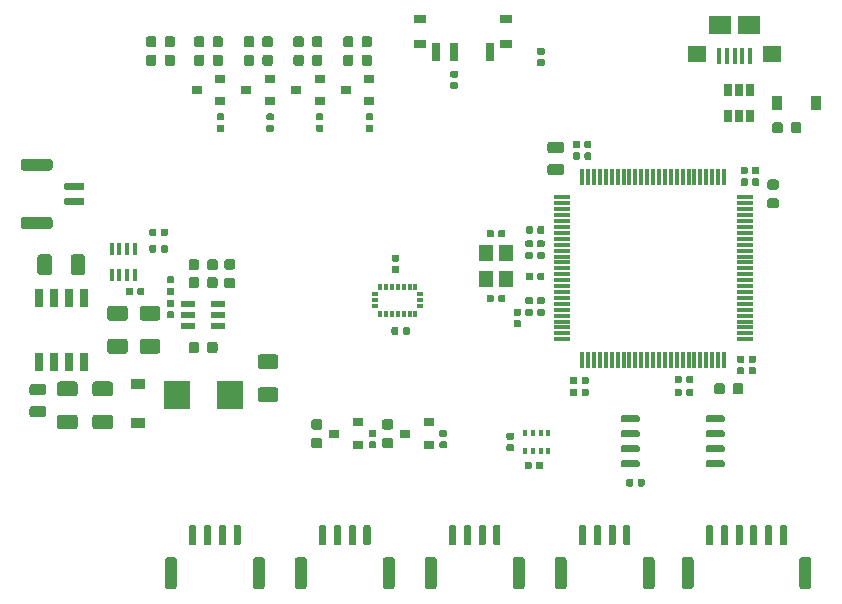
<source format=gbr>
G04 #@! TF.GenerationSoftware,KiCad,Pcbnew,(5.1.5)-3*
G04 #@! TF.CreationDate,2020-06-26T03:51:20+02:00*
G04 #@! TF.ProjectId,HadesNT,48616465-734e-4542-9e6b-696361645f70,rev?*
G04 #@! TF.SameCoordinates,Original*
G04 #@! TF.FileFunction,Paste,Top*
G04 #@! TF.FilePolarity,Positive*
%FSLAX46Y46*%
G04 Gerber Fmt 4.6, Leading zero omitted, Abs format (unit mm)*
G04 Created by KiCad (PCBNEW (5.1.5)-3) date 2020-06-26 03:51:20*
%MOMM*%
%LPD*%
G04 APERTURE LIST*
%ADD10R,1.475000X0.300000*%
%ADD11R,0.300000X1.475000*%
%ADD12R,0.400000X1.350000*%
%ADD13R,1.600000X1.400000*%
%ADD14R,1.900000X1.600000*%
%ADD15R,0.300000X0.600000*%
%ADD16R,0.600000X0.300000*%
%ADD17C,0.100000*%
%ADD18R,1.200000X0.900000*%
%ADD19R,0.900000X1.200000*%
%ADD20R,2.200000X2.400000*%
%ADD21R,0.650000X1.525000*%
%ADD22R,0.900000X0.800000*%
%ADD23R,0.700000X1.500000*%
%ADD24R,1.000000X0.800000*%
%ADD25R,0.400000X1.060000*%
%ADD26R,1.200000X0.600000*%
%ADD27R,0.650000X1.060000*%
%ADD28R,0.350000X0.500000*%
%ADD29R,1.200000X1.400000*%
G04 APERTURE END LIST*
D10*
X66362000Y-36300000D03*
X66362000Y-36800000D03*
X66362000Y-37300000D03*
X66362000Y-37800000D03*
X66362000Y-38300000D03*
X66362000Y-38800000D03*
X66362000Y-39300000D03*
X66362000Y-39800000D03*
X66362000Y-40300000D03*
X66362000Y-40800000D03*
X66362000Y-41300000D03*
X66362000Y-41800000D03*
X66362000Y-42300000D03*
X66362000Y-42800000D03*
X66362000Y-43300000D03*
X66362000Y-43800000D03*
X66362000Y-44300000D03*
X66362000Y-44800000D03*
X66362000Y-45300000D03*
X66362000Y-45800000D03*
X66362000Y-46300000D03*
X66362000Y-46800000D03*
X66362000Y-47300000D03*
X66362000Y-47800000D03*
X66362000Y-48300000D03*
D11*
X68100000Y-50038000D03*
X68600000Y-50038000D03*
X69100000Y-50038000D03*
X69600000Y-50038000D03*
X70100000Y-50038000D03*
X70600000Y-50038000D03*
X71100000Y-50038000D03*
X71600000Y-50038000D03*
X72100000Y-50038000D03*
X72600000Y-50038000D03*
X73100000Y-50038000D03*
X73600000Y-50038000D03*
X74100000Y-50038000D03*
X74600000Y-50038000D03*
X75100000Y-50038000D03*
X75600000Y-50038000D03*
X76100000Y-50038000D03*
X76600000Y-50038000D03*
X77100000Y-50038000D03*
X77600000Y-50038000D03*
X78100000Y-50038000D03*
X78600000Y-50038000D03*
X79100000Y-50038000D03*
X79600000Y-50038000D03*
X80100000Y-50038000D03*
D10*
X81838000Y-48300000D03*
X81838000Y-47800000D03*
X81838000Y-47300000D03*
X81838000Y-46800000D03*
X81838000Y-46300000D03*
X81838000Y-45800000D03*
X81838000Y-45300000D03*
X81838000Y-44800000D03*
X81838000Y-44300000D03*
X81838000Y-43800000D03*
X81838000Y-43300000D03*
X81838000Y-42800000D03*
X81838000Y-42300000D03*
X81838000Y-41800000D03*
X81838000Y-41300000D03*
X81838000Y-40800000D03*
X81838000Y-40300000D03*
X81838000Y-39800000D03*
X81838000Y-39300000D03*
X81838000Y-38800000D03*
X81838000Y-38300000D03*
X81838000Y-37800000D03*
X81838000Y-37300000D03*
X81838000Y-36800000D03*
X81838000Y-36300000D03*
D11*
X80100000Y-34562000D03*
X79600000Y-34562000D03*
X79100000Y-34562000D03*
X78600000Y-34562000D03*
X78100000Y-34562000D03*
X77600000Y-34562000D03*
X77100000Y-34562000D03*
X76600000Y-34562000D03*
X76100000Y-34562000D03*
X75600000Y-34562000D03*
X75100000Y-34562000D03*
X74600000Y-34562000D03*
X74100000Y-34562000D03*
X73600000Y-34562000D03*
X73100000Y-34562000D03*
X72600000Y-34562000D03*
X72100000Y-34562000D03*
X71600000Y-34562000D03*
X71100000Y-34562000D03*
X70600000Y-34562000D03*
X70100000Y-34562000D03*
X69600000Y-34562000D03*
X69100000Y-34562000D03*
X68600000Y-34562000D03*
X68100000Y-34562000D03*
D12*
X82300000Y-24350000D03*
X81650000Y-24350000D03*
X81000000Y-24350000D03*
X80350000Y-24350000D03*
X79700000Y-24350000D03*
D13*
X84200000Y-24125000D03*
D14*
X82200000Y-21675000D03*
X79800000Y-21675000D03*
D13*
X77800000Y-24125000D03*
D15*
X53975000Y-46150000D03*
X53475000Y-46150000D03*
X52975000Y-46150000D03*
X52475000Y-46150000D03*
X51975000Y-46150000D03*
X51475000Y-46150000D03*
X50975000Y-46150000D03*
D16*
X50575000Y-45500000D03*
X50575000Y-45000000D03*
X50575000Y-44500000D03*
D15*
X50975000Y-43850000D03*
X51475000Y-43850000D03*
X51975000Y-43850000D03*
X52475000Y-43850000D03*
X52975000Y-43850000D03*
X53475000Y-43850000D03*
X53975000Y-43850000D03*
D16*
X54375000Y-44500000D03*
X54375000Y-45000000D03*
X54375000Y-45500000D03*
D17*
G36*
X25149504Y-51876204D02*
G01*
X25173773Y-51879804D01*
X25197571Y-51885765D01*
X25220671Y-51894030D01*
X25242849Y-51904520D01*
X25263893Y-51917133D01*
X25283598Y-51931747D01*
X25301777Y-51948223D01*
X25318253Y-51966402D01*
X25332867Y-51986107D01*
X25345480Y-52007151D01*
X25355970Y-52029329D01*
X25364235Y-52052429D01*
X25370196Y-52076227D01*
X25373796Y-52100496D01*
X25375000Y-52125000D01*
X25375000Y-52875000D01*
X25373796Y-52899504D01*
X25370196Y-52923773D01*
X25364235Y-52947571D01*
X25355970Y-52970671D01*
X25345480Y-52992849D01*
X25332867Y-53013893D01*
X25318253Y-53033598D01*
X25301777Y-53051777D01*
X25283598Y-53068253D01*
X25263893Y-53082867D01*
X25242849Y-53095480D01*
X25220671Y-53105970D01*
X25197571Y-53114235D01*
X25173773Y-53120196D01*
X25149504Y-53123796D01*
X25125000Y-53125000D01*
X23875000Y-53125000D01*
X23850496Y-53123796D01*
X23826227Y-53120196D01*
X23802429Y-53114235D01*
X23779329Y-53105970D01*
X23757151Y-53095480D01*
X23736107Y-53082867D01*
X23716402Y-53068253D01*
X23698223Y-53051777D01*
X23681747Y-53033598D01*
X23667133Y-53013893D01*
X23654520Y-52992849D01*
X23644030Y-52970671D01*
X23635765Y-52947571D01*
X23629804Y-52923773D01*
X23626204Y-52899504D01*
X23625000Y-52875000D01*
X23625000Y-52125000D01*
X23626204Y-52100496D01*
X23629804Y-52076227D01*
X23635765Y-52052429D01*
X23644030Y-52029329D01*
X23654520Y-52007151D01*
X23667133Y-51986107D01*
X23681747Y-51966402D01*
X23698223Y-51948223D01*
X23716402Y-51931747D01*
X23736107Y-51917133D01*
X23757151Y-51904520D01*
X23779329Y-51894030D01*
X23802429Y-51885765D01*
X23826227Y-51879804D01*
X23850496Y-51876204D01*
X23875000Y-51875000D01*
X25125000Y-51875000D01*
X25149504Y-51876204D01*
G37*
G36*
X25149504Y-54676204D02*
G01*
X25173773Y-54679804D01*
X25197571Y-54685765D01*
X25220671Y-54694030D01*
X25242849Y-54704520D01*
X25263893Y-54717133D01*
X25283598Y-54731747D01*
X25301777Y-54748223D01*
X25318253Y-54766402D01*
X25332867Y-54786107D01*
X25345480Y-54807151D01*
X25355970Y-54829329D01*
X25364235Y-54852429D01*
X25370196Y-54876227D01*
X25373796Y-54900496D01*
X25375000Y-54925000D01*
X25375000Y-55675000D01*
X25373796Y-55699504D01*
X25370196Y-55723773D01*
X25364235Y-55747571D01*
X25355970Y-55770671D01*
X25345480Y-55792849D01*
X25332867Y-55813893D01*
X25318253Y-55833598D01*
X25301777Y-55851777D01*
X25283598Y-55868253D01*
X25263893Y-55882867D01*
X25242849Y-55895480D01*
X25220671Y-55905970D01*
X25197571Y-55914235D01*
X25173773Y-55920196D01*
X25149504Y-55923796D01*
X25125000Y-55925000D01*
X23875000Y-55925000D01*
X23850496Y-55923796D01*
X23826227Y-55920196D01*
X23802429Y-55914235D01*
X23779329Y-55905970D01*
X23757151Y-55895480D01*
X23736107Y-55882867D01*
X23716402Y-55868253D01*
X23698223Y-55851777D01*
X23681747Y-55833598D01*
X23667133Y-55813893D01*
X23654520Y-55792849D01*
X23644030Y-55770671D01*
X23635765Y-55747571D01*
X23629804Y-55723773D01*
X23626204Y-55699504D01*
X23625000Y-55675000D01*
X23625000Y-54925000D01*
X23626204Y-54900496D01*
X23629804Y-54876227D01*
X23635765Y-54852429D01*
X23644030Y-54829329D01*
X23654520Y-54807151D01*
X23667133Y-54786107D01*
X23681747Y-54766402D01*
X23698223Y-54748223D01*
X23716402Y-54731747D01*
X23736107Y-54717133D01*
X23757151Y-54704520D01*
X23779329Y-54694030D01*
X23802429Y-54685765D01*
X23826227Y-54679804D01*
X23850496Y-54676204D01*
X23875000Y-54675000D01*
X25125000Y-54675000D01*
X25149504Y-54676204D01*
G37*
G36*
X28149504Y-54676204D02*
G01*
X28173773Y-54679804D01*
X28197571Y-54685765D01*
X28220671Y-54694030D01*
X28242849Y-54704520D01*
X28263893Y-54717133D01*
X28283598Y-54731747D01*
X28301777Y-54748223D01*
X28318253Y-54766402D01*
X28332867Y-54786107D01*
X28345480Y-54807151D01*
X28355970Y-54829329D01*
X28364235Y-54852429D01*
X28370196Y-54876227D01*
X28373796Y-54900496D01*
X28375000Y-54925000D01*
X28375000Y-55675000D01*
X28373796Y-55699504D01*
X28370196Y-55723773D01*
X28364235Y-55747571D01*
X28355970Y-55770671D01*
X28345480Y-55792849D01*
X28332867Y-55813893D01*
X28318253Y-55833598D01*
X28301777Y-55851777D01*
X28283598Y-55868253D01*
X28263893Y-55882867D01*
X28242849Y-55895480D01*
X28220671Y-55905970D01*
X28197571Y-55914235D01*
X28173773Y-55920196D01*
X28149504Y-55923796D01*
X28125000Y-55925000D01*
X26875000Y-55925000D01*
X26850496Y-55923796D01*
X26826227Y-55920196D01*
X26802429Y-55914235D01*
X26779329Y-55905970D01*
X26757151Y-55895480D01*
X26736107Y-55882867D01*
X26716402Y-55868253D01*
X26698223Y-55851777D01*
X26681747Y-55833598D01*
X26667133Y-55813893D01*
X26654520Y-55792849D01*
X26644030Y-55770671D01*
X26635765Y-55747571D01*
X26629804Y-55723773D01*
X26626204Y-55699504D01*
X26625000Y-55675000D01*
X26625000Y-54925000D01*
X26626204Y-54900496D01*
X26629804Y-54876227D01*
X26635765Y-54852429D01*
X26644030Y-54829329D01*
X26654520Y-54807151D01*
X26667133Y-54786107D01*
X26681747Y-54766402D01*
X26698223Y-54748223D01*
X26716402Y-54731747D01*
X26736107Y-54717133D01*
X26757151Y-54704520D01*
X26779329Y-54694030D01*
X26802429Y-54685765D01*
X26826227Y-54679804D01*
X26850496Y-54676204D01*
X26875000Y-54675000D01*
X28125000Y-54675000D01*
X28149504Y-54676204D01*
G37*
G36*
X28149504Y-51876204D02*
G01*
X28173773Y-51879804D01*
X28197571Y-51885765D01*
X28220671Y-51894030D01*
X28242849Y-51904520D01*
X28263893Y-51917133D01*
X28283598Y-51931747D01*
X28301777Y-51948223D01*
X28318253Y-51966402D01*
X28332867Y-51986107D01*
X28345480Y-52007151D01*
X28355970Y-52029329D01*
X28364235Y-52052429D01*
X28370196Y-52076227D01*
X28373796Y-52100496D01*
X28375000Y-52125000D01*
X28375000Y-52875000D01*
X28373796Y-52899504D01*
X28370196Y-52923773D01*
X28364235Y-52947571D01*
X28355970Y-52970671D01*
X28345480Y-52992849D01*
X28332867Y-53013893D01*
X28318253Y-53033598D01*
X28301777Y-53051777D01*
X28283598Y-53068253D01*
X28263893Y-53082867D01*
X28242849Y-53095480D01*
X28220671Y-53105970D01*
X28197571Y-53114235D01*
X28173773Y-53120196D01*
X28149504Y-53123796D01*
X28125000Y-53125000D01*
X26875000Y-53125000D01*
X26850496Y-53123796D01*
X26826227Y-53120196D01*
X26802429Y-53114235D01*
X26779329Y-53105970D01*
X26757151Y-53095480D01*
X26736107Y-53082867D01*
X26716402Y-53068253D01*
X26698223Y-53051777D01*
X26681747Y-53033598D01*
X26667133Y-53013893D01*
X26654520Y-52992849D01*
X26644030Y-52970671D01*
X26635765Y-52947571D01*
X26629804Y-52923773D01*
X26626204Y-52899504D01*
X26625000Y-52875000D01*
X26625000Y-52125000D01*
X26626204Y-52100496D01*
X26629804Y-52076227D01*
X26635765Y-52052429D01*
X26644030Y-52029329D01*
X26654520Y-52007151D01*
X26667133Y-51986107D01*
X26681747Y-51966402D01*
X26698223Y-51948223D01*
X26716402Y-51931747D01*
X26736107Y-51917133D01*
X26757151Y-51904520D01*
X26779329Y-51894030D01*
X26802429Y-51885765D01*
X26826227Y-51879804D01*
X26850496Y-51876204D01*
X26875000Y-51875000D01*
X28125000Y-51875000D01*
X28149504Y-51876204D01*
G37*
G36*
X30896958Y-43930710D02*
G01*
X30911276Y-43932834D01*
X30925317Y-43936351D01*
X30938946Y-43941228D01*
X30952031Y-43947417D01*
X30964447Y-43954858D01*
X30976073Y-43963481D01*
X30986798Y-43973202D01*
X30996519Y-43983927D01*
X31005142Y-43995553D01*
X31012583Y-44007969D01*
X31018772Y-44021054D01*
X31023649Y-44034683D01*
X31027166Y-44048724D01*
X31029290Y-44063042D01*
X31030000Y-44077500D01*
X31030000Y-44422500D01*
X31029290Y-44436958D01*
X31027166Y-44451276D01*
X31023649Y-44465317D01*
X31018772Y-44478946D01*
X31012583Y-44492031D01*
X31005142Y-44504447D01*
X30996519Y-44516073D01*
X30986798Y-44526798D01*
X30976073Y-44536519D01*
X30964447Y-44545142D01*
X30952031Y-44552583D01*
X30938946Y-44558772D01*
X30925317Y-44563649D01*
X30911276Y-44567166D01*
X30896958Y-44569290D01*
X30882500Y-44570000D01*
X30587500Y-44570000D01*
X30573042Y-44569290D01*
X30558724Y-44567166D01*
X30544683Y-44563649D01*
X30531054Y-44558772D01*
X30517969Y-44552583D01*
X30505553Y-44545142D01*
X30493927Y-44536519D01*
X30483202Y-44526798D01*
X30473481Y-44516073D01*
X30464858Y-44504447D01*
X30457417Y-44492031D01*
X30451228Y-44478946D01*
X30446351Y-44465317D01*
X30442834Y-44451276D01*
X30440710Y-44436958D01*
X30440000Y-44422500D01*
X30440000Y-44077500D01*
X30440710Y-44063042D01*
X30442834Y-44048724D01*
X30446351Y-44034683D01*
X30451228Y-44021054D01*
X30457417Y-44007969D01*
X30464858Y-43995553D01*
X30473481Y-43983927D01*
X30483202Y-43973202D01*
X30493927Y-43963481D01*
X30505553Y-43954858D01*
X30517969Y-43947417D01*
X30531054Y-43941228D01*
X30544683Y-43936351D01*
X30558724Y-43932834D01*
X30573042Y-43930710D01*
X30587500Y-43930000D01*
X30882500Y-43930000D01*
X30896958Y-43930710D01*
G37*
G36*
X29926958Y-43930710D02*
G01*
X29941276Y-43932834D01*
X29955317Y-43936351D01*
X29968946Y-43941228D01*
X29982031Y-43947417D01*
X29994447Y-43954858D01*
X30006073Y-43963481D01*
X30016798Y-43973202D01*
X30026519Y-43983927D01*
X30035142Y-43995553D01*
X30042583Y-44007969D01*
X30048772Y-44021054D01*
X30053649Y-44034683D01*
X30057166Y-44048724D01*
X30059290Y-44063042D01*
X30060000Y-44077500D01*
X30060000Y-44422500D01*
X30059290Y-44436958D01*
X30057166Y-44451276D01*
X30053649Y-44465317D01*
X30048772Y-44478946D01*
X30042583Y-44492031D01*
X30035142Y-44504447D01*
X30026519Y-44516073D01*
X30016798Y-44526798D01*
X30006073Y-44536519D01*
X29994447Y-44545142D01*
X29982031Y-44552583D01*
X29968946Y-44558772D01*
X29955317Y-44563649D01*
X29941276Y-44567166D01*
X29926958Y-44569290D01*
X29912500Y-44570000D01*
X29617500Y-44570000D01*
X29603042Y-44569290D01*
X29588724Y-44567166D01*
X29574683Y-44563649D01*
X29561054Y-44558772D01*
X29547969Y-44552583D01*
X29535553Y-44545142D01*
X29523927Y-44536519D01*
X29513202Y-44526798D01*
X29503481Y-44516073D01*
X29494858Y-44504447D01*
X29487417Y-44492031D01*
X29481228Y-44478946D01*
X29476351Y-44465317D01*
X29472834Y-44451276D01*
X29470710Y-44436958D01*
X29470000Y-44422500D01*
X29470000Y-44077500D01*
X29470710Y-44063042D01*
X29472834Y-44048724D01*
X29476351Y-44034683D01*
X29481228Y-44021054D01*
X29487417Y-44007969D01*
X29494858Y-43995553D01*
X29503481Y-43983927D01*
X29513202Y-43973202D01*
X29523927Y-43963481D01*
X29535553Y-43954858D01*
X29547969Y-43947417D01*
X29561054Y-43941228D01*
X29574683Y-43936351D01*
X29588724Y-43932834D01*
X29603042Y-43930710D01*
X29617500Y-43930000D01*
X29912500Y-43930000D01*
X29926958Y-43930710D01*
G37*
G36*
X35452691Y-41526053D02*
G01*
X35473926Y-41529203D01*
X35494750Y-41534419D01*
X35514962Y-41541651D01*
X35534368Y-41550830D01*
X35552781Y-41561866D01*
X35570024Y-41574654D01*
X35585930Y-41589070D01*
X35600346Y-41604976D01*
X35613134Y-41622219D01*
X35624170Y-41640632D01*
X35633349Y-41660038D01*
X35640581Y-41680250D01*
X35645797Y-41701074D01*
X35648947Y-41722309D01*
X35650000Y-41743750D01*
X35650000Y-42256250D01*
X35648947Y-42277691D01*
X35645797Y-42298926D01*
X35640581Y-42319750D01*
X35633349Y-42339962D01*
X35624170Y-42359368D01*
X35613134Y-42377781D01*
X35600346Y-42395024D01*
X35585930Y-42410930D01*
X35570024Y-42425346D01*
X35552781Y-42438134D01*
X35534368Y-42449170D01*
X35514962Y-42458349D01*
X35494750Y-42465581D01*
X35473926Y-42470797D01*
X35452691Y-42473947D01*
X35431250Y-42475000D01*
X34993750Y-42475000D01*
X34972309Y-42473947D01*
X34951074Y-42470797D01*
X34930250Y-42465581D01*
X34910038Y-42458349D01*
X34890632Y-42449170D01*
X34872219Y-42438134D01*
X34854976Y-42425346D01*
X34839070Y-42410930D01*
X34824654Y-42395024D01*
X34811866Y-42377781D01*
X34800830Y-42359368D01*
X34791651Y-42339962D01*
X34784419Y-42319750D01*
X34779203Y-42298926D01*
X34776053Y-42277691D01*
X34775000Y-42256250D01*
X34775000Y-41743750D01*
X34776053Y-41722309D01*
X34779203Y-41701074D01*
X34784419Y-41680250D01*
X34791651Y-41660038D01*
X34800830Y-41640632D01*
X34811866Y-41622219D01*
X34824654Y-41604976D01*
X34839070Y-41589070D01*
X34854976Y-41574654D01*
X34872219Y-41561866D01*
X34890632Y-41550830D01*
X34910038Y-41541651D01*
X34930250Y-41534419D01*
X34951074Y-41529203D01*
X34972309Y-41526053D01*
X34993750Y-41525000D01*
X35431250Y-41525000D01*
X35452691Y-41526053D01*
G37*
G36*
X37027691Y-41526053D02*
G01*
X37048926Y-41529203D01*
X37069750Y-41534419D01*
X37089962Y-41541651D01*
X37109368Y-41550830D01*
X37127781Y-41561866D01*
X37145024Y-41574654D01*
X37160930Y-41589070D01*
X37175346Y-41604976D01*
X37188134Y-41622219D01*
X37199170Y-41640632D01*
X37208349Y-41660038D01*
X37215581Y-41680250D01*
X37220797Y-41701074D01*
X37223947Y-41722309D01*
X37225000Y-41743750D01*
X37225000Y-42256250D01*
X37223947Y-42277691D01*
X37220797Y-42298926D01*
X37215581Y-42319750D01*
X37208349Y-42339962D01*
X37199170Y-42359368D01*
X37188134Y-42377781D01*
X37175346Y-42395024D01*
X37160930Y-42410930D01*
X37145024Y-42425346D01*
X37127781Y-42438134D01*
X37109368Y-42449170D01*
X37089962Y-42458349D01*
X37069750Y-42465581D01*
X37048926Y-42470797D01*
X37027691Y-42473947D01*
X37006250Y-42475000D01*
X36568750Y-42475000D01*
X36547309Y-42473947D01*
X36526074Y-42470797D01*
X36505250Y-42465581D01*
X36485038Y-42458349D01*
X36465632Y-42449170D01*
X36447219Y-42438134D01*
X36429976Y-42425346D01*
X36414070Y-42410930D01*
X36399654Y-42395024D01*
X36386866Y-42377781D01*
X36375830Y-42359368D01*
X36366651Y-42339962D01*
X36359419Y-42319750D01*
X36354203Y-42298926D01*
X36351053Y-42277691D01*
X36350000Y-42256250D01*
X36350000Y-41743750D01*
X36351053Y-41722309D01*
X36354203Y-41701074D01*
X36359419Y-41680250D01*
X36366651Y-41660038D01*
X36375830Y-41640632D01*
X36386866Y-41622219D01*
X36399654Y-41604976D01*
X36414070Y-41589070D01*
X36429976Y-41574654D01*
X36447219Y-41561866D01*
X36465632Y-41550830D01*
X36485038Y-41541651D01*
X36505250Y-41534419D01*
X36526074Y-41529203D01*
X36547309Y-41526053D01*
X36568750Y-41525000D01*
X37006250Y-41525000D01*
X37027691Y-41526053D01*
G37*
G36*
X37027691Y-48526053D02*
G01*
X37048926Y-48529203D01*
X37069750Y-48534419D01*
X37089962Y-48541651D01*
X37109368Y-48550830D01*
X37127781Y-48561866D01*
X37145024Y-48574654D01*
X37160930Y-48589070D01*
X37175346Y-48604976D01*
X37188134Y-48622219D01*
X37199170Y-48640632D01*
X37208349Y-48660038D01*
X37215581Y-48680250D01*
X37220797Y-48701074D01*
X37223947Y-48722309D01*
X37225000Y-48743750D01*
X37225000Y-49256250D01*
X37223947Y-49277691D01*
X37220797Y-49298926D01*
X37215581Y-49319750D01*
X37208349Y-49339962D01*
X37199170Y-49359368D01*
X37188134Y-49377781D01*
X37175346Y-49395024D01*
X37160930Y-49410930D01*
X37145024Y-49425346D01*
X37127781Y-49438134D01*
X37109368Y-49449170D01*
X37089962Y-49458349D01*
X37069750Y-49465581D01*
X37048926Y-49470797D01*
X37027691Y-49473947D01*
X37006250Y-49475000D01*
X36568750Y-49475000D01*
X36547309Y-49473947D01*
X36526074Y-49470797D01*
X36505250Y-49465581D01*
X36485038Y-49458349D01*
X36465632Y-49449170D01*
X36447219Y-49438134D01*
X36429976Y-49425346D01*
X36414070Y-49410930D01*
X36399654Y-49395024D01*
X36386866Y-49377781D01*
X36375830Y-49359368D01*
X36366651Y-49339962D01*
X36359419Y-49319750D01*
X36354203Y-49298926D01*
X36351053Y-49277691D01*
X36350000Y-49256250D01*
X36350000Y-48743750D01*
X36351053Y-48722309D01*
X36354203Y-48701074D01*
X36359419Y-48680250D01*
X36366651Y-48660038D01*
X36375830Y-48640632D01*
X36386866Y-48622219D01*
X36399654Y-48604976D01*
X36414070Y-48589070D01*
X36429976Y-48574654D01*
X36447219Y-48561866D01*
X36465632Y-48550830D01*
X36485038Y-48541651D01*
X36505250Y-48534419D01*
X36526074Y-48529203D01*
X36547309Y-48526053D01*
X36568750Y-48525000D01*
X37006250Y-48525000D01*
X37027691Y-48526053D01*
G37*
G36*
X35452691Y-48526053D02*
G01*
X35473926Y-48529203D01*
X35494750Y-48534419D01*
X35514962Y-48541651D01*
X35534368Y-48550830D01*
X35552781Y-48561866D01*
X35570024Y-48574654D01*
X35585930Y-48589070D01*
X35600346Y-48604976D01*
X35613134Y-48622219D01*
X35624170Y-48640632D01*
X35633349Y-48660038D01*
X35640581Y-48680250D01*
X35645797Y-48701074D01*
X35648947Y-48722309D01*
X35650000Y-48743750D01*
X35650000Y-49256250D01*
X35648947Y-49277691D01*
X35645797Y-49298926D01*
X35640581Y-49319750D01*
X35633349Y-49339962D01*
X35624170Y-49359368D01*
X35613134Y-49377781D01*
X35600346Y-49395024D01*
X35585930Y-49410930D01*
X35570024Y-49425346D01*
X35552781Y-49438134D01*
X35534368Y-49449170D01*
X35514962Y-49458349D01*
X35494750Y-49465581D01*
X35473926Y-49470797D01*
X35452691Y-49473947D01*
X35431250Y-49475000D01*
X34993750Y-49475000D01*
X34972309Y-49473947D01*
X34951074Y-49470797D01*
X34930250Y-49465581D01*
X34910038Y-49458349D01*
X34890632Y-49449170D01*
X34872219Y-49438134D01*
X34854976Y-49425346D01*
X34839070Y-49410930D01*
X34824654Y-49395024D01*
X34811866Y-49377781D01*
X34800830Y-49359368D01*
X34791651Y-49339962D01*
X34784419Y-49319750D01*
X34779203Y-49298926D01*
X34776053Y-49277691D01*
X34775000Y-49256250D01*
X34775000Y-48743750D01*
X34776053Y-48722309D01*
X34779203Y-48701074D01*
X34784419Y-48680250D01*
X34791651Y-48660038D01*
X34800830Y-48640632D01*
X34811866Y-48622219D01*
X34824654Y-48604976D01*
X34839070Y-48589070D01*
X34854976Y-48574654D01*
X34872219Y-48561866D01*
X34890632Y-48550830D01*
X34910038Y-48541651D01*
X34930250Y-48534419D01*
X34951074Y-48529203D01*
X34972309Y-48526053D01*
X34993750Y-48525000D01*
X35431250Y-48525000D01*
X35452691Y-48526053D01*
G37*
G36*
X32149504Y-48276204D02*
G01*
X32173773Y-48279804D01*
X32197571Y-48285765D01*
X32220671Y-48294030D01*
X32242849Y-48304520D01*
X32263893Y-48317133D01*
X32283598Y-48331747D01*
X32301777Y-48348223D01*
X32318253Y-48366402D01*
X32332867Y-48386107D01*
X32345480Y-48407151D01*
X32355970Y-48429329D01*
X32364235Y-48452429D01*
X32370196Y-48476227D01*
X32373796Y-48500496D01*
X32375000Y-48525000D01*
X32375000Y-49275000D01*
X32373796Y-49299504D01*
X32370196Y-49323773D01*
X32364235Y-49347571D01*
X32355970Y-49370671D01*
X32345480Y-49392849D01*
X32332867Y-49413893D01*
X32318253Y-49433598D01*
X32301777Y-49451777D01*
X32283598Y-49468253D01*
X32263893Y-49482867D01*
X32242849Y-49495480D01*
X32220671Y-49505970D01*
X32197571Y-49514235D01*
X32173773Y-49520196D01*
X32149504Y-49523796D01*
X32125000Y-49525000D01*
X30875000Y-49525000D01*
X30850496Y-49523796D01*
X30826227Y-49520196D01*
X30802429Y-49514235D01*
X30779329Y-49505970D01*
X30757151Y-49495480D01*
X30736107Y-49482867D01*
X30716402Y-49468253D01*
X30698223Y-49451777D01*
X30681747Y-49433598D01*
X30667133Y-49413893D01*
X30654520Y-49392849D01*
X30644030Y-49370671D01*
X30635765Y-49347571D01*
X30629804Y-49323773D01*
X30626204Y-49299504D01*
X30625000Y-49275000D01*
X30625000Y-48525000D01*
X30626204Y-48500496D01*
X30629804Y-48476227D01*
X30635765Y-48452429D01*
X30644030Y-48429329D01*
X30654520Y-48407151D01*
X30667133Y-48386107D01*
X30681747Y-48366402D01*
X30698223Y-48348223D01*
X30716402Y-48331747D01*
X30736107Y-48317133D01*
X30757151Y-48304520D01*
X30779329Y-48294030D01*
X30802429Y-48285765D01*
X30826227Y-48279804D01*
X30850496Y-48276204D01*
X30875000Y-48275000D01*
X32125000Y-48275000D01*
X32149504Y-48276204D01*
G37*
G36*
X32149504Y-45476204D02*
G01*
X32173773Y-45479804D01*
X32197571Y-45485765D01*
X32220671Y-45494030D01*
X32242849Y-45504520D01*
X32263893Y-45517133D01*
X32283598Y-45531747D01*
X32301777Y-45548223D01*
X32318253Y-45566402D01*
X32332867Y-45586107D01*
X32345480Y-45607151D01*
X32355970Y-45629329D01*
X32364235Y-45652429D01*
X32370196Y-45676227D01*
X32373796Y-45700496D01*
X32375000Y-45725000D01*
X32375000Y-46475000D01*
X32373796Y-46499504D01*
X32370196Y-46523773D01*
X32364235Y-46547571D01*
X32355970Y-46570671D01*
X32345480Y-46592849D01*
X32332867Y-46613893D01*
X32318253Y-46633598D01*
X32301777Y-46651777D01*
X32283598Y-46668253D01*
X32263893Y-46682867D01*
X32242849Y-46695480D01*
X32220671Y-46705970D01*
X32197571Y-46714235D01*
X32173773Y-46720196D01*
X32149504Y-46723796D01*
X32125000Y-46725000D01*
X30875000Y-46725000D01*
X30850496Y-46723796D01*
X30826227Y-46720196D01*
X30802429Y-46714235D01*
X30779329Y-46705970D01*
X30757151Y-46695480D01*
X30736107Y-46682867D01*
X30716402Y-46668253D01*
X30698223Y-46651777D01*
X30681747Y-46633598D01*
X30667133Y-46613893D01*
X30654520Y-46592849D01*
X30644030Y-46570671D01*
X30635765Y-46547571D01*
X30629804Y-46523773D01*
X30626204Y-46499504D01*
X30625000Y-46475000D01*
X30625000Y-45725000D01*
X30626204Y-45700496D01*
X30629804Y-45676227D01*
X30635765Y-45652429D01*
X30644030Y-45629329D01*
X30654520Y-45607151D01*
X30667133Y-45586107D01*
X30681747Y-45566402D01*
X30698223Y-45548223D01*
X30716402Y-45531747D01*
X30736107Y-45517133D01*
X30757151Y-45504520D01*
X30779329Y-45494030D01*
X30802429Y-45485765D01*
X30826227Y-45479804D01*
X30850496Y-45476204D01*
X30875000Y-45475000D01*
X32125000Y-45475000D01*
X32149504Y-45476204D01*
G37*
G36*
X42149504Y-52376204D02*
G01*
X42173773Y-52379804D01*
X42197571Y-52385765D01*
X42220671Y-52394030D01*
X42242849Y-52404520D01*
X42263893Y-52417133D01*
X42283598Y-52431747D01*
X42301777Y-52448223D01*
X42318253Y-52466402D01*
X42332867Y-52486107D01*
X42345480Y-52507151D01*
X42355970Y-52529329D01*
X42364235Y-52552429D01*
X42370196Y-52576227D01*
X42373796Y-52600496D01*
X42375000Y-52625000D01*
X42375000Y-53375000D01*
X42373796Y-53399504D01*
X42370196Y-53423773D01*
X42364235Y-53447571D01*
X42355970Y-53470671D01*
X42345480Y-53492849D01*
X42332867Y-53513893D01*
X42318253Y-53533598D01*
X42301777Y-53551777D01*
X42283598Y-53568253D01*
X42263893Y-53582867D01*
X42242849Y-53595480D01*
X42220671Y-53605970D01*
X42197571Y-53614235D01*
X42173773Y-53620196D01*
X42149504Y-53623796D01*
X42125000Y-53625000D01*
X40875000Y-53625000D01*
X40850496Y-53623796D01*
X40826227Y-53620196D01*
X40802429Y-53614235D01*
X40779329Y-53605970D01*
X40757151Y-53595480D01*
X40736107Y-53582867D01*
X40716402Y-53568253D01*
X40698223Y-53551777D01*
X40681747Y-53533598D01*
X40667133Y-53513893D01*
X40654520Y-53492849D01*
X40644030Y-53470671D01*
X40635765Y-53447571D01*
X40629804Y-53423773D01*
X40626204Y-53399504D01*
X40625000Y-53375000D01*
X40625000Y-52625000D01*
X40626204Y-52600496D01*
X40629804Y-52576227D01*
X40635765Y-52552429D01*
X40644030Y-52529329D01*
X40654520Y-52507151D01*
X40667133Y-52486107D01*
X40681747Y-52466402D01*
X40698223Y-52448223D01*
X40716402Y-52431747D01*
X40736107Y-52417133D01*
X40757151Y-52404520D01*
X40779329Y-52394030D01*
X40802429Y-52385765D01*
X40826227Y-52379804D01*
X40850496Y-52376204D01*
X40875000Y-52375000D01*
X42125000Y-52375000D01*
X42149504Y-52376204D01*
G37*
G36*
X42149504Y-49576204D02*
G01*
X42173773Y-49579804D01*
X42197571Y-49585765D01*
X42220671Y-49594030D01*
X42242849Y-49604520D01*
X42263893Y-49617133D01*
X42283598Y-49631747D01*
X42301777Y-49648223D01*
X42318253Y-49666402D01*
X42332867Y-49686107D01*
X42345480Y-49707151D01*
X42355970Y-49729329D01*
X42364235Y-49752429D01*
X42370196Y-49776227D01*
X42373796Y-49800496D01*
X42375000Y-49825000D01*
X42375000Y-50575000D01*
X42373796Y-50599504D01*
X42370196Y-50623773D01*
X42364235Y-50647571D01*
X42355970Y-50670671D01*
X42345480Y-50692849D01*
X42332867Y-50713893D01*
X42318253Y-50733598D01*
X42301777Y-50751777D01*
X42283598Y-50768253D01*
X42263893Y-50782867D01*
X42242849Y-50795480D01*
X42220671Y-50805970D01*
X42197571Y-50814235D01*
X42173773Y-50820196D01*
X42149504Y-50823796D01*
X42125000Y-50825000D01*
X40875000Y-50825000D01*
X40850496Y-50823796D01*
X40826227Y-50820196D01*
X40802429Y-50814235D01*
X40779329Y-50805970D01*
X40757151Y-50795480D01*
X40736107Y-50782867D01*
X40716402Y-50768253D01*
X40698223Y-50751777D01*
X40681747Y-50733598D01*
X40667133Y-50713893D01*
X40654520Y-50692849D01*
X40644030Y-50670671D01*
X40635765Y-50647571D01*
X40629804Y-50623773D01*
X40626204Y-50599504D01*
X40625000Y-50575000D01*
X40625000Y-49825000D01*
X40626204Y-49800496D01*
X40629804Y-49776227D01*
X40635765Y-49752429D01*
X40644030Y-49729329D01*
X40654520Y-49707151D01*
X40667133Y-49686107D01*
X40681747Y-49666402D01*
X40698223Y-49648223D01*
X40716402Y-49631747D01*
X40736107Y-49617133D01*
X40757151Y-49604520D01*
X40779329Y-49594030D01*
X40802429Y-49585765D01*
X40826227Y-49579804D01*
X40850496Y-49576204D01*
X40875000Y-49575000D01*
X42125000Y-49575000D01*
X42149504Y-49576204D01*
G37*
G36*
X86445191Y-29916053D02*
G01*
X86466426Y-29919203D01*
X86487250Y-29924419D01*
X86507462Y-29931651D01*
X86526868Y-29940830D01*
X86545281Y-29951866D01*
X86562524Y-29964654D01*
X86578430Y-29979070D01*
X86592846Y-29994976D01*
X86605634Y-30012219D01*
X86616670Y-30030632D01*
X86625849Y-30050038D01*
X86633081Y-30070250D01*
X86638297Y-30091074D01*
X86641447Y-30112309D01*
X86642500Y-30133750D01*
X86642500Y-30646250D01*
X86641447Y-30667691D01*
X86638297Y-30688926D01*
X86633081Y-30709750D01*
X86625849Y-30729962D01*
X86616670Y-30749368D01*
X86605634Y-30767781D01*
X86592846Y-30785024D01*
X86578430Y-30800930D01*
X86562524Y-30815346D01*
X86545281Y-30828134D01*
X86526868Y-30839170D01*
X86507462Y-30848349D01*
X86487250Y-30855581D01*
X86466426Y-30860797D01*
X86445191Y-30863947D01*
X86423750Y-30865000D01*
X85986250Y-30865000D01*
X85964809Y-30863947D01*
X85943574Y-30860797D01*
X85922750Y-30855581D01*
X85902538Y-30848349D01*
X85883132Y-30839170D01*
X85864719Y-30828134D01*
X85847476Y-30815346D01*
X85831570Y-30800930D01*
X85817154Y-30785024D01*
X85804366Y-30767781D01*
X85793330Y-30749368D01*
X85784151Y-30729962D01*
X85776919Y-30709750D01*
X85771703Y-30688926D01*
X85768553Y-30667691D01*
X85767500Y-30646250D01*
X85767500Y-30133750D01*
X85768553Y-30112309D01*
X85771703Y-30091074D01*
X85776919Y-30070250D01*
X85784151Y-30050038D01*
X85793330Y-30030632D01*
X85804366Y-30012219D01*
X85817154Y-29994976D01*
X85831570Y-29979070D01*
X85847476Y-29964654D01*
X85864719Y-29951866D01*
X85883132Y-29940830D01*
X85902538Y-29931651D01*
X85922750Y-29924419D01*
X85943574Y-29919203D01*
X85964809Y-29916053D01*
X85986250Y-29915000D01*
X86423750Y-29915000D01*
X86445191Y-29916053D01*
G37*
G36*
X84870191Y-29916053D02*
G01*
X84891426Y-29919203D01*
X84912250Y-29924419D01*
X84932462Y-29931651D01*
X84951868Y-29940830D01*
X84970281Y-29951866D01*
X84987524Y-29964654D01*
X85003430Y-29979070D01*
X85017846Y-29994976D01*
X85030634Y-30012219D01*
X85041670Y-30030632D01*
X85050849Y-30050038D01*
X85058081Y-30070250D01*
X85063297Y-30091074D01*
X85066447Y-30112309D01*
X85067500Y-30133750D01*
X85067500Y-30646250D01*
X85066447Y-30667691D01*
X85063297Y-30688926D01*
X85058081Y-30709750D01*
X85050849Y-30729962D01*
X85041670Y-30749368D01*
X85030634Y-30767781D01*
X85017846Y-30785024D01*
X85003430Y-30800930D01*
X84987524Y-30815346D01*
X84970281Y-30828134D01*
X84951868Y-30839170D01*
X84932462Y-30848349D01*
X84912250Y-30855581D01*
X84891426Y-30860797D01*
X84870191Y-30863947D01*
X84848750Y-30865000D01*
X84411250Y-30865000D01*
X84389809Y-30863947D01*
X84368574Y-30860797D01*
X84347750Y-30855581D01*
X84327538Y-30848349D01*
X84308132Y-30839170D01*
X84289719Y-30828134D01*
X84272476Y-30815346D01*
X84256570Y-30800930D01*
X84242154Y-30785024D01*
X84229366Y-30767781D01*
X84218330Y-30749368D01*
X84209151Y-30729962D01*
X84201919Y-30709750D01*
X84196703Y-30688926D01*
X84193553Y-30667691D01*
X84192500Y-30646250D01*
X84192500Y-30133750D01*
X84193553Y-30112309D01*
X84196703Y-30091074D01*
X84201919Y-30070250D01*
X84209151Y-30050038D01*
X84218330Y-30030632D01*
X84229366Y-30012219D01*
X84242154Y-29994976D01*
X84256570Y-29979070D01*
X84272476Y-29964654D01*
X84289719Y-29951866D01*
X84308132Y-29940830D01*
X84327538Y-29931651D01*
X84347750Y-29924419D01*
X84368574Y-29919203D01*
X84389809Y-29916053D01*
X84411250Y-29915000D01*
X84848750Y-29915000D01*
X84870191Y-29916053D01*
G37*
G36*
X72276958Y-60130710D02*
G01*
X72291276Y-60132834D01*
X72305317Y-60136351D01*
X72318946Y-60141228D01*
X72332031Y-60147417D01*
X72344447Y-60154858D01*
X72356073Y-60163481D01*
X72366798Y-60173202D01*
X72376519Y-60183927D01*
X72385142Y-60195553D01*
X72392583Y-60207969D01*
X72398772Y-60221054D01*
X72403649Y-60234683D01*
X72407166Y-60248724D01*
X72409290Y-60263042D01*
X72410000Y-60277500D01*
X72410000Y-60622500D01*
X72409290Y-60636958D01*
X72407166Y-60651276D01*
X72403649Y-60665317D01*
X72398772Y-60678946D01*
X72392583Y-60692031D01*
X72385142Y-60704447D01*
X72376519Y-60716073D01*
X72366798Y-60726798D01*
X72356073Y-60736519D01*
X72344447Y-60745142D01*
X72332031Y-60752583D01*
X72318946Y-60758772D01*
X72305317Y-60763649D01*
X72291276Y-60767166D01*
X72276958Y-60769290D01*
X72262500Y-60770000D01*
X71967500Y-60770000D01*
X71953042Y-60769290D01*
X71938724Y-60767166D01*
X71924683Y-60763649D01*
X71911054Y-60758772D01*
X71897969Y-60752583D01*
X71885553Y-60745142D01*
X71873927Y-60736519D01*
X71863202Y-60726798D01*
X71853481Y-60716073D01*
X71844858Y-60704447D01*
X71837417Y-60692031D01*
X71831228Y-60678946D01*
X71826351Y-60665317D01*
X71822834Y-60651276D01*
X71820710Y-60636958D01*
X71820000Y-60622500D01*
X71820000Y-60277500D01*
X71820710Y-60263042D01*
X71822834Y-60248724D01*
X71826351Y-60234683D01*
X71831228Y-60221054D01*
X71837417Y-60207969D01*
X71844858Y-60195553D01*
X71853481Y-60183927D01*
X71863202Y-60173202D01*
X71873927Y-60163481D01*
X71885553Y-60154858D01*
X71897969Y-60147417D01*
X71911054Y-60141228D01*
X71924683Y-60136351D01*
X71938724Y-60132834D01*
X71953042Y-60130710D01*
X71967500Y-60130000D01*
X72262500Y-60130000D01*
X72276958Y-60130710D01*
G37*
G36*
X73246958Y-60130710D02*
G01*
X73261276Y-60132834D01*
X73275317Y-60136351D01*
X73288946Y-60141228D01*
X73302031Y-60147417D01*
X73314447Y-60154858D01*
X73326073Y-60163481D01*
X73336798Y-60173202D01*
X73346519Y-60183927D01*
X73355142Y-60195553D01*
X73362583Y-60207969D01*
X73368772Y-60221054D01*
X73373649Y-60234683D01*
X73377166Y-60248724D01*
X73379290Y-60263042D01*
X73380000Y-60277500D01*
X73380000Y-60622500D01*
X73379290Y-60636958D01*
X73377166Y-60651276D01*
X73373649Y-60665317D01*
X73368772Y-60678946D01*
X73362583Y-60692031D01*
X73355142Y-60704447D01*
X73346519Y-60716073D01*
X73336798Y-60726798D01*
X73326073Y-60736519D01*
X73314447Y-60745142D01*
X73302031Y-60752583D01*
X73288946Y-60758772D01*
X73275317Y-60763649D01*
X73261276Y-60767166D01*
X73246958Y-60769290D01*
X73232500Y-60770000D01*
X72937500Y-60770000D01*
X72923042Y-60769290D01*
X72908724Y-60767166D01*
X72894683Y-60763649D01*
X72881054Y-60758772D01*
X72867969Y-60752583D01*
X72855553Y-60745142D01*
X72843927Y-60736519D01*
X72833202Y-60726798D01*
X72823481Y-60716073D01*
X72814858Y-60704447D01*
X72807417Y-60692031D01*
X72801228Y-60678946D01*
X72796351Y-60665317D01*
X72792834Y-60651276D01*
X72790710Y-60636958D01*
X72790000Y-60622500D01*
X72790000Y-60277500D01*
X72790710Y-60263042D01*
X72792834Y-60248724D01*
X72796351Y-60234683D01*
X72801228Y-60221054D01*
X72807417Y-60207969D01*
X72814858Y-60195553D01*
X72823481Y-60183927D01*
X72833202Y-60173202D01*
X72843927Y-60163481D01*
X72855553Y-60154858D01*
X72867969Y-60147417D01*
X72881054Y-60141228D01*
X72894683Y-60136351D01*
X72908724Y-60132834D01*
X72923042Y-60130710D01*
X72937500Y-60130000D01*
X73232500Y-60130000D01*
X73246958Y-60130710D01*
G37*
G36*
X64646958Y-58680710D02*
G01*
X64661276Y-58682834D01*
X64675317Y-58686351D01*
X64688946Y-58691228D01*
X64702031Y-58697417D01*
X64714447Y-58704858D01*
X64726073Y-58713481D01*
X64736798Y-58723202D01*
X64746519Y-58733927D01*
X64755142Y-58745553D01*
X64762583Y-58757969D01*
X64768772Y-58771054D01*
X64773649Y-58784683D01*
X64777166Y-58798724D01*
X64779290Y-58813042D01*
X64780000Y-58827500D01*
X64780000Y-59172500D01*
X64779290Y-59186958D01*
X64777166Y-59201276D01*
X64773649Y-59215317D01*
X64768772Y-59228946D01*
X64762583Y-59242031D01*
X64755142Y-59254447D01*
X64746519Y-59266073D01*
X64736798Y-59276798D01*
X64726073Y-59286519D01*
X64714447Y-59295142D01*
X64702031Y-59302583D01*
X64688946Y-59308772D01*
X64675317Y-59313649D01*
X64661276Y-59317166D01*
X64646958Y-59319290D01*
X64632500Y-59320000D01*
X64337500Y-59320000D01*
X64323042Y-59319290D01*
X64308724Y-59317166D01*
X64294683Y-59313649D01*
X64281054Y-59308772D01*
X64267969Y-59302583D01*
X64255553Y-59295142D01*
X64243927Y-59286519D01*
X64233202Y-59276798D01*
X64223481Y-59266073D01*
X64214858Y-59254447D01*
X64207417Y-59242031D01*
X64201228Y-59228946D01*
X64196351Y-59215317D01*
X64192834Y-59201276D01*
X64190710Y-59186958D01*
X64190000Y-59172500D01*
X64190000Y-58827500D01*
X64190710Y-58813042D01*
X64192834Y-58798724D01*
X64196351Y-58784683D01*
X64201228Y-58771054D01*
X64207417Y-58757969D01*
X64214858Y-58745553D01*
X64223481Y-58733927D01*
X64233202Y-58723202D01*
X64243927Y-58713481D01*
X64255553Y-58704858D01*
X64267969Y-58697417D01*
X64281054Y-58691228D01*
X64294683Y-58686351D01*
X64308724Y-58682834D01*
X64323042Y-58680710D01*
X64337500Y-58680000D01*
X64632500Y-58680000D01*
X64646958Y-58680710D01*
G37*
G36*
X63676958Y-58680710D02*
G01*
X63691276Y-58682834D01*
X63705317Y-58686351D01*
X63718946Y-58691228D01*
X63732031Y-58697417D01*
X63744447Y-58704858D01*
X63756073Y-58713481D01*
X63766798Y-58723202D01*
X63776519Y-58733927D01*
X63785142Y-58745553D01*
X63792583Y-58757969D01*
X63798772Y-58771054D01*
X63803649Y-58784683D01*
X63807166Y-58798724D01*
X63809290Y-58813042D01*
X63810000Y-58827500D01*
X63810000Y-59172500D01*
X63809290Y-59186958D01*
X63807166Y-59201276D01*
X63803649Y-59215317D01*
X63798772Y-59228946D01*
X63792583Y-59242031D01*
X63785142Y-59254447D01*
X63776519Y-59266073D01*
X63766798Y-59276798D01*
X63756073Y-59286519D01*
X63744447Y-59295142D01*
X63732031Y-59302583D01*
X63718946Y-59308772D01*
X63705317Y-59313649D01*
X63691276Y-59317166D01*
X63676958Y-59319290D01*
X63662500Y-59320000D01*
X63367500Y-59320000D01*
X63353042Y-59319290D01*
X63338724Y-59317166D01*
X63324683Y-59313649D01*
X63311054Y-59308772D01*
X63297969Y-59302583D01*
X63285553Y-59295142D01*
X63273927Y-59286519D01*
X63263202Y-59276798D01*
X63253481Y-59266073D01*
X63244858Y-59254447D01*
X63237417Y-59242031D01*
X63231228Y-59228946D01*
X63226351Y-59215317D01*
X63222834Y-59201276D01*
X63220710Y-59186958D01*
X63220000Y-59172500D01*
X63220000Y-58827500D01*
X63220710Y-58813042D01*
X63222834Y-58798724D01*
X63226351Y-58784683D01*
X63231228Y-58771054D01*
X63237417Y-58757969D01*
X63244858Y-58745553D01*
X63253481Y-58733927D01*
X63263202Y-58723202D01*
X63273927Y-58713481D01*
X63285553Y-58704858D01*
X63297969Y-58697417D01*
X63311054Y-58691228D01*
X63324683Y-58686351D01*
X63338724Y-58682834D01*
X63353042Y-58680710D01*
X63367500Y-58680000D01*
X63662500Y-58680000D01*
X63676958Y-58680710D01*
G37*
G36*
X62186958Y-56220710D02*
G01*
X62201276Y-56222834D01*
X62215317Y-56226351D01*
X62228946Y-56231228D01*
X62242031Y-56237417D01*
X62254447Y-56244858D01*
X62266073Y-56253481D01*
X62276798Y-56263202D01*
X62286519Y-56273927D01*
X62295142Y-56285553D01*
X62302583Y-56297969D01*
X62308772Y-56311054D01*
X62313649Y-56324683D01*
X62317166Y-56338724D01*
X62319290Y-56353042D01*
X62320000Y-56367500D01*
X62320000Y-56662500D01*
X62319290Y-56676958D01*
X62317166Y-56691276D01*
X62313649Y-56705317D01*
X62308772Y-56718946D01*
X62302583Y-56732031D01*
X62295142Y-56744447D01*
X62286519Y-56756073D01*
X62276798Y-56766798D01*
X62266073Y-56776519D01*
X62254447Y-56785142D01*
X62242031Y-56792583D01*
X62228946Y-56798772D01*
X62215317Y-56803649D01*
X62201276Y-56807166D01*
X62186958Y-56809290D01*
X62172500Y-56810000D01*
X61827500Y-56810000D01*
X61813042Y-56809290D01*
X61798724Y-56807166D01*
X61784683Y-56803649D01*
X61771054Y-56798772D01*
X61757969Y-56792583D01*
X61745553Y-56785142D01*
X61733927Y-56776519D01*
X61723202Y-56766798D01*
X61713481Y-56756073D01*
X61704858Y-56744447D01*
X61697417Y-56732031D01*
X61691228Y-56718946D01*
X61686351Y-56705317D01*
X61682834Y-56691276D01*
X61680710Y-56676958D01*
X61680000Y-56662500D01*
X61680000Y-56367500D01*
X61680710Y-56353042D01*
X61682834Y-56338724D01*
X61686351Y-56324683D01*
X61691228Y-56311054D01*
X61697417Y-56297969D01*
X61704858Y-56285553D01*
X61713481Y-56273927D01*
X61723202Y-56263202D01*
X61733927Y-56253481D01*
X61745553Y-56244858D01*
X61757969Y-56237417D01*
X61771054Y-56231228D01*
X61784683Y-56226351D01*
X61798724Y-56222834D01*
X61813042Y-56220710D01*
X61827500Y-56220000D01*
X62172500Y-56220000D01*
X62186958Y-56220710D01*
G37*
G36*
X62186958Y-57190710D02*
G01*
X62201276Y-57192834D01*
X62215317Y-57196351D01*
X62228946Y-57201228D01*
X62242031Y-57207417D01*
X62254447Y-57214858D01*
X62266073Y-57223481D01*
X62276798Y-57233202D01*
X62286519Y-57243927D01*
X62295142Y-57255553D01*
X62302583Y-57267969D01*
X62308772Y-57281054D01*
X62313649Y-57294683D01*
X62317166Y-57308724D01*
X62319290Y-57323042D01*
X62320000Y-57337500D01*
X62320000Y-57632500D01*
X62319290Y-57646958D01*
X62317166Y-57661276D01*
X62313649Y-57675317D01*
X62308772Y-57688946D01*
X62302583Y-57702031D01*
X62295142Y-57714447D01*
X62286519Y-57726073D01*
X62276798Y-57736798D01*
X62266073Y-57746519D01*
X62254447Y-57755142D01*
X62242031Y-57762583D01*
X62228946Y-57768772D01*
X62215317Y-57773649D01*
X62201276Y-57777166D01*
X62186958Y-57779290D01*
X62172500Y-57780000D01*
X61827500Y-57780000D01*
X61813042Y-57779290D01*
X61798724Y-57777166D01*
X61784683Y-57773649D01*
X61771054Y-57768772D01*
X61757969Y-57762583D01*
X61745553Y-57755142D01*
X61733927Y-57746519D01*
X61723202Y-57736798D01*
X61713481Y-57726073D01*
X61704858Y-57714447D01*
X61697417Y-57702031D01*
X61691228Y-57688946D01*
X61686351Y-57675317D01*
X61682834Y-57661276D01*
X61680710Y-57646958D01*
X61680000Y-57632500D01*
X61680000Y-57337500D01*
X61680710Y-57323042D01*
X61682834Y-57308724D01*
X61686351Y-57294683D01*
X61691228Y-57281054D01*
X61697417Y-57267969D01*
X61704858Y-57255553D01*
X61713481Y-57243927D01*
X61723202Y-57233202D01*
X61733927Y-57223481D01*
X61745553Y-57214858D01*
X61757969Y-57207417D01*
X61771054Y-57201228D01*
X61784683Y-57196351D01*
X61798724Y-57192834D01*
X61813042Y-57190710D01*
X61827500Y-57190000D01*
X62172500Y-57190000D01*
X62186958Y-57190710D01*
G37*
G36*
X52401958Y-47280710D02*
G01*
X52416276Y-47282834D01*
X52430317Y-47286351D01*
X52443946Y-47291228D01*
X52457031Y-47297417D01*
X52469447Y-47304858D01*
X52481073Y-47313481D01*
X52491798Y-47323202D01*
X52501519Y-47333927D01*
X52510142Y-47345553D01*
X52517583Y-47357969D01*
X52523772Y-47371054D01*
X52528649Y-47384683D01*
X52532166Y-47398724D01*
X52534290Y-47413042D01*
X52535000Y-47427500D01*
X52535000Y-47772500D01*
X52534290Y-47786958D01*
X52532166Y-47801276D01*
X52528649Y-47815317D01*
X52523772Y-47828946D01*
X52517583Y-47842031D01*
X52510142Y-47854447D01*
X52501519Y-47866073D01*
X52491798Y-47876798D01*
X52481073Y-47886519D01*
X52469447Y-47895142D01*
X52457031Y-47902583D01*
X52443946Y-47908772D01*
X52430317Y-47913649D01*
X52416276Y-47917166D01*
X52401958Y-47919290D01*
X52387500Y-47920000D01*
X52092500Y-47920000D01*
X52078042Y-47919290D01*
X52063724Y-47917166D01*
X52049683Y-47913649D01*
X52036054Y-47908772D01*
X52022969Y-47902583D01*
X52010553Y-47895142D01*
X51998927Y-47886519D01*
X51988202Y-47876798D01*
X51978481Y-47866073D01*
X51969858Y-47854447D01*
X51962417Y-47842031D01*
X51956228Y-47828946D01*
X51951351Y-47815317D01*
X51947834Y-47801276D01*
X51945710Y-47786958D01*
X51945000Y-47772500D01*
X51945000Y-47427500D01*
X51945710Y-47413042D01*
X51947834Y-47398724D01*
X51951351Y-47384683D01*
X51956228Y-47371054D01*
X51962417Y-47357969D01*
X51969858Y-47345553D01*
X51978481Y-47333927D01*
X51988202Y-47323202D01*
X51998927Y-47313481D01*
X52010553Y-47304858D01*
X52022969Y-47297417D01*
X52036054Y-47291228D01*
X52049683Y-47286351D01*
X52063724Y-47282834D01*
X52078042Y-47280710D01*
X52092500Y-47280000D01*
X52387500Y-47280000D01*
X52401958Y-47280710D01*
G37*
G36*
X53371958Y-47280710D02*
G01*
X53386276Y-47282834D01*
X53400317Y-47286351D01*
X53413946Y-47291228D01*
X53427031Y-47297417D01*
X53439447Y-47304858D01*
X53451073Y-47313481D01*
X53461798Y-47323202D01*
X53471519Y-47333927D01*
X53480142Y-47345553D01*
X53487583Y-47357969D01*
X53493772Y-47371054D01*
X53498649Y-47384683D01*
X53502166Y-47398724D01*
X53504290Y-47413042D01*
X53505000Y-47427500D01*
X53505000Y-47772500D01*
X53504290Y-47786958D01*
X53502166Y-47801276D01*
X53498649Y-47815317D01*
X53493772Y-47828946D01*
X53487583Y-47842031D01*
X53480142Y-47854447D01*
X53471519Y-47866073D01*
X53461798Y-47876798D01*
X53451073Y-47886519D01*
X53439447Y-47895142D01*
X53427031Y-47902583D01*
X53413946Y-47908772D01*
X53400317Y-47913649D01*
X53386276Y-47917166D01*
X53371958Y-47919290D01*
X53357500Y-47920000D01*
X53062500Y-47920000D01*
X53048042Y-47919290D01*
X53033724Y-47917166D01*
X53019683Y-47913649D01*
X53006054Y-47908772D01*
X52992969Y-47902583D01*
X52980553Y-47895142D01*
X52968927Y-47886519D01*
X52958202Y-47876798D01*
X52948481Y-47866073D01*
X52939858Y-47854447D01*
X52932417Y-47842031D01*
X52926228Y-47828946D01*
X52921351Y-47815317D01*
X52917834Y-47801276D01*
X52915710Y-47786958D01*
X52915000Y-47772500D01*
X52915000Y-47427500D01*
X52915710Y-47413042D01*
X52917834Y-47398724D01*
X52921351Y-47384683D01*
X52926228Y-47371054D01*
X52932417Y-47357969D01*
X52939858Y-47345553D01*
X52948481Y-47333927D01*
X52958202Y-47323202D01*
X52968927Y-47313481D01*
X52980553Y-47304858D01*
X52992969Y-47297417D01*
X53006054Y-47291228D01*
X53019683Y-47286351D01*
X53033724Y-47282834D01*
X53048042Y-47280710D01*
X53062500Y-47280000D01*
X53357500Y-47280000D01*
X53371958Y-47280710D01*
G37*
G36*
X52486958Y-42105710D02*
G01*
X52501276Y-42107834D01*
X52515317Y-42111351D01*
X52528946Y-42116228D01*
X52542031Y-42122417D01*
X52554447Y-42129858D01*
X52566073Y-42138481D01*
X52576798Y-42148202D01*
X52586519Y-42158927D01*
X52595142Y-42170553D01*
X52602583Y-42182969D01*
X52608772Y-42196054D01*
X52613649Y-42209683D01*
X52617166Y-42223724D01*
X52619290Y-42238042D01*
X52620000Y-42252500D01*
X52620000Y-42547500D01*
X52619290Y-42561958D01*
X52617166Y-42576276D01*
X52613649Y-42590317D01*
X52608772Y-42603946D01*
X52602583Y-42617031D01*
X52595142Y-42629447D01*
X52586519Y-42641073D01*
X52576798Y-42651798D01*
X52566073Y-42661519D01*
X52554447Y-42670142D01*
X52542031Y-42677583D01*
X52528946Y-42683772D01*
X52515317Y-42688649D01*
X52501276Y-42692166D01*
X52486958Y-42694290D01*
X52472500Y-42695000D01*
X52127500Y-42695000D01*
X52113042Y-42694290D01*
X52098724Y-42692166D01*
X52084683Y-42688649D01*
X52071054Y-42683772D01*
X52057969Y-42677583D01*
X52045553Y-42670142D01*
X52033927Y-42661519D01*
X52023202Y-42651798D01*
X52013481Y-42641073D01*
X52004858Y-42629447D01*
X51997417Y-42617031D01*
X51991228Y-42603946D01*
X51986351Y-42590317D01*
X51982834Y-42576276D01*
X51980710Y-42561958D01*
X51980000Y-42547500D01*
X51980000Y-42252500D01*
X51980710Y-42238042D01*
X51982834Y-42223724D01*
X51986351Y-42209683D01*
X51991228Y-42196054D01*
X51997417Y-42182969D01*
X52004858Y-42170553D01*
X52013481Y-42158927D01*
X52023202Y-42148202D01*
X52033927Y-42138481D01*
X52045553Y-42129858D01*
X52057969Y-42122417D01*
X52071054Y-42116228D01*
X52084683Y-42111351D01*
X52098724Y-42107834D01*
X52113042Y-42105710D01*
X52127500Y-42105000D01*
X52472500Y-42105000D01*
X52486958Y-42105710D01*
G37*
G36*
X52486958Y-41135710D02*
G01*
X52501276Y-41137834D01*
X52515317Y-41141351D01*
X52528946Y-41146228D01*
X52542031Y-41152417D01*
X52554447Y-41159858D01*
X52566073Y-41168481D01*
X52576798Y-41178202D01*
X52586519Y-41188927D01*
X52595142Y-41200553D01*
X52602583Y-41212969D01*
X52608772Y-41226054D01*
X52613649Y-41239683D01*
X52617166Y-41253724D01*
X52619290Y-41268042D01*
X52620000Y-41282500D01*
X52620000Y-41577500D01*
X52619290Y-41591958D01*
X52617166Y-41606276D01*
X52613649Y-41620317D01*
X52608772Y-41633946D01*
X52602583Y-41647031D01*
X52595142Y-41659447D01*
X52586519Y-41671073D01*
X52576798Y-41681798D01*
X52566073Y-41691519D01*
X52554447Y-41700142D01*
X52542031Y-41707583D01*
X52528946Y-41713772D01*
X52515317Y-41718649D01*
X52501276Y-41722166D01*
X52486958Y-41724290D01*
X52472500Y-41725000D01*
X52127500Y-41725000D01*
X52113042Y-41724290D01*
X52098724Y-41722166D01*
X52084683Y-41718649D01*
X52071054Y-41713772D01*
X52057969Y-41707583D01*
X52045553Y-41700142D01*
X52033927Y-41691519D01*
X52023202Y-41681798D01*
X52013481Y-41671073D01*
X52004858Y-41659447D01*
X51997417Y-41647031D01*
X51991228Y-41633946D01*
X51986351Y-41620317D01*
X51982834Y-41606276D01*
X51980710Y-41591958D01*
X51980000Y-41577500D01*
X51980000Y-41282500D01*
X51980710Y-41268042D01*
X51982834Y-41253724D01*
X51986351Y-41239683D01*
X51991228Y-41226054D01*
X51997417Y-41212969D01*
X52004858Y-41200553D01*
X52013481Y-41188927D01*
X52023202Y-41178202D01*
X52033927Y-41168481D01*
X52045553Y-41159858D01*
X52057969Y-41152417D01*
X52071054Y-41146228D01*
X52084683Y-41141351D01*
X52098724Y-41137834D01*
X52113042Y-41135710D01*
X52127500Y-41135000D01*
X52472500Y-41135000D01*
X52486958Y-41135710D01*
G37*
G36*
X66330142Y-33458674D02*
G01*
X66353803Y-33462184D01*
X66377007Y-33467996D01*
X66399529Y-33476054D01*
X66421153Y-33486282D01*
X66441670Y-33498579D01*
X66460883Y-33512829D01*
X66478607Y-33528893D01*
X66494671Y-33546617D01*
X66508921Y-33565830D01*
X66521218Y-33586347D01*
X66531446Y-33607971D01*
X66539504Y-33630493D01*
X66545316Y-33653697D01*
X66548826Y-33677358D01*
X66550000Y-33701250D01*
X66550000Y-34188750D01*
X66548826Y-34212642D01*
X66545316Y-34236303D01*
X66539504Y-34259507D01*
X66531446Y-34282029D01*
X66521218Y-34303653D01*
X66508921Y-34324170D01*
X66494671Y-34343383D01*
X66478607Y-34361107D01*
X66460883Y-34377171D01*
X66441670Y-34391421D01*
X66421153Y-34403718D01*
X66399529Y-34413946D01*
X66377007Y-34422004D01*
X66353803Y-34427816D01*
X66330142Y-34431326D01*
X66306250Y-34432500D01*
X65393750Y-34432500D01*
X65369858Y-34431326D01*
X65346197Y-34427816D01*
X65322993Y-34422004D01*
X65300471Y-34413946D01*
X65278847Y-34403718D01*
X65258330Y-34391421D01*
X65239117Y-34377171D01*
X65221393Y-34361107D01*
X65205329Y-34343383D01*
X65191079Y-34324170D01*
X65178782Y-34303653D01*
X65168554Y-34282029D01*
X65160496Y-34259507D01*
X65154684Y-34236303D01*
X65151174Y-34212642D01*
X65150000Y-34188750D01*
X65150000Y-33701250D01*
X65151174Y-33677358D01*
X65154684Y-33653697D01*
X65160496Y-33630493D01*
X65168554Y-33607971D01*
X65178782Y-33586347D01*
X65191079Y-33565830D01*
X65205329Y-33546617D01*
X65221393Y-33528893D01*
X65239117Y-33512829D01*
X65258330Y-33498579D01*
X65278847Y-33486282D01*
X65300471Y-33476054D01*
X65322993Y-33467996D01*
X65346197Y-33462184D01*
X65369858Y-33458674D01*
X65393750Y-33457500D01*
X66306250Y-33457500D01*
X66330142Y-33458674D01*
G37*
G36*
X66330142Y-31583674D02*
G01*
X66353803Y-31587184D01*
X66377007Y-31592996D01*
X66399529Y-31601054D01*
X66421153Y-31611282D01*
X66441670Y-31623579D01*
X66460883Y-31637829D01*
X66478607Y-31653893D01*
X66494671Y-31671617D01*
X66508921Y-31690830D01*
X66521218Y-31711347D01*
X66531446Y-31732971D01*
X66539504Y-31755493D01*
X66545316Y-31778697D01*
X66548826Y-31802358D01*
X66550000Y-31826250D01*
X66550000Y-32313750D01*
X66548826Y-32337642D01*
X66545316Y-32361303D01*
X66539504Y-32384507D01*
X66531446Y-32407029D01*
X66521218Y-32428653D01*
X66508921Y-32449170D01*
X66494671Y-32468383D01*
X66478607Y-32486107D01*
X66460883Y-32502171D01*
X66441670Y-32516421D01*
X66421153Y-32528718D01*
X66399529Y-32538946D01*
X66377007Y-32547004D01*
X66353803Y-32552816D01*
X66330142Y-32556326D01*
X66306250Y-32557500D01*
X65393750Y-32557500D01*
X65369858Y-32556326D01*
X65346197Y-32552816D01*
X65322993Y-32547004D01*
X65300471Y-32538946D01*
X65278847Y-32528718D01*
X65258330Y-32516421D01*
X65239117Y-32502171D01*
X65221393Y-32486107D01*
X65205329Y-32468383D01*
X65191079Y-32449170D01*
X65178782Y-32428653D01*
X65168554Y-32407029D01*
X65160496Y-32384507D01*
X65154684Y-32361303D01*
X65151174Y-32337642D01*
X65150000Y-32313750D01*
X65150000Y-31826250D01*
X65151174Y-31802358D01*
X65154684Y-31778697D01*
X65160496Y-31755493D01*
X65168554Y-31732971D01*
X65178782Y-31711347D01*
X65191079Y-31690830D01*
X65205329Y-31671617D01*
X65221393Y-31653893D01*
X65239117Y-31637829D01*
X65258330Y-31623579D01*
X65278847Y-31611282D01*
X65300471Y-31601054D01*
X65322993Y-31592996D01*
X65346197Y-31587184D01*
X65369858Y-31583674D01*
X65393750Y-31582500D01*
X66306250Y-31582500D01*
X66330142Y-31583674D01*
G37*
G36*
X64761958Y-38730710D02*
G01*
X64776276Y-38732834D01*
X64790317Y-38736351D01*
X64803946Y-38741228D01*
X64817031Y-38747417D01*
X64829447Y-38754858D01*
X64841073Y-38763481D01*
X64851798Y-38773202D01*
X64861519Y-38783927D01*
X64870142Y-38795553D01*
X64877583Y-38807969D01*
X64883772Y-38821054D01*
X64888649Y-38834683D01*
X64892166Y-38848724D01*
X64894290Y-38863042D01*
X64895000Y-38877500D01*
X64895000Y-39222500D01*
X64894290Y-39236958D01*
X64892166Y-39251276D01*
X64888649Y-39265317D01*
X64883772Y-39278946D01*
X64877583Y-39292031D01*
X64870142Y-39304447D01*
X64861519Y-39316073D01*
X64851798Y-39326798D01*
X64841073Y-39336519D01*
X64829447Y-39345142D01*
X64817031Y-39352583D01*
X64803946Y-39358772D01*
X64790317Y-39363649D01*
X64776276Y-39367166D01*
X64761958Y-39369290D01*
X64747500Y-39370000D01*
X64452500Y-39370000D01*
X64438042Y-39369290D01*
X64423724Y-39367166D01*
X64409683Y-39363649D01*
X64396054Y-39358772D01*
X64382969Y-39352583D01*
X64370553Y-39345142D01*
X64358927Y-39336519D01*
X64348202Y-39326798D01*
X64338481Y-39316073D01*
X64329858Y-39304447D01*
X64322417Y-39292031D01*
X64316228Y-39278946D01*
X64311351Y-39265317D01*
X64307834Y-39251276D01*
X64305710Y-39236958D01*
X64305000Y-39222500D01*
X64305000Y-38877500D01*
X64305710Y-38863042D01*
X64307834Y-38848724D01*
X64311351Y-38834683D01*
X64316228Y-38821054D01*
X64322417Y-38807969D01*
X64329858Y-38795553D01*
X64338481Y-38783927D01*
X64348202Y-38773202D01*
X64358927Y-38763481D01*
X64370553Y-38754858D01*
X64382969Y-38747417D01*
X64396054Y-38741228D01*
X64409683Y-38736351D01*
X64423724Y-38732834D01*
X64438042Y-38730710D01*
X64452500Y-38730000D01*
X64747500Y-38730000D01*
X64761958Y-38730710D01*
G37*
G36*
X63791958Y-38730710D02*
G01*
X63806276Y-38732834D01*
X63820317Y-38736351D01*
X63833946Y-38741228D01*
X63847031Y-38747417D01*
X63859447Y-38754858D01*
X63871073Y-38763481D01*
X63881798Y-38773202D01*
X63891519Y-38783927D01*
X63900142Y-38795553D01*
X63907583Y-38807969D01*
X63913772Y-38821054D01*
X63918649Y-38834683D01*
X63922166Y-38848724D01*
X63924290Y-38863042D01*
X63925000Y-38877500D01*
X63925000Y-39222500D01*
X63924290Y-39236958D01*
X63922166Y-39251276D01*
X63918649Y-39265317D01*
X63913772Y-39278946D01*
X63907583Y-39292031D01*
X63900142Y-39304447D01*
X63891519Y-39316073D01*
X63881798Y-39326798D01*
X63871073Y-39336519D01*
X63859447Y-39345142D01*
X63847031Y-39352583D01*
X63833946Y-39358772D01*
X63820317Y-39363649D01*
X63806276Y-39367166D01*
X63791958Y-39369290D01*
X63777500Y-39370000D01*
X63482500Y-39370000D01*
X63468042Y-39369290D01*
X63453724Y-39367166D01*
X63439683Y-39363649D01*
X63426054Y-39358772D01*
X63412969Y-39352583D01*
X63400553Y-39345142D01*
X63388927Y-39336519D01*
X63378202Y-39326798D01*
X63368481Y-39316073D01*
X63359858Y-39304447D01*
X63352417Y-39292031D01*
X63346228Y-39278946D01*
X63341351Y-39265317D01*
X63337834Y-39251276D01*
X63335710Y-39236958D01*
X63335000Y-39222500D01*
X63335000Y-38877500D01*
X63335710Y-38863042D01*
X63337834Y-38848724D01*
X63341351Y-38834683D01*
X63346228Y-38821054D01*
X63352417Y-38807969D01*
X63359858Y-38795553D01*
X63368481Y-38783927D01*
X63378202Y-38773202D01*
X63388927Y-38763481D01*
X63400553Y-38754858D01*
X63412969Y-38747417D01*
X63426054Y-38741228D01*
X63439683Y-38736351D01*
X63453724Y-38732834D01*
X63468042Y-38730710D01*
X63482500Y-38730000D01*
X63777500Y-38730000D01*
X63791958Y-38730710D01*
G37*
G36*
X64786958Y-40905710D02*
G01*
X64801276Y-40907834D01*
X64815317Y-40911351D01*
X64828946Y-40916228D01*
X64842031Y-40922417D01*
X64854447Y-40929858D01*
X64866073Y-40938481D01*
X64876798Y-40948202D01*
X64886519Y-40958927D01*
X64895142Y-40970553D01*
X64902583Y-40982969D01*
X64908772Y-40996054D01*
X64913649Y-41009683D01*
X64917166Y-41023724D01*
X64919290Y-41038042D01*
X64920000Y-41052500D01*
X64920000Y-41347500D01*
X64919290Y-41361958D01*
X64917166Y-41376276D01*
X64913649Y-41390317D01*
X64908772Y-41403946D01*
X64902583Y-41417031D01*
X64895142Y-41429447D01*
X64886519Y-41441073D01*
X64876798Y-41451798D01*
X64866073Y-41461519D01*
X64854447Y-41470142D01*
X64842031Y-41477583D01*
X64828946Y-41483772D01*
X64815317Y-41488649D01*
X64801276Y-41492166D01*
X64786958Y-41494290D01*
X64772500Y-41495000D01*
X64427500Y-41495000D01*
X64413042Y-41494290D01*
X64398724Y-41492166D01*
X64384683Y-41488649D01*
X64371054Y-41483772D01*
X64357969Y-41477583D01*
X64345553Y-41470142D01*
X64333927Y-41461519D01*
X64323202Y-41451798D01*
X64313481Y-41441073D01*
X64304858Y-41429447D01*
X64297417Y-41417031D01*
X64291228Y-41403946D01*
X64286351Y-41390317D01*
X64282834Y-41376276D01*
X64280710Y-41361958D01*
X64280000Y-41347500D01*
X64280000Y-41052500D01*
X64280710Y-41038042D01*
X64282834Y-41023724D01*
X64286351Y-41009683D01*
X64291228Y-40996054D01*
X64297417Y-40982969D01*
X64304858Y-40970553D01*
X64313481Y-40958927D01*
X64323202Y-40948202D01*
X64333927Y-40938481D01*
X64345553Y-40929858D01*
X64357969Y-40922417D01*
X64371054Y-40916228D01*
X64384683Y-40911351D01*
X64398724Y-40907834D01*
X64413042Y-40905710D01*
X64427500Y-40905000D01*
X64772500Y-40905000D01*
X64786958Y-40905710D01*
G37*
G36*
X64786958Y-39935710D02*
G01*
X64801276Y-39937834D01*
X64815317Y-39941351D01*
X64828946Y-39946228D01*
X64842031Y-39952417D01*
X64854447Y-39959858D01*
X64866073Y-39968481D01*
X64876798Y-39978202D01*
X64886519Y-39988927D01*
X64895142Y-40000553D01*
X64902583Y-40012969D01*
X64908772Y-40026054D01*
X64913649Y-40039683D01*
X64917166Y-40053724D01*
X64919290Y-40068042D01*
X64920000Y-40082500D01*
X64920000Y-40377500D01*
X64919290Y-40391958D01*
X64917166Y-40406276D01*
X64913649Y-40420317D01*
X64908772Y-40433946D01*
X64902583Y-40447031D01*
X64895142Y-40459447D01*
X64886519Y-40471073D01*
X64876798Y-40481798D01*
X64866073Y-40491519D01*
X64854447Y-40500142D01*
X64842031Y-40507583D01*
X64828946Y-40513772D01*
X64815317Y-40518649D01*
X64801276Y-40522166D01*
X64786958Y-40524290D01*
X64772500Y-40525000D01*
X64427500Y-40525000D01*
X64413042Y-40524290D01*
X64398724Y-40522166D01*
X64384683Y-40518649D01*
X64371054Y-40513772D01*
X64357969Y-40507583D01*
X64345553Y-40500142D01*
X64333927Y-40491519D01*
X64323202Y-40481798D01*
X64313481Y-40471073D01*
X64304858Y-40459447D01*
X64297417Y-40447031D01*
X64291228Y-40433946D01*
X64286351Y-40420317D01*
X64282834Y-40406276D01*
X64280710Y-40391958D01*
X64280000Y-40377500D01*
X64280000Y-40082500D01*
X64280710Y-40068042D01*
X64282834Y-40053724D01*
X64286351Y-40039683D01*
X64291228Y-40026054D01*
X64297417Y-40012969D01*
X64304858Y-40000553D01*
X64313481Y-39988927D01*
X64323202Y-39978202D01*
X64333927Y-39968481D01*
X64345553Y-39959858D01*
X64357969Y-39952417D01*
X64371054Y-39946228D01*
X64384683Y-39941351D01*
X64398724Y-39937834D01*
X64413042Y-39935710D01*
X64427500Y-39935000D01*
X64772500Y-39935000D01*
X64786958Y-39935710D01*
G37*
G36*
X63786958Y-40905710D02*
G01*
X63801276Y-40907834D01*
X63815317Y-40911351D01*
X63828946Y-40916228D01*
X63842031Y-40922417D01*
X63854447Y-40929858D01*
X63866073Y-40938481D01*
X63876798Y-40948202D01*
X63886519Y-40958927D01*
X63895142Y-40970553D01*
X63902583Y-40982969D01*
X63908772Y-40996054D01*
X63913649Y-41009683D01*
X63917166Y-41023724D01*
X63919290Y-41038042D01*
X63920000Y-41052500D01*
X63920000Y-41347500D01*
X63919290Y-41361958D01*
X63917166Y-41376276D01*
X63913649Y-41390317D01*
X63908772Y-41403946D01*
X63902583Y-41417031D01*
X63895142Y-41429447D01*
X63886519Y-41441073D01*
X63876798Y-41451798D01*
X63866073Y-41461519D01*
X63854447Y-41470142D01*
X63842031Y-41477583D01*
X63828946Y-41483772D01*
X63815317Y-41488649D01*
X63801276Y-41492166D01*
X63786958Y-41494290D01*
X63772500Y-41495000D01*
X63427500Y-41495000D01*
X63413042Y-41494290D01*
X63398724Y-41492166D01*
X63384683Y-41488649D01*
X63371054Y-41483772D01*
X63357969Y-41477583D01*
X63345553Y-41470142D01*
X63333927Y-41461519D01*
X63323202Y-41451798D01*
X63313481Y-41441073D01*
X63304858Y-41429447D01*
X63297417Y-41417031D01*
X63291228Y-41403946D01*
X63286351Y-41390317D01*
X63282834Y-41376276D01*
X63280710Y-41361958D01*
X63280000Y-41347500D01*
X63280000Y-41052500D01*
X63280710Y-41038042D01*
X63282834Y-41023724D01*
X63286351Y-41009683D01*
X63291228Y-40996054D01*
X63297417Y-40982969D01*
X63304858Y-40970553D01*
X63313481Y-40958927D01*
X63323202Y-40948202D01*
X63333927Y-40938481D01*
X63345553Y-40929858D01*
X63357969Y-40922417D01*
X63371054Y-40916228D01*
X63384683Y-40911351D01*
X63398724Y-40907834D01*
X63413042Y-40905710D01*
X63427500Y-40905000D01*
X63772500Y-40905000D01*
X63786958Y-40905710D01*
G37*
G36*
X63786958Y-39935710D02*
G01*
X63801276Y-39937834D01*
X63815317Y-39941351D01*
X63828946Y-39946228D01*
X63842031Y-39952417D01*
X63854447Y-39959858D01*
X63866073Y-39968481D01*
X63876798Y-39978202D01*
X63886519Y-39988927D01*
X63895142Y-40000553D01*
X63902583Y-40012969D01*
X63908772Y-40026054D01*
X63913649Y-40039683D01*
X63917166Y-40053724D01*
X63919290Y-40068042D01*
X63920000Y-40082500D01*
X63920000Y-40377500D01*
X63919290Y-40391958D01*
X63917166Y-40406276D01*
X63913649Y-40420317D01*
X63908772Y-40433946D01*
X63902583Y-40447031D01*
X63895142Y-40459447D01*
X63886519Y-40471073D01*
X63876798Y-40481798D01*
X63866073Y-40491519D01*
X63854447Y-40500142D01*
X63842031Y-40507583D01*
X63828946Y-40513772D01*
X63815317Y-40518649D01*
X63801276Y-40522166D01*
X63786958Y-40524290D01*
X63772500Y-40525000D01*
X63427500Y-40525000D01*
X63413042Y-40524290D01*
X63398724Y-40522166D01*
X63384683Y-40518649D01*
X63371054Y-40513772D01*
X63357969Y-40507583D01*
X63345553Y-40500142D01*
X63333927Y-40491519D01*
X63323202Y-40481798D01*
X63313481Y-40471073D01*
X63304858Y-40459447D01*
X63297417Y-40447031D01*
X63291228Y-40433946D01*
X63286351Y-40420317D01*
X63282834Y-40406276D01*
X63280710Y-40391958D01*
X63280000Y-40377500D01*
X63280000Y-40082500D01*
X63280710Y-40068042D01*
X63282834Y-40053724D01*
X63286351Y-40039683D01*
X63291228Y-40026054D01*
X63297417Y-40012969D01*
X63304858Y-40000553D01*
X63313481Y-39988927D01*
X63323202Y-39978202D01*
X63333927Y-39968481D01*
X63345553Y-39959858D01*
X63357969Y-39952417D01*
X63371054Y-39946228D01*
X63384683Y-39941351D01*
X63398724Y-39937834D01*
X63413042Y-39935710D01*
X63427500Y-39935000D01*
X63772500Y-39935000D01*
X63786958Y-39935710D01*
G37*
G36*
X67526958Y-51480710D02*
G01*
X67541276Y-51482834D01*
X67555317Y-51486351D01*
X67568946Y-51491228D01*
X67582031Y-51497417D01*
X67594447Y-51504858D01*
X67606073Y-51513481D01*
X67616798Y-51523202D01*
X67626519Y-51533927D01*
X67635142Y-51545553D01*
X67642583Y-51557969D01*
X67648772Y-51571054D01*
X67653649Y-51584683D01*
X67657166Y-51598724D01*
X67659290Y-51613042D01*
X67660000Y-51627500D01*
X67660000Y-51972500D01*
X67659290Y-51986958D01*
X67657166Y-52001276D01*
X67653649Y-52015317D01*
X67648772Y-52028946D01*
X67642583Y-52042031D01*
X67635142Y-52054447D01*
X67626519Y-52066073D01*
X67616798Y-52076798D01*
X67606073Y-52086519D01*
X67594447Y-52095142D01*
X67582031Y-52102583D01*
X67568946Y-52108772D01*
X67555317Y-52113649D01*
X67541276Y-52117166D01*
X67526958Y-52119290D01*
X67512500Y-52120000D01*
X67217500Y-52120000D01*
X67203042Y-52119290D01*
X67188724Y-52117166D01*
X67174683Y-52113649D01*
X67161054Y-52108772D01*
X67147969Y-52102583D01*
X67135553Y-52095142D01*
X67123927Y-52086519D01*
X67113202Y-52076798D01*
X67103481Y-52066073D01*
X67094858Y-52054447D01*
X67087417Y-52042031D01*
X67081228Y-52028946D01*
X67076351Y-52015317D01*
X67072834Y-52001276D01*
X67070710Y-51986958D01*
X67070000Y-51972500D01*
X67070000Y-51627500D01*
X67070710Y-51613042D01*
X67072834Y-51598724D01*
X67076351Y-51584683D01*
X67081228Y-51571054D01*
X67087417Y-51557969D01*
X67094858Y-51545553D01*
X67103481Y-51533927D01*
X67113202Y-51523202D01*
X67123927Y-51513481D01*
X67135553Y-51504858D01*
X67147969Y-51497417D01*
X67161054Y-51491228D01*
X67174683Y-51486351D01*
X67188724Y-51482834D01*
X67203042Y-51480710D01*
X67217500Y-51480000D01*
X67512500Y-51480000D01*
X67526958Y-51480710D01*
G37*
G36*
X68496958Y-51480710D02*
G01*
X68511276Y-51482834D01*
X68525317Y-51486351D01*
X68538946Y-51491228D01*
X68552031Y-51497417D01*
X68564447Y-51504858D01*
X68576073Y-51513481D01*
X68586798Y-51523202D01*
X68596519Y-51533927D01*
X68605142Y-51545553D01*
X68612583Y-51557969D01*
X68618772Y-51571054D01*
X68623649Y-51584683D01*
X68627166Y-51598724D01*
X68629290Y-51613042D01*
X68630000Y-51627500D01*
X68630000Y-51972500D01*
X68629290Y-51986958D01*
X68627166Y-52001276D01*
X68623649Y-52015317D01*
X68618772Y-52028946D01*
X68612583Y-52042031D01*
X68605142Y-52054447D01*
X68596519Y-52066073D01*
X68586798Y-52076798D01*
X68576073Y-52086519D01*
X68564447Y-52095142D01*
X68552031Y-52102583D01*
X68538946Y-52108772D01*
X68525317Y-52113649D01*
X68511276Y-52117166D01*
X68496958Y-52119290D01*
X68482500Y-52120000D01*
X68187500Y-52120000D01*
X68173042Y-52119290D01*
X68158724Y-52117166D01*
X68144683Y-52113649D01*
X68131054Y-52108772D01*
X68117969Y-52102583D01*
X68105553Y-52095142D01*
X68093927Y-52086519D01*
X68083202Y-52076798D01*
X68073481Y-52066073D01*
X68064858Y-52054447D01*
X68057417Y-52042031D01*
X68051228Y-52028946D01*
X68046351Y-52015317D01*
X68042834Y-52001276D01*
X68040710Y-51986958D01*
X68040000Y-51972500D01*
X68040000Y-51627500D01*
X68040710Y-51613042D01*
X68042834Y-51598724D01*
X68046351Y-51584683D01*
X68051228Y-51571054D01*
X68057417Y-51557969D01*
X68064858Y-51545553D01*
X68073481Y-51533927D01*
X68083202Y-51523202D01*
X68093927Y-51513481D01*
X68105553Y-51504858D01*
X68117969Y-51497417D01*
X68131054Y-51491228D01*
X68144683Y-51486351D01*
X68158724Y-51482834D01*
X68173042Y-51480710D01*
X68187500Y-51480000D01*
X68482500Y-51480000D01*
X68496958Y-51480710D01*
G37*
G36*
X68496958Y-52480710D02*
G01*
X68511276Y-52482834D01*
X68525317Y-52486351D01*
X68538946Y-52491228D01*
X68552031Y-52497417D01*
X68564447Y-52504858D01*
X68576073Y-52513481D01*
X68586798Y-52523202D01*
X68596519Y-52533927D01*
X68605142Y-52545553D01*
X68612583Y-52557969D01*
X68618772Y-52571054D01*
X68623649Y-52584683D01*
X68627166Y-52598724D01*
X68629290Y-52613042D01*
X68630000Y-52627500D01*
X68630000Y-52972500D01*
X68629290Y-52986958D01*
X68627166Y-53001276D01*
X68623649Y-53015317D01*
X68618772Y-53028946D01*
X68612583Y-53042031D01*
X68605142Y-53054447D01*
X68596519Y-53066073D01*
X68586798Y-53076798D01*
X68576073Y-53086519D01*
X68564447Y-53095142D01*
X68552031Y-53102583D01*
X68538946Y-53108772D01*
X68525317Y-53113649D01*
X68511276Y-53117166D01*
X68496958Y-53119290D01*
X68482500Y-53120000D01*
X68187500Y-53120000D01*
X68173042Y-53119290D01*
X68158724Y-53117166D01*
X68144683Y-53113649D01*
X68131054Y-53108772D01*
X68117969Y-53102583D01*
X68105553Y-53095142D01*
X68093927Y-53086519D01*
X68083202Y-53076798D01*
X68073481Y-53066073D01*
X68064858Y-53054447D01*
X68057417Y-53042031D01*
X68051228Y-53028946D01*
X68046351Y-53015317D01*
X68042834Y-53001276D01*
X68040710Y-52986958D01*
X68040000Y-52972500D01*
X68040000Y-52627500D01*
X68040710Y-52613042D01*
X68042834Y-52598724D01*
X68046351Y-52584683D01*
X68051228Y-52571054D01*
X68057417Y-52557969D01*
X68064858Y-52545553D01*
X68073481Y-52533927D01*
X68083202Y-52523202D01*
X68093927Y-52513481D01*
X68105553Y-52504858D01*
X68117969Y-52497417D01*
X68131054Y-52491228D01*
X68144683Y-52486351D01*
X68158724Y-52482834D01*
X68173042Y-52480710D01*
X68187500Y-52480000D01*
X68482500Y-52480000D01*
X68496958Y-52480710D01*
G37*
G36*
X67526958Y-52480710D02*
G01*
X67541276Y-52482834D01*
X67555317Y-52486351D01*
X67568946Y-52491228D01*
X67582031Y-52497417D01*
X67594447Y-52504858D01*
X67606073Y-52513481D01*
X67616798Y-52523202D01*
X67626519Y-52533927D01*
X67635142Y-52545553D01*
X67642583Y-52557969D01*
X67648772Y-52571054D01*
X67653649Y-52584683D01*
X67657166Y-52598724D01*
X67659290Y-52613042D01*
X67660000Y-52627500D01*
X67660000Y-52972500D01*
X67659290Y-52986958D01*
X67657166Y-53001276D01*
X67653649Y-53015317D01*
X67648772Y-53028946D01*
X67642583Y-53042031D01*
X67635142Y-53054447D01*
X67626519Y-53066073D01*
X67616798Y-53076798D01*
X67606073Y-53086519D01*
X67594447Y-53095142D01*
X67582031Y-53102583D01*
X67568946Y-53108772D01*
X67555317Y-53113649D01*
X67541276Y-53117166D01*
X67526958Y-53119290D01*
X67512500Y-53120000D01*
X67217500Y-53120000D01*
X67203042Y-53119290D01*
X67188724Y-53117166D01*
X67174683Y-53113649D01*
X67161054Y-53108772D01*
X67147969Y-53102583D01*
X67135553Y-53095142D01*
X67123927Y-53086519D01*
X67113202Y-53076798D01*
X67103481Y-53066073D01*
X67094858Y-53054447D01*
X67087417Y-53042031D01*
X67081228Y-53028946D01*
X67076351Y-53015317D01*
X67072834Y-53001276D01*
X67070710Y-52986958D01*
X67070000Y-52972500D01*
X67070000Y-52627500D01*
X67070710Y-52613042D01*
X67072834Y-52598724D01*
X67076351Y-52584683D01*
X67081228Y-52571054D01*
X67087417Y-52557969D01*
X67094858Y-52545553D01*
X67103481Y-52533927D01*
X67113202Y-52523202D01*
X67123927Y-52513481D01*
X67135553Y-52504858D01*
X67147969Y-52497417D01*
X67161054Y-52491228D01*
X67174683Y-52486351D01*
X67188724Y-52482834D01*
X67203042Y-52480710D01*
X67217500Y-52480000D01*
X67512500Y-52480000D01*
X67526958Y-52480710D01*
G37*
G36*
X81686958Y-50675710D02*
G01*
X81701276Y-50677834D01*
X81715317Y-50681351D01*
X81728946Y-50686228D01*
X81742031Y-50692417D01*
X81754447Y-50699858D01*
X81766073Y-50708481D01*
X81776798Y-50718202D01*
X81786519Y-50728927D01*
X81795142Y-50740553D01*
X81802583Y-50752969D01*
X81808772Y-50766054D01*
X81813649Y-50779683D01*
X81817166Y-50793724D01*
X81819290Y-50808042D01*
X81820000Y-50822500D01*
X81820000Y-51117500D01*
X81819290Y-51131958D01*
X81817166Y-51146276D01*
X81813649Y-51160317D01*
X81808772Y-51173946D01*
X81802583Y-51187031D01*
X81795142Y-51199447D01*
X81786519Y-51211073D01*
X81776798Y-51221798D01*
X81766073Y-51231519D01*
X81754447Y-51240142D01*
X81742031Y-51247583D01*
X81728946Y-51253772D01*
X81715317Y-51258649D01*
X81701276Y-51262166D01*
X81686958Y-51264290D01*
X81672500Y-51265000D01*
X81327500Y-51265000D01*
X81313042Y-51264290D01*
X81298724Y-51262166D01*
X81284683Y-51258649D01*
X81271054Y-51253772D01*
X81257969Y-51247583D01*
X81245553Y-51240142D01*
X81233927Y-51231519D01*
X81223202Y-51221798D01*
X81213481Y-51211073D01*
X81204858Y-51199447D01*
X81197417Y-51187031D01*
X81191228Y-51173946D01*
X81186351Y-51160317D01*
X81182834Y-51146276D01*
X81180710Y-51131958D01*
X81180000Y-51117500D01*
X81180000Y-50822500D01*
X81180710Y-50808042D01*
X81182834Y-50793724D01*
X81186351Y-50779683D01*
X81191228Y-50766054D01*
X81197417Y-50752969D01*
X81204858Y-50740553D01*
X81213481Y-50728927D01*
X81223202Y-50718202D01*
X81233927Y-50708481D01*
X81245553Y-50699858D01*
X81257969Y-50692417D01*
X81271054Y-50686228D01*
X81284683Y-50681351D01*
X81298724Y-50677834D01*
X81313042Y-50675710D01*
X81327500Y-50675000D01*
X81672500Y-50675000D01*
X81686958Y-50675710D01*
G37*
G36*
X81686958Y-49705710D02*
G01*
X81701276Y-49707834D01*
X81715317Y-49711351D01*
X81728946Y-49716228D01*
X81742031Y-49722417D01*
X81754447Y-49729858D01*
X81766073Y-49738481D01*
X81776798Y-49748202D01*
X81786519Y-49758927D01*
X81795142Y-49770553D01*
X81802583Y-49782969D01*
X81808772Y-49796054D01*
X81813649Y-49809683D01*
X81817166Y-49823724D01*
X81819290Y-49838042D01*
X81820000Y-49852500D01*
X81820000Y-50147500D01*
X81819290Y-50161958D01*
X81817166Y-50176276D01*
X81813649Y-50190317D01*
X81808772Y-50203946D01*
X81802583Y-50217031D01*
X81795142Y-50229447D01*
X81786519Y-50241073D01*
X81776798Y-50251798D01*
X81766073Y-50261519D01*
X81754447Y-50270142D01*
X81742031Y-50277583D01*
X81728946Y-50283772D01*
X81715317Y-50288649D01*
X81701276Y-50292166D01*
X81686958Y-50294290D01*
X81672500Y-50295000D01*
X81327500Y-50295000D01*
X81313042Y-50294290D01*
X81298724Y-50292166D01*
X81284683Y-50288649D01*
X81271054Y-50283772D01*
X81257969Y-50277583D01*
X81245553Y-50270142D01*
X81233927Y-50261519D01*
X81223202Y-50251798D01*
X81213481Y-50241073D01*
X81204858Y-50229447D01*
X81197417Y-50217031D01*
X81191228Y-50203946D01*
X81186351Y-50190317D01*
X81182834Y-50176276D01*
X81180710Y-50161958D01*
X81180000Y-50147500D01*
X81180000Y-49852500D01*
X81180710Y-49838042D01*
X81182834Y-49823724D01*
X81186351Y-49809683D01*
X81191228Y-49796054D01*
X81197417Y-49782969D01*
X81204858Y-49770553D01*
X81213481Y-49758927D01*
X81223202Y-49748202D01*
X81233927Y-49738481D01*
X81245553Y-49729858D01*
X81257969Y-49722417D01*
X81271054Y-49716228D01*
X81284683Y-49711351D01*
X81298724Y-49707834D01*
X81313042Y-49705710D01*
X81327500Y-49705000D01*
X81672500Y-49705000D01*
X81686958Y-49705710D01*
G37*
G36*
X82686958Y-49705710D02*
G01*
X82701276Y-49707834D01*
X82715317Y-49711351D01*
X82728946Y-49716228D01*
X82742031Y-49722417D01*
X82754447Y-49729858D01*
X82766073Y-49738481D01*
X82776798Y-49748202D01*
X82786519Y-49758927D01*
X82795142Y-49770553D01*
X82802583Y-49782969D01*
X82808772Y-49796054D01*
X82813649Y-49809683D01*
X82817166Y-49823724D01*
X82819290Y-49838042D01*
X82820000Y-49852500D01*
X82820000Y-50147500D01*
X82819290Y-50161958D01*
X82817166Y-50176276D01*
X82813649Y-50190317D01*
X82808772Y-50203946D01*
X82802583Y-50217031D01*
X82795142Y-50229447D01*
X82786519Y-50241073D01*
X82776798Y-50251798D01*
X82766073Y-50261519D01*
X82754447Y-50270142D01*
X82742031Y-50277583D01*
X82728946Y-50283772D01*
X82715317Y-50288649D01*
X82701276Y-50292166D01*
X82686958Y-50294290D01*
X82672500Y-50295000D01*
X82327500Y-50295000D01*
X82313042Y-50294290D01*
X82298724Y-50292166D01*
X82284683Y-50288649D01*
X82271054Y-50283772D01*
X82257969Y-50277583D01*
X82245553Y-50270142D01*
X82233927Y-50261519D01*
X82223202Y-50251798D01*
X82213481Y-50241073D01*
X82204858Y-50229447D01*
X82197417Y-50217031D01*
X82191228Y-50203946D01*
X82186351Y-50190317D01*
X82182834Y-50176276D01*
X82180710Y-50161958D01*
X82180000Y-50147500D01*
X82180000Y-49852500D01*
X82180710Y-49838042D01*
X82182834Y-49823724D01*
X82186351Y-49809683D01*
X82191228Y-49796054D01*
X82197417Y-49782969D01*
X82204858Y-49770553D01*
X82213481Y-49758927D01*
X82223202Y-49748202D01*
X82233927Y-49738481D01*
X82245553Y-49729858D01*
X82257969Y-49722417D01*
X82271054Y-49716228D01*
X82284683Y-49711351D01*
X82298724Y-49707834D01*
X82313042Y-49705710D01*
X82327500Y-49705000D01*
X82672500Y-49705000D01*
X82686958Y-49705710D01*
G37*
G36*
X82686958Y-50675710D02*
G01*
X82701276Y-50677834D01*
X82715317Y-50681351D01*
X82728946Y-50686228D01*
X82742031Y-50692417D01*
X82754447Y-50699858D01*
X82766073Y-50708481D01*
X82776798Y-50718202D01*
X82786519Y-50728927D01*
X82795142Y-50740553D01*
X82802583Y-50752969D01*
X82808772Y-50766054D01*
X82813649Y-50779683D01*
X82817166Y-50793724D01*
X82819290Y-50808042D01*
X82820000Y-50822500D01*
X82820000Y-51117500D01*
X82819290Y-51131958D01*
X82817166Y-51146276D01*
X82813649Y-51160317D01*
X82808772Y-51173946D01*
X82802583Y-51187031D01*
X82795142Y-51199447D01*
X82786519Y-51211073D01*
X82776798Y-51221798D01*
X82766073Y-51231519D01*
X82754447Y-51240142D01*
X82742031Y-51247583D01*
X82728946Y-51253772D01*
X82715317Y-51258649D01*
X82701276Y-51262166D01*
X82686958Y-51264290D01*
X82672500Y-51265000D01*
X82327500Y-51265000D01*
X82313042Y-51264290D01*
X82298724Y-51262166D01*
X82284683Y-51258649D01*
X82271054Y-51253772D01*
X82257969Y-51247583D01*
X82245553Y-51240142D01*
X82233927Y-51231519D01*
X82223202Y-51221798D01*
X82213481Y-51211073D01*
X82204858Y-51199447D01*
X82197417Y-51187031D01*
X82191228Y-51173946D01*
X82186351Y-51160317D01*
X82182834Y-51146276D01*
X82180710Y-51131958D01*
X82180000Y-51117500D01*
X82180000Y-50822500D01*
X82180710Y-50808042D01*
X82182834Y-50793724D01*
X82186351Y-50779683D01*
X82191228Y-50766054D01*
X82197417Y-50752969D01*
X82204858Y-50740553D01*
X82213481Y-50728927D01*
X82223202Y-50718202D01*
X82233927Y-50708481D01*
X82245553Y-50699858D01*
X82257969Y-50692417D01*
X82271054Y-50686228D01*
X82284683Y-50681351D01*
X82298724Y-50677834D01*
X82313042Y-50675710D01*
X82327500Y-50675000D01*
X82672500Y-50675000D01*
X82686958Y-50675710D01*
G37*
G36*
X82946958Y-34680710D02*
G01*
X82961276Y-34682834D01*
X82975317Y-34686351D01*
X82988946Y-34691228D01*
X83002031Y-34697417D01*
X83014447Y-34704858D01*
X83026073Y-34713481D01*
X83036798Y-34723202D01*
X83046519Y-34733927D01*
X83055142Y-34745553D01*
X83062583Y-34757969D01*
X83068772Y-34771054D01*
X83073649Y-34784683D01*
X83077166Y-34798724D01*
X83079290Y-34813042D01*
X83080000Y-34827500D01*
X83080000Y-35172500D01*
X83079290Y-35186958D01*
X83077166Y-35201276D01*
X83073649Y-35215317D01*
X83068772Y-35228946D01*
X83062583Y-35242031D01*
X83055142Y-35254447D01*
X83046519Y-35266073D01*
X83036798Y-35276798D01*
X83026073Y-35286519D01*
X83014447Y-35295142D01*
X83002031Y-35302583D01*
X82988946Y-35308772D01*
X82975317Y-35313649D01*
X82961276Y-35317166D01*
X82946958Y-35319290D01*
X82932500Y-35320000D01*
X82637500Y-35320000D01*
X82623042Y-35319290D01*
X82608724Y-35317166D01*
X82594683Y-35313649D01*
X82581054Y-35308772D01*
X82567969Y-35302583D01*
X82555553Y-35295142D01*
X82543927Y-35286519D01*
X82533202Y-35276798D01*
X82523481Y-35266073D01*
X82514858Y-35254447D01*
X82507417Y-35242031D01*
X82501228Y-35228946D01*
X82496351Y-35215317D01*
X82492834Y-35201276D01*
X82490710Y-35186958D01*
X82490000Y-35172500D01*
X82490000Y-34827500D01*
X82490710Y-34813042D01*
X82492834Y-34798724D01*
X82496351Y-34784683D01*
X82501228Y-34771054D01*
X82507417Y-34757969D01*
X82514858Y-34745553D01*
X82523481Y-34733927D01*
X82533202Y-34723202D01*
X82543927Y-34713481D01*
X82555553Y-34704858D01*
X82567969Y-34697417D01*
X82581054Y-34691228D01*
X82594683Y-34686351D01*
X82608724Y-34682834D01*
X82623042Y-34680710D01*
X82637500Y-34680000D01*
X82932500Y-34680000D01*
X82946958Y-34680710D01*
G37*
G36*
X81976958Y-34680710D02*
G01*
X81991276Y-34682834D01*
X82005317Y-34686351D01*
X82018946Y-34691228D01*
X82032031Y-34697417D01*
X82044447Y-34704858D01*
X82056073Y-34713481D01*
X82066798Y-34723202D01*
X82076519Y-34733927D01*
X82085142Y-34745553D01*
X82092583Y-34757969D01*
X82098772Y-34771054D01*
X82103649Y-34784683D01*
X82107166Y-34798724D01*
X82109290Y-34813042D01*
X82110000Y-34827500D01*
X82110000Y-35172500D01*
X82109290Y-35186958D01*
X82107166Y-35201276D01*
X82103649Y-35215317D01*
X82098772Y-35228946D01*
X82092583Y-35242031D01*
X82085142Y-35254447D01*
X82076519Y-35266073D01*
X82066798Y-35276798D01*
X82056073Y-35286519D01*
X82044447Y-35295142D01*
X82032031Y-35302583D01*
X82018946Y-35308772D01*
X82005317Y-35313649D01*
X81991276Y-35317166D01*
X81976958Y-35319290D01*
X81962500Y-35320000D01*
X81667500Y-35320000D01*
X81653042Y-35319290D01*
X81638724Y-35317166D01*
X81624683Y-35313649D01*
X81611054Y-35308772D01*
X81597969Y-35302583D01*
X81585553Y-35295142D01*
X81573927Y-35286519D01*
X81563202Y-35276798D01*
X81553481Y-35266073D01*
X81544858Y-35254447D01*
X81537417Y-35242031D01*
X81531228Y-35228946D01*
X81526351Y-35215317D01*
X81522834Y-35201276D01*
X81520710Y-35186958D01*
X81520000Y-35172500D01*
X81520000Y-34827500D01*
X81520710Y-34813042D01*
X81522834Y-34798724D01*
X81526351Y-34784683D01*
X81531228Y-34771054D01*
X81537417Y-34757969D01*
X81544858Y-34745553D01*
X81553481Y-34733927D01*
X81563202Y-34723202D01*
X81573927Y-34713481D01*
X81585553Y-34704858D01*
X81597969Y-34697417D01*
X81611054Y-34691228D01*
X81624683Y-34686351D01*
X81638724Y-34682834D01*
X81653042Y-34680710D01*
X81667500Y-34680000D01*
X81962500Y-34680000D01*
X81976958Y-34680710D01*
G37*
G36*
X81961958Y-33680710D02*
G01*
X81976276Y-33682834D01*
X81990317Y-33686351D01*
X82003946Y-33691228D01*
X82017031Y-33697417D01*
X82029447Y-33704858D01*
X82041073Y-33713481D01*
X82051798Y-33723202D01*
X82061519Y-33733927D01*
X82070142Y-33745553D01*
X82077583Y-33757969D01*
X82083772Y-33771054D01*
X82088649Y-33784683D01*
X82092166Y-33798724D01*
X82094290Y-33813042D01*
X82095000Y-33827500D01*
X82095000Y-34172500D01*
X82094290Y-34186958D01*
X82092166Y-34201276D01*
X82088649Y-34215317D01*
X82083772Y-34228946D01*
X82077583Y-34242031D01*
X82070142Y-34254447D01*
X82061519Y-34266073D01*
X82051798Y-34276798D01*
X82041073Y-34286519D01*
X82029447Y-34295142D01*
X82017031Y-34302583D01*
X82003946Y-34308772D01*
X81990317Y-34313649D01*
X81976276Y-34317166D01*
X81961958Y-34319290D01*
X81947500Y-34320000D01*
X81652500Y-34320000D01*
X81638042Y-34319290D01*
X81623724Y-34317166D01*
X81609683Y-34313649D01*
X81596054Y-34308772D01*
X81582969Y-34302583D01*
X81570553Y-34295142D01*
X81558927Y-34286519D01*
X81548202Y-34276798D01*
X81538481Y-34266073D01*
X81529858Y-34254447D01*
X81522417Y-34242031D01*
X81516228Y-34228946D01*
X81511351Y-34215317D01*
X81507834Y-34201276D01*
X81505710Y-34186958D01*
X81505000Y-34172500D01*
X81505000Y-33827500D01*
X81505710Y-33813042D01*
X81507834Y-33798724D01*
X81511351Y-33784683D01*
X81516228Y-33771054D01*
X81522417Y-33757969D01*
X81529858Y-33745553D01*
X81538481Y-33733927D01*
X81548202Y-33723202D01*
X81558927Y-33713481D01*
X81570553Y-33704858D01*
X81582969Y-33697417D01*
X81596054Y-33691228D01*
X81609683Y-33686351D01*
X81623724Y-33682834D01*
X81638042Y-33680710D01*
X81652500Y-33680000D01*
X81947500Y-33680000D01*
X81961958Y-33680710D01*
G37*
G36*
X82931958Y-33680710D02*
G01*
X82946276Y-33682834D01*
X82960317Y-33686351D01*
X82973946Y-33691228D01*
X82987031Y-33697417D01*
X82999447Y-33704858D01*
X83011073Y-33713481D01*
X83021798Y-33723202D01*
X83031519Y-33733927D01*
X83040142Y-33745553D01*
X83047583Y-33757969D01*
X83053772Y-33771054D01*
X83058649Y-33784683D01*
X83062166Y-33798724D01*
X83064290Y-33813042D01*
X83065000Y-33827500D01*
X83065000Y-34172500D01*
X83064290Y-34186958D01*
X83062166Y-34201276D01*
X83058649Y-34215317D01*
X83053772Y-34228946D01*
X83047583Y-34242031D01*
X83040142Y-34254447D01*
X83031519Y-34266073D01*
X83021798Y-34276798D01*
X83011073Y-34286519D01*
X82999447Y-34295142D01*
X82987031Y-34302583D01*
X82973946Y-34308772D01*
X82960317Y-34313649D01*
X82946276Y-34317166D01*
X82931958Y-34319290D01*
X82917500Y-34320000D01*
X82622500Y-34320000D01*
X82608042Y-34319290D01*
X82593724Y-34317166D01*
X82579683Y-34313649D01*
X82566054Y-34308772D01*
X82552969Y-34302583D01*
X82540553Y-34295142D01*
X82528927Y-34286519D01*
X82518202Y-34276798D01*
X82508481Y-34266073D01*
X82499858Y-34254447D01*
X82492417Y-34242031D01*
X82486228Y-34228946D01*
X82481351Y-34215317D01*
X82477834Y-34201276D01*
X82475710Y-34186958D01*
X82475000Y-34172500D01*
X82475000Y-33827500D01*
X82475710Y-33813042D01*
X82477834Y-33798724D01*
X82481351Y-33784683D01*
X82486228Y-33771054D01*
X82492417Y-33757969D01*
X82499858Y-33745553D01*
X82508481Y-33733927D01*
X82518202Y-33723202D01*
X82528927Y-33713481D01*
X82540553Y-33704858D01*
X82552969Y-33697417D01*
X82566054Y-33691228D01*
X82579683Y-33686351D01*
X82593724Y-33682834D01*
X82608042Y-33680710D01*
X82622500Y-33680000D01*
X82917500Y-33680000D01*
X82931958Y-33680710D01*
G37*
G36*
X68746958Y-32480710D02*
G01*
X68761276Y-32482834D01*
X68775317Y-32486351D01*
X68788946Y-32491228D01*
X68802031Y-32497417D01*
X68814447Y-32504858D01*
X68826073Y-32513481D01*
X68836798Y-32523202D01*
X68846519Y-32533927D01*
X68855142Y-32545553D01*
X68862583Y-32557969D01*
X68868772Y-32571054D01*
X68873649Y-32584683D01*
X68877166Y-32598724D01*
X68879290Y-32613042D01*
X68880000Y-32627500D01*
X68880000Y-32972500D01*
X68879290Y-32986958D01*
X68877166Y-33001276D01*
X68873649Y-33015317D01*
X68868772Y-33028946D01*
X68862583Y-33042031D01*
X68855142Y-33054447D01*
X68846519Y-33066073D01*
X68836798Y-33076798D01*
X68826073Y-33086519D01*
X68814447Y-33095142D01*
X68802031Y-33102583D01*
X68788946Y-33108772D01*
X68775317Y-33113649D01*
X68761276Y-33117166D01*
X68746958Y-33119290D01*
X68732500Y-33120000D01*
X68437500Y-33120000D01*
X68423042Y-33119290D01*
X68408724Y-33117166D01*
X68394683Y-33113649D01*
X68381054Y-33108772D01*
X68367969Y-33102583D01*
X68355553Y-33095142D01*
X68343927Y-33086519D01*
X68333202Y-33076798D01*
X68323481Y-33066073D01*
X68314858Y-33054447D01*
X68307417Y-33042031D01*
X68301228Y-33028946D01*
X68296351Y-33015317D01*
X68292834Y-33001276D01*
X68290710Y-32986958D01*
X68290000Y-32972500D01*
X68290000Y-32627500D01*
X68290710Y-32613042D01*
X68292834Y-32598724D01*
X68296351Y-32584683D01*
X68301228Y-32571054D01*
X68307417Y-32557969D01*
X68314858Y-32545553D01*
X68323481Y-32533927D01*
X68333202Y-32523202D01*
X68343927Y-32513481D01*
X68355553Y-32504858D01*
X68367969Y-32497417D01*
X68381054Y-32491228D01*
X68394683Y-32486351D01*
X68408724Y-32482834D01*
X68423042Y-32480710D01*
X68437500Y-32480000D01*
X68732500Y-32480000D01*
X68746958Y-32480710D01*
G37*
G36*
X67776958Y-32480710D02*
G01*
X67791276Y-32482834D01*
X67805317Y-32486351D01*
X67818946Y-32491228D01*
X67832031Y-32497417D01*
X67844447Y-32504858D01*
X67856073Y-32513481D01*
X67866798Y-32523202D01*
X67876519Y-32533927D01*
X67885142Y-32545553D01*
X67892583Y-32557969D01*
X67898772Y-32571054D01*
X67903649Y-32584683D01*
X67907166Y-32598724D01*
X67909290Y-32613042D01*
X67910000Y-32627500D01*
X67910000Y-32972500D01*
X67909290Y-32986958D01*
X67907166Y-33001276D01*
X67903649Y-33015317D01*
X67898772Y-33028946D01*
X67892583Y-33042031D01*
X67885142Y-33054447D01*
X67876519Y-33066073D01*
X67866798Y-33076798D01*
X67856073Y-33086519D01*
X67844447Y-33095142D01*
X67832031Y-33102583D01*
X67818946Y-33108772D01*
X67805317Y-33113649D01*
X67791276Y-33117166D01*
X67776958Y-33119290D01*
X67762500Y-33120000D01*
X67467500Y-33120000D01*
X67453042Y-33119290D01*
X67438724Y-33117166D01*
X67424683Y-33113649D01*
X67411054Y-33108772D01*
X67397969Y-33102583D01*
X67385553Y-33095142D01*
X67373927Y-33086519D01*
X67363202Y-33076798D01*
X67353481Y-33066073D01*
X67344858Y-33054447D01*
X67337417Y-33042031D01*
X67331228Y-33028946D01*
X67326351Y-33015317D01*
X67322834Y-33001276D01*
X67320710Y-32986958D01*
X67320000Y-32972500D01*
X67320000Y-32627500D01*
X67320710Y-32613042D01*
X67322834Y-32598724D01*
X67326351Y-32584683D01*
X67331228Y-32571054D01*
X67337417Y-32557969D01*
X67344858Y-32545553D01*
X67353481Y-32533927D01*
X67363202Y-32523202D01*
X67373927Y-32513481D01*
X67385553Y-32504858D01*
X67397969Y-32497417D01*
X67411054Y-32491228D01*
X67424683Y-32486351D01*
X67438724Y-32482834D01*
X67453042Y-32480710D01*
X67467500Y-32480000D01*
X67762500Y-32480000D01*
X67776958Y-32480710D01*
G37*
G36*
X67776958Y-31480710D02*
G01*
X67791276Y-31482834D01*
X67805317Y-31486351D01*
X67818946Y-31491228D01*
X67832031Y-31497417D01*
X67844447Y-31504858D01*
X67856073Y-31513481D01*
X67866798Y-31523202D01*
X67876519Y-31533927D01*
X67885142Y-31545553D01*
X67892583Y-31557969D01*
X67898772Y-31571054D01*
X67903649Y-31584683D01*
X67907166Y-31598724D01*
X67909290Y-31613042D01*
X67910000Y-31627500D01*
X67910000Y-31972500D01*
X67909290Y-31986958D01*
X67907166Y-32001276D01*
X67903649Y-32015317D01*
X67898772Y-32028946D01*
X67892583Y-32042031D01*
X67885142Y-32054447D01*
X67876519Y-32066073D01*
X67866798Y-32076798D01*
X67856073Y-32086519D01*
X67844447Y-32095142D01*
X67832031Y-32102583D01*
X67818946Y-32108772D01*
X67805317Y-32113649D01*
X67791276Y-32117166D01*
X67776958Y-32119290D01*
X67762500Y-32120000D01*
X67467500Y-32120000D01*
X67453042Y-32119290D01*
X67438724Y-32117166D01*
X67424683Y-32113649D01*
X67411054Y-32108772D01*
X67397969Y-32102583D01*
X67385553Y-32095142D01*
X67373927Y-32086519D01*
X67363202Y-32076798D01*
X67353481Y-32066073D01*
X67344858Y-32054447D01*
X67337417Y-32042031D01*
X67331228Y-32028946D01*
X67326351Y-32015317D01*
X67322834Y-32001276D01*
X67320710Y-31986958D01*
X67320000Y-31972500D01*
X67320000Y-31627500D01*
X67320710Y-31613042D01*
X67322834Y-31598724D01*
X67326351Y-31584683D01*
X67331228Y-31571054D01*
X67337417Y-31557969D01*
X67344858Y-31545553D01*
X67353481Y-31533927D01*
X67363202Y-31523202D01*
X67373927Y-31513481D01*
X67385553Y-31504858D01*
X67397969Y-31497417D01*
X67411054Y-31491228D01*
X67424683Y-31486351D01*
X67438724Y-31482834D01*
X67453042Y-31480710D01*
X67467500Y-31480000D01*
X67762500Y-31480000D01*
X67776958Y-31480710D01*
G37*
G36*
X68746958Y-31480710D02*
G01*
X68761276Y-31482834D01*
X68775317Y-31486351D01*
X68788946Y-31491228D01*
X68802031Y-31497417D01*
X68814447Y-31504858D01*
X68826073Y-31513481D01*
X68836798Y-31523202D01*
X68846519Y-31533927D01*
X68855142Y-31545553D01*
X68862583Y-31557969D01*
X68868772Y-31571054D01*
X68873649Y-31584683D01*
X68877166Y-31598724D01*
X68879290Y-31613042D01*
X68880000Y-31627500D01*
X68880000Y-31972500D01*
X68879290Y-31986958D01*
X68877166Y-32001276D01*
X68873649Y-32015317D01*
X68868772Y-32028946D01*
X68862583Y-32042031D01*
X68855142Y-32054447D01*
X68846519Y-32066073D01*
X68836798Y-32076798D01*
X68826073Y-32086519D01*
X68814447Y-32095142D01*
X68802031Y-32102583D01*
X68788946Y-32108772D01*
X68775317Y-32113649D01*
X68761276Y-32117166D01*
X68746958Y-32119290D01*
X68732500Y-32120000D01*
X68437500Y-32120000D01*
X68423042Y-32119290D01*
X68408724Y-32117166D01*
X68394683Y-32113649D01*
X68381054Y-32108772D01*
X68367969Y-32102583D01*
X68355553Y-32095142D01*
X68343927Y-32086519D01*
X68333202Y-32076798D01*
X68323481Y-32066073D01*
X68314858Y-32054447D01*
X68307417Y-32042031D01*
X68301228Y-32028946D01*
X68296351Y-32015317D01*
X68292834Y-32001276D01*
X68290710Y-31986958D01*
X68290000Y-31972500D01*
X68290000Y-31627500D01*
X68290710Y-31613042D01*
X68292834Y-31598724D01*
X68296351Y-31584683D01*
X68301228Y-31571054D01*
X68307417Y-31557969D01*
X68314858Y-31545553D01*
X68323481Y-31533927D01*
X68333202Y-31523202D01*
X68343927Y-31513481D01*
X68355553Y-31504858D01*
X68367969Y-31497417D01*
X68381054Y-31491228D01*
X68394683Y-31486351D01*
X68408724Y-31482834D01*
X68423042Y-31480710D01*
X68437500Y-31480000D01*
X68732500Y-31480000D01*
X68746958Y-31480710D01*
G37*
G36*
X63786958Y-44755710D02*
G01*
X63801276Y-44757834D01*
X63815317Y-44761351D01*
X63828946Y-44766228D01*
X63842031Y-44772417D01*
X63854447Y-44779858D01*
X63866073Y-44788481D01*
X63876798Y-44798202D01*
X63886519Y-44808927D01*
X63895142Y-44820553D01*
X63902583Y-44832969D01*
X63908772Y-44846054D01*
X63913649Y-44859683D01*
X63917166Y-44873724D01*
X63919290Y-44888042D01*
X63920000Y-44902500D01*
X63920000Y-45197500D01*
X63919290Y-45211958D01*
X63917166Y-45226276D01*
X63913649Y-45240317D01*
X63908772Y-45253946D01*
X63902583Y-45267031D01*
X63895142Y-45279447D01*
X63886519Y-45291073D01*
X63876798Y-45301798D01*
X63866073Y-45311519D01*
X63854447Y-45320142D01*
X63842031Y-45327583D01*
X63828946Y-45333772D01*
X63815317Y-45338649D01*
X63801276Y-45342166D01*
X63786958Y-45344290D01*
X63772500Y-45345000D01*
X63427500Y-45345000D01*
X63413042Y-45344290D01*
X63398724Y-45342166D01*
X63384683Y-45338649D01*
X63371054Y-45333772D01*
X63357969Y-45327583D01*
X63345553Y-45320142D01*
X63333927Y-45311519D01*
X63323202Y-45301798D01*
X63313481Y-45291073D01*
X63304858Y-45279447D01*
X63297417Y-45267031D01*
X63291228Y-45253946D01*
X63286351Y-45240317D01*
X63282834Y-45226276D01*
X63280710Y-45211958D01*
X63280000Y-45197500D01*
X63280000Y-44902500D01*
X63280710Y-44888042D01*
X63282834Y-44873724D01*
X63286351Y-44859683D01*
X63291228Y-44846054D01*
X63297417Y-44832969D01*
X63304858Y-44820553D01*
X63313481Y-44808927D01*
X63323202Y-44798202D01*
X63333927Y-44788481D01*
X63345553Y-44779858D01*
X63357969Y-44772417D01*
X63371054Y-44766228D01*
X63384683Y-44761351D01*
X63398724Y-44757834D01*
X63413042Y-44755710D01*
X63427500Y-44755000D01*
X63772500Y-44755000D01*
X63786958Y-44755710D01*
G37*
G36*
X63786958Y-45725710D02*
G01*
X63801276Y-45727834D01*
X63815317Y-45731351D01*
X63828946Y-45736228D01*
X63842031Y-45742417D01*
X63854447Y-45749858D01*
X63866073Y-45758481D01*
X63876798Y-45768202D01*
X63886519Y-45778927D01*
X63895142Y-45790553D01*
X63902583Y-45802969D01*
X63908772Y-45816054D01*
X63913649Y-45829683D01*
X63917166Y-45843724D01*
X63919290Y-45858042D01*
X63920000Y-45872500D01*
X63920000Y-46167500D01*
X63919290Y-46181958D01*
X63917166Y-46196276D01*
X63913649Y-46210317D01*
X63908772Y-46223946D01*
X63902583Y-46237031D01*
X63895142Y-46249447D01*
X63886519Y-46261073D01*
X63876798Y-46271798D01*
X63866073Y-46281519D01*
X63854447Y-46290142D01*
X63842031Y-46297583D01*
X63828946Y-46303772D01*
X63815317Y-46308649D01*
X63801276Y-46312166D01*
X63786958Y-46314290D01*
X63772500Y-46315000D01*
X63427500Y-46315000D01*
X63413042Y-46314290D01*
X63398724Y-46312166D01*
X63384683Y-46308649D01*
X63371054Y-46303772D01*
X63357969Y-46297583D01*
X63345553Y-46290142D01*
X63333927Y-46281519D01*
X63323202Y-46271798D01*
X63313481Y-46261073D01*
X63304858Y-46249447D01*
X63297417Y-46237031D01*
X63291228Y-46223946D01*
X63286351Y-46210317D01*
X63282834Y-46196276D01*
X63280710Y-46181958D01*
X63280000Y-46167500D01*
X63280000Y-45872500D01*
X63280710Y-45858042D01*
X63282834Y-45843724D01*
X63286351Y-45829683D01*
X63291228Y-45816054D01*
X63297417Y-45802969D01*
X63304858Y-45790553D01*
X63313481Y-45778927D01*
X63323202Y-45768202D01*
X63333927Y-45758481D01*
X63345553Y-45749858D01*
X63357969Y-45742417D01*
X63371054Y-45736228D01*
X63384683Y-45731351D01*
X63398724Y-45727834D01*
X63413042Y-45725710D01*
X63427500Y-45725000D01*
X63772500Y-45725000D01*
X63786958Y-45725710D01*
G37*
G36*
X64786958Y-44755710D02*
G01*
X64801276Y-44757834D01*
X64815317Y-44761351D01*
X64828946Y-44766228D01*
X64842031Y-44772417D01*
X64854447Y-44779858D01*
X64866073Y-44788481D01*
X64876798Y-44798202D01*
X64886519Y-44808927D01*
X64895142Y-44820553D01*
X64902583Y-44832969D01*
X64908772Y-44846054D01*
X64913649Y-44859683D01*
X64917166Y-44873724D01*
X64919290Y-44888042D01*
X64920000Y-44902500D01*
X64920000Y-45197500D01*
X64919290Y-45211958D01*
X64917166Y-45226276D01*
X64913649Y-45240317D01*
X64908772Y-45253946D01*
X64902583Y-45267031D01*
X64895142Y-45279447D01*
X64886519Y-45291073D01*
X64876798Y-45301798D01*
X64866073Y-45311519D01*
X64854447Y-45320142D01*
X64842031Y-45327583D01*
X64828946Y-45333772D01*
X64815317Y-45338649D01*
X64801276Y-45342166D01*
X64786958Y-45344290D01*
X64772500Y-45345000D01*
X64427500Y-45345000D01*
X64413042Y-45344290D01*
X64398724Y-45342166D01*
X64384683Y-45338649D01*
X64371054Y-45333772D01*
X64357969Y-45327583D01*
X64345553Y-45320142D01*
X64333927Y-45311519D01*
X64323202Y-45301798D01*
X64313481Y-45291073D01*
X64304858Y-45279447D01*
X64297417Y-45267031D01*
X64291228Y-45253946D01*
X64286351Y-45240317D01*
X64282834Y-45226276D01*
X64280710Y-45211958D01*
X64280000Y-45197500D01*
X64280000Y-44902500D01*
X64280710Y-44888042D01*
X64282834Y-44873724D01*
X64286351Y-44859683D01*
X64291228Y-44846054D01*
X64297417Y-44832969D01*
X64304858Y-44820553D01*
X64313481Y-44808927D01*
X64323202Y-44798202D01*
X64333927Y-44788481D01*
X64345553Y-44779858D01*
X64357969Y-44772417D01*
X64371054Y-44766228D01*
X64384683Y-44761351D01*
X64398724Y-44757834D01*
X64413042Y-44755710D01*
X64427500Y-44755000D01*
X64772500Y-44755000D01*
X64786958Y-44755710D01*
G37*
G36*
X64786958Y-45725710D02*
G01*
X64801276Y-45727834D01*
X64815317Y-45731351D01*
X64828946Y-45736228D01*
X64842031Y-45742417D01*
X64854447Y-45749858D01*
X64866073Y-45758481D01*
X64876798Y-45768202D01*
X64886519Y-45778927D01*
X64895142Y-45790553D01*
X64902583Y-45802969D01*
X64908772Y-45816054D01*
X64913649Y-45829683D01*
X64917166Y-45843724D01*
X64919290Y-45858042D01*
X64920000Y-45872500D01*
X64920000Y-46167500D01*
X64919290Y-46181958D01*
X64917166Y-46196276D01*
X64913649Y-46210317D01*
X64908772Y-46223946D01*
X64902583Y-46237031D01*
X64895142Y-46249447D01*
X64886519Y-46261073D01*
X64876798Y-46271798D01*
X64866073Y-46281519D01*
X64854447Y-46290142D01*
X64842031Y-46297583D01*
X64828946Y-46303772D01*
X64815317Y-46308649D01*
X64801276Y-46312166D01*
X64786958Y-46314290D01*
X64772500Y-46315000D01*
X64427500Y-46315000D01*
X64413042Y-46314290D01*
X64398724Y-46312166D01*
X64384683Y-46308649D01*
X64371054Y-46303772D01*
X64357969Y-46297583D01*
X64345553Y-46290142D01*
X64333927Y-46281519D01*
X64323202Y-46271798D01*
X64313481Y-46261073D01*
X64304858Y-46249447D01*
X64297417Y-46237031D01*
X64291228Y-46223946D01*
X64286351Y-46210317D01*
X64282834Y-46196276D01*
X64280710Y-46181958D01*
X64280000Y-46167500D01*
X64280000Y-45872500D01*
X64280710Y-45858042D01*
X64282834Y-45843724D01*
X64286351Y-45829683D01*
X64291228Y-45816054D01*
X64297417Y-45802969D01*
X64304858Y-45790553D01*
X64313481Y-45778927D01*
X64323202Y-45768202D01*
X64333927Y-45758481D01*
X64345553Y-45749858D01*
X64357969Y-45742417D01*
X64371054Y-45736228D01*
X64384683Y-45731351D01*
X64398724Y-45727834D01*
X64413042Y-45725710D01*
X64427500Y-45725000D01*
X64772500Y-45725000D01*
X64786958Y-45725710D01*
G37*
G36*
X61446958Y-39030710D02*
G01*
X61461276Y-39032834D01*
X61475317Y-39036351D01*
X61488946Y-39041228D01*
X61502031Y-39047417D01*
X61514447Y-39054858D01*
X61526073Y-39063481D01*
X61536798Y-39073202D01*
X61546519Y-39083927D01*
X61555142Y-39095553D01*
X61562583Y-39107969D01*
X61568772Y-39121054D01*
X61573649Y-39134683D01*
X61577166Y-39148724D01*
X61579290Y-39163042D01*
X61580000Y-39177500D01*
X61580000Y-39522500D01*
X61579290Y-39536958D01*
X61577166Y-39551276D01*
X61573649Y-39565317D01*
X61568772Y-39578946D01*
X61562583Y-39592031D01*
X61555142Y-39604447D01*
X61546519Y-39616073D01*
X61536798Y-39626798D01*
X61526073Y-39636519D01*
X61514447Y-39645142D01*
X61502031Y-39652583D01*
X61488946Y-39658772D01*
X61475317Y-39663649D01*
X61461276Y-39667166D01*
X61446958Y-39669290D01*
X61432500Y-39670000D01*
X61137500Y-39670000D01*
X61123042Y-39669290D01*
X61108724Y-39667166D01*
X61094683Y-39663649D01*
X61081054Y-39658772D01*
X61067969Y-39652583D01*
X61055553Y-39645142D01*
X61043927Y-39636519D01*
X61033202Y-39626798D01*
X61023481Y-39616073D01*
X61014858Y-39604447D01*
X61007417Y-39592031D01*
X61001228Y-39578946D01*
X60996351Y-39565317D01*
X60992834Y-39551276D01*
X60990710Y-39536958D01*
X60990000Y-39522500D01*
X60990000Y-39177500D01*
X60990710Y-39163042D01*
X60992834Y-39148724D01*
X60996351Y-39134683D01*
X61001228Y-39121054D01*
X61007417Y-39107969D01*
X61014858Y-39095553D01*
X61023481Y-39083927D01*
X61033202Y-39073202D01*
X61043927Y-39063481D01*
X61055553Y-39054858D01*
X61067969Y-39047417D01*
X61081054Y-39041228D01*
X61094683Y-39036351D01*
X61108724Y-39032834D01*
X61123042Y-39030710D01*
X61137500Y-39030000D01*
X61432500Y-39030000D01*
X61446958Y-39030710D01*
G37*
G36*
X60476958Y-39030710D02*
G01*
X60491276Y-39032834D01*
X60505317Y-39036351D01*
X60518946Y-39041228D01*
X60532031Y-39047417D01*
X60544447Y-39054858D01*
X60556073Y-39063481D01*
X60566798Y-39073202D01*
X60576519Y-39083927D01*
X60585142Y-39095553D01*
X60592583Y-39107969D01*
X60598772Y-39121054D01*
X60603649Y-39134683D01*
X60607166Y-39148724D01*
X60609290Y-39163042D01*
X60610000Y-39177500D01*
X60610000Y-39522500D01*
X60609290Y-39536958D01*
X60607166Y-39551276D01*
X60603649Y-39565317D01*
X60598772Y-39578946D01*
X60592583Y-39592031D01*
X60585142Y-39604447D01*
X60576519Y-39616073D01*
X60566798Y-39626798D01*
X60556073Y-39636519D01*
X60544447Y-39645142D01*
X60532031Y-39652583D01*
X60518946Y-39658772D01*
X60505317Y-39663649D01*
X60491276Y-39667166D01*
X60476958Y-39669290D01*
X60462500Y-39670000D01*
X60167500Y-39670000D01*
X60153042Y-39669290D01*
X60138724Y-39667166D01*
X60124683Y-39663649D01*
X60111054Y-39658772D01*
X60097969Y-39652583D01*
X60085553Y-39645142D01*
X60073927Y-39636519D01*
X60063202Y-39626798D01*
X60053481Y-39616073D01*
X60044858Y-39604447D01*
X60037417Y-39592031D01*
X60031228Y-39578946D01*
X60026351Y-39565317D01*
X60022834Y-39551276D01*
X60020710Y-39536958D01*
X60020000Y-39522500D01*
X60020000Y-39177500D01*
X60020710Y-39163042D01*
X60022834Y-39148724D01*
X60026351Y-39134683D01*
X60031228Y-39121054D01*
X60037417Y-39107969D01*
X60044858Y-39095553D01*
X60053481Y-39083927D01*
X60063202Y-39073202D01*
X60073927Y-39063481D01*
X60085553Y-39054858D01*
X60097969Y-39047417D01*
X60111054Y-39041228D01*
X60124683Y-39036351D01*
X60138724Y-39032834D01*
X60153042Y-39030710D01*
X60167500Y-39030000D01*
X60462500Y-39030000D01*
X60476958Y-39030710D01*
G37*
G36*
X61446958Y-44530710D02*
G01*
X61461276Y-44532834D01*
X61475317Y-44536351D01*
X61488946Y-44541228D01*
X61502031Y-44547417D01*
X61514447Y-44554858D01*
X61526073Y-44563481D01*
X61536798Y-44573202D01*
X61546519Y-44583927D01*
X61555142Y-44595553D01*
X61562583Y-44607969D01*
X61568772Y-44621054D01*
X61573649Y-44634683D01*
X61577166Y-44648724D01*
X61579290Y-44663042D01*
X61580000Y-44677500D01*
X61580000Y-45022500D01*
X61579290Y-45036958D01*
X61577166Y-45051276D01*
X61573649Y-45065317D01*
X61568772Y-45078946D01*
X61562583Y-45092031D01*
X61555142Y-45104447D01*
X61546519Y-45116073D01*
X61536798Y-45126798D01*
X61526073Y-45136519D01*
X61514447Y-45145142D01*
X61502031Y-45152583D01*
X61488946Y-45158772D01*
X61475317Y-45163649D01*
X61461276Y-45167166D01*
X61446958Y-45169290D01*
X61432500Y-45170000D01*
X61137500Y-45170000D01*
X61123042Y-45169290D01*
X61108724Y-45167166D01*
X61094683Y-45163649D01*
X61081054Y-45158772D01*
X61067969Y-45152583D01*
X61055553Y-45145142D01*
X61043927Y-45136519D01*
X61033202Y-45126798D01*
X61023481Y-45116073D01*
X61014858Y-45104447D01*
X61007417Y-45092031D01*
X61001228Y-45078946D01*
X60996351Y-45065317D01*
X60992834Y-45051276D01*
X60990710Y-45036958D01*
X60990000Y-45022500D01*
X60990000Y-44677500D01*
X60990710Y-44663042D01*
X60992834Y-44648724D01*
X60996351Y-44634683D01*
X61001228Y-44621054D01*
X61007417Y-44607969D01*
X61014858Y-44595553D01*
X61023481Y-44583927D01*
X61033202Y-44573202D01*
X61043927Y-44563481D01*
X61055553Y-44554858D01*
X61067969Y-44547417D01*
X61081054Y-44541228D01*
X61094683Y-44536351D01*
X61108724Y-44532834D01*
X61123042Y-44530710D01*
X61137500Y-44530000D01*
X61432500Y-44530000D01*
X61446958Y-44530710D01*
G37*
G36*
X60476958Y-44530710D02*
G01*
X60491276Y-44532834D01*
X60505317Y-44536351D01*
X60518946Y-44541228D01*
X60532031Y-44547417D01*
X60544447Y-44554858D01*
X60556073Y-44563481D01*
X60566798Y-44573202D01*
X60576519Y-44583927D01*
X60585142Y-44595553D01*
X60592583Y-44607969D01*
X60598772Y-44621054D01*
X60603649Y-44634683D01*
X60607166Y-44648724D01*
X60609290Y-44663042D01*
X60610000Y-44677500D01*
X60610000Y-45022500D01*
X60609290Y-45036958D01*
X60607166Y-45051276D01*
X60603649Y-45065317D01*
X60598772Y-45078946D01*
X60592583Y-45092031D01*
X60585142Y-45104447D01*
X60576519Y-45116073D01*
X60566798Y-45126798D01*
X60556073Y-45136519D01*
X60544447Y-45145142D01*
X60532031Y-45152583D01*
X60518946Y-45158772D01*
X60505317Y-45163649D01*
X60491276Y-45167166D01*
X60476958Y-45169290D01*
X60462500Y-45170000D01*
X60167500Y-45170000D01*
X60153042Y-45169290D01*
X60138724Y-45167166D01*
X60124683Y-45163649D01*
X60111054Y-45158772D01*
X60097969Y-45152583D01*
X60085553Y-45145142D01*
X60073927Y-45136519D01*
X60063202Y-45126798D01*
X60053481Y-45116073D01*
X60044858Y-45104447D01*
X60037417Y-45092031D01*
X60031228Y-45078946D01*
X60026351Y-45065317D01*
X60022834Y-45051276D01*
X60020710Y-45036958D01*
X60020000Y-45022500D01*
X60020000Y-44677500D01*
X60020710Y-44663042D01*
X60022834Y-44648724D01*
X60026351Y-44634683D01*
X60031228Y-44621054D01*
X60037417Y-44607969D01*
X60044858Y-44595553D01*
X60053481Y-44583927D01*
X60063202Y-44573202D01*
X60073927Y-44563481D01*
X60085553Y-44554858D01*
X60097969Y-44547417D01*
X60111054Y-44541228D01*
X60124683Y-44536351D01*
X60138724Y-44532834D01*
X60153042Y-44530710D01*
X60167500Y-44530000D01*
X60462500Y-44530000D01*
X60476958Y-44530710D01*
G37*
G36*
X84527691Y-36351053D02*
G01*
X84548926Y-36354203D01*
X84569750Y-36359419D01*
X84589962Y-36366651D01*
X84609368Y-36375830D01*
X84627781Y-36386866D01*
X84645024Y-36399654D01*
X84660930Y-36414070D01*
X84675346Y-36429976D01*
X84688134Y-36447219D01*
X84699170Y-36465632D01*
X84708349Y-36485038D01*
X84715581Y-36505250D01*
X84720797Y-36526074D01*
X84723947Y-36547309D01*
X84725000Y-36568750D01*
X84725000Y-37006250D01*
X84723947Y-37027691D01*
X84720797Y-37048926D01*
X84715581Y-37069750D01*
X84708349Y-37089962D01*
X84699170Y-37109368D01*
X84688134Y-37127781D01*
X84675346Y-37145024D01*
X84660930Y-37160930D01*
X84645024Y-37175346D01*
X84627781Y-37188134D01*
X84609368Y-37199170D01*
X84589962Y-37208349D01*
X84569750Y-37215581D01*
X84548926Y-37220797D01*
X84527691Y-37223947D01*
X84506250Y-37225000D01*
X83993750Y-37225000D01*
X83972309Y-37223947D01*
X83951074Y-37220797D01*
X83930250Y-37215581D01*
X83910038Y-37208349D01*
X83890632Y-37199170D01*
X83872219Y-37188134D01*
X83854976Y-37175346D01*
X83839070Y-37160930D01*
X83824654Y-37145024D01*
X83811866Y-37127781D01*
X83800830Y-37109368D01*
X83791651Y-37089962D01*
X83784419Y-37069750D01*
X83779203Y-37048926D01*
X83776053Y-37027691D01*
X83775000Y-37006250D01*
X83775000Y-36568750D01*
X83776053Y-36547309D01*
X83779203Y-36526074D01*
X83784419Y-36505250D01*
X83791651Y-36485038D01*
X83800830Y-36465632D01*
X83811866Y-36447219D01*
X83824654Y-36429976D01*
X83839070Y-36414070D01*
X83854976Y-36399654D01*
X83872219Y-36386866D01*
X83890632Y-36375830D01*
X83910038Y-36366651D01*
X83930250Y-36359419D01*
X83951074Y-36354203D01*
X83972309Y-36351053D01*
X83993750Y-36350000D01*
X84506250Y-36350000D01*
X84527691Y-36351053D01*
G37*
G36*
X84527691Y-34776053D02*
G01*
X84548926Y-34779203D01*
X84569750Y-34784419D01*
X84589962Y-34791651D01*
X84609368Y-34800830D01*
X84627781Y-34811866D01*
X84645024Y-34824654D01*
X84660930Y-34839070D01*
X84675346Y-34854976D01*
X84688134Y-34872219D01*
X84699170Y-34890632D01*
X84708349Y-34910038D01*
X84715581Y-34930250D01*
X84720797Y-34951074D01*
X84723947Y-34972309D01*
X84725000Y-34993750D01*
X84725000Y-35431250D01*
X84723947Y-35452691D01*
X84720797Y-35473926D01*
X84715581Y-35494750D01*
X84708349Y-35514962D01*
X84699170Y-35534368D01*
X84688134Y-35552781D01*
X84675346Y-35570024D01*
X84660930Y-35585930D01*
X84645024Y-35600346D01*
X84627781Y-35613134D01*
X84609368Y-35624170D01*
X84589962Y-35633349D01*
X84569750Y-35640581D01*
X84548926Y-35645797D01*
X84527691Y-35648947D01*
X84506250Y-35650000D01*
X83993750Y-35650000D01*
X83972309Y-35648947D01*
X83951074Y-35645797D01*
X83930250Y-35640581D01*
X83910038Y-35633349D01*
X83890632Y-35624170D01*
X83872219Y-35613134D01*
X83854976Y-35600346D01*
X83839070Y-35585930D01*
X83824654Y-35570024D01*
X83811866Y-35552781D01*
X83800830Y-35534368D01*
X83791651Y-35514962D01*
X83784419Y-35494750D01*
X83779203Y-35473926D01*
X83776053Y-35452691D01*
X83775000Y-35431250D01*
X83775000Y-34993750D01*
X83776053Y-34972309D01*
X83779203Y-34951074D01*
X83784419Y-34930250D01*
X83791651Y-34910038D01*
X83800830Y-34890632D01*
X83811866Y-34872219D01*
X83824654Y-34854976D01*
X83839070Y-34839070D01*
X83854976Y-34824654D01*
X83872219Y-34811866D01*
X83890632Y-34800830D01*
X83910038Y-34791651D01*
X83930250Y-34784419D01*
X83951074Y-34779203D01*
X83972309Y-34776053D01*
X83993750Y-34775000D01*
X84506250Y-34775000D01*
X84527691Y-34776053D01*
G37*
G36*
X79952691Y-52026053D02*
G01*
X79973926Y-52029203D01*
X79994750Y-52034419D01*
X80014962Y-52041651D01*
X80034368Y-52050830D01*
X80052781Y-52061866D01*
X80070024Y-52074654D01*
X80085930Y-52089070D01*
X80100346Y-52104976D01*
X80113134Y-52122219D01*
X80124170Y-52140632D01*
X80133349Y-52160038D01*
X80140581Y-52180250D01*
X80145797Y-52201074D01*
X80148947Y-52222309D01*
X80150000Y-52243750D01*
X80150000Y-52756250D01*
X80148947Y-52777691D01*
X80145797Y-52798926D01*
X80140581Y-52819750D01*
X80133349Y-52839962D01*
X80124170Y-52859368D01*
X80113134Y-52877781D01*
X80100346Y-52895024D01*
X80085930Y-52910930D01*
X80070024Y-52925346D01*
X80052781Y-52938134D01*
X80034368Y-52949170D01*
X80014962Y-52958349D01*
X79994750Y-52965581D01*
X79973926Y-52970797D01*
X79952691Y-52973947D01*
X79931250Y-52975000D01*
X79493750Y-52975000D01*
X79472309Y-52973947D01*
X79451074Y-52970797D01*
X79430250Y-52965581D01*
X79410038Y-52958349D01*
X79390632Y-52949170D01*
X79372219Y-52938134D01*
X79354976Y-52925346D01*
X79339070Y-52910930D01*
X79324654Y-52895024D01*
X79311866Y-52877781D01*
X79300830Y-52859368D01*
X79291651Y-52839962D01*
X79284419Y-52819750D01*
X79279203Y-52798926D01*
X79276053Y-52777691D01*
X79275000Y-52756250D01*
X79275000Y-52243750D01*
X79276053Y-52222309D01*
X79279203Y-52201074D01*
X79284419Y-52180250D01*
X79291651Y-52160038D01*
X79300830Y-52140632D01*
X79311866Y-52122219D01*
X79324654Y-52104976D01*
X79339070Y-52089070D01*
X79354976Y-52074654D01*
X79372219Y-52061866D01*
X79390632Y-52050830D01*
X79410038Y-52041651D01*
X79430250Y-52034419D01*
X79451074Y-52029203D01*
X79472309Y-52026053D01*
X79493750Y-52025000D01*
X79931250Y-52025000D01*
X79952691Y-52026053D01*
G37*
G36*
X81527691Y-52026053D02*
G01*
X81548926Y-52029203D01*
X81569750Y-52034419D01*
X81589962Y-52041651D01*
X81609368Y-52050830D01*
X81627781Y-52061866D01*
X81645024Y-52074654D01*
X81660930Y-52089070D01*
X81675346Y-52104976D01*
X81688134Y-52122219D01*
X81699170Y-52140632D01*
X81708349Y-52160038D01*
X81715581Y-52180250D01*
X81720797Y-52201074D01*
X81723947Y-52222309D01*
X81725000Y-52243750D01*
X81725000Y-52756250D01*
X81723947Y-52777691D01*
X81720797Y-52798926D01*
X81715581Y-52819750D01*
X81708349Y-52839962D01*
X81699170Y-52859368D01*
X81688134Y-52877781D01*
X81675346Y-52895024D01*
X81660930Y-52910930D01*
X81645024Y-52925346D01*
X81627781Y-52938134D01*
X81609368Y-52949170D01*
X81589962Y-52958349D01*
X81569750Y-52965581D01*
X81548926Y-52970797D01*
X81527691Y-52973947D01*
X81506250Y-52975000D01*
X81068750Y-52975000D01*
X81047309Y-52973947D01*
X81026074Y-52970797D01*
X81005250Y-52965581D01*
X80985038Y-52958349D01*
X80965632Y-52949170D01*
X80947219Y-52938134D01*
X80929976Y-52925346D01*
X80914070Y-52910930D01*
X80899654Y-52895024D01*
X80886866Y-52877781D01*
X80875830Y-52859368D01*
X80866651Y-52839962D01*
X80859419Y-52819750D01*
X80854203Y-52798926D01*
X80851053Y-52777691D01*
X80850000Y-52756250D01*
X80850000Y-52243750D01*
X80851053Y-52222309D01*
X80854203Y-52201074D01*
X80859419Y-52180250D01*
X80866651Y-52160038D01*
X80875830Y-52140632D01*
X80886866Y-52122219D01*
X80899654Y-52104976D01*
X80914070Y-52089070D01*
X80929976Y-52074654D01*
X80947219Y-52061866D01*
X80965632Y-52050830D01*
X80985038Y-52041651D01*
X81005250Y-52034419D01*
X81026074Y-52029203D01*
X81047309Y-52026053D01*
X81068750Y-52025000D01*
X81506250Y-52025000D01*
X81527691Y-52026053D01*
G37*
G36*
X64786958Y-23620710D02*
G01*
X64801276Y-23622834D01*
X64815317Y-23626351D01*
X64828946Y-23631228D01*
X64842031Y-23637417D01*
X64854447Y-23644858D01*
X64866073Y-23653481D01*
X64876798Y-23663202D01*
X64886519Y-23673927D01*
X64895142Y-23685553D01*
X64902583Y-23697969D01*
X64908772Y-23711054D01*
X64913649Y-23724683D01*
X64917166Y-23738724D01*
X64919290Y-23753042D01*
X64920000Y-23767500D01*
X64920000Y-24062500D01*
X64919290Y-24076958D01*
X64917166Y-24091276D01*
X64913649Y-24105317D01*
X64908772Y-24118946D01*
X64902583Y-24132031D01*
X64895142Y-24144447D01*
X64886519Y-24156073D01*
X64876798Y-24166798D01*
X64866073Y-24176519D01*
X64854447Y-24185142D01*
X64842031Y-24192583D01*
X64828946Y-24198772D01*
X64815317Y-24203649D01*
X64801276Y-24207166D01*
X64786958Y-24209290D01*
X64772500Y-24210000D01*
X64427500Y-24210000D01*
X64413042Y-24209290D01*
X64398724Y-24207166D01*
X64384683Y-24203649D01*
X64371054Y-24198772D01*
X64357969Y-24192583D01*
X64345553Y-24185142D01*
X64333927Y-24176519D01*
X64323202Y-24166798D01*
X64313481Y-24156073D01*
X64304858Y-24144447D01*
X64297417Y-24132031D01*
X64291228Y-24118946D01*
X64286351Y-24105317D01*
X64282834Y-24091276D01*
X64280710Y-24076958D01*
X64280000Y-24062500D01*
X64280000Y-23767500D01*
X64280710Y-23753042D01*
X64282834Y-23738724D01*
X64286351Y-23724683D01*
X64291228Y-23711054D01*
X64297417Y-23697969D01*
X64304858Y-23685553D01*
X64313481Y-23673927D01*
X64323202Y-23663202D01*
X64333927Y-23653481D01*
X64345553Y-23644858D01*
X64357969Y-23637417D01*
X64371054Y-23631228D01*
X64384683Y-23626351D01*
X64398724Y-23622834D01*
X64413042Y-23620710D01*
X64427500Y-23620000D01*
X64772500Y-23620000D01*
X64786958Y-23620710D01*
G37*
G36*
X64786958Y-24590710D02*
G01*
X64801276Y-24592834D01*
X64815317Y-24596351D01*
X64828946Y-24601228D01*
X64842031Y-24607417D01*
X64854447Y-24614858D01*
X64866073Y-24623481D01*
X64876798Y-24633202D01*
X64886519Y-24643927D01*
X64895142Y-24655553D01*
X64902583Y-24667969D01*
X64908772Y-24681054D01*
X64913649Y-24694683D01*
X64917166Y-24708724D01*
X64919290Y-24723042D01*
X64920000Y-24737500D01*
X64920000Y-25032500D01*
X64919290Y-25046958D01*
X64917166Y-25061276D01*
X64913649Y-25075317D01*
X64908772Y-25088946D01*
X64902583Y-25102031D01*
X64895142Y-25114447D01*
X64886519Y-25126073D01*
X64876798Y-25136798D01*
X64866073Y-25146519D01*
X64854447Y-25155142D01*
X64842031Y-25162583D01*
X64828946Y-25168772D01*
X64815317Y-25173649D01*
X64801276Y-25177166D01*
X64786958Y-25179290D01*
X64772500Y-25180000D01*
X64427500Y-25180000D01*
X64413042Y-25179290D01*
X64398724Y-25177166D01*
X64384683Y-25173649D01*
X64371054Y-25168772D01*
X64357969Y-25162583D01*
X64345553Y-25155142D01*
X64333927Y-25146519D01*
X64323202Y-25136798D01*
X64313481Y-25126073D01*
X64304858Y-25114447D01*
X64297417Y-25102031D01*
X64291228Y-25088946D01*
X64286351Y-25075317D01*
X64282834Y-25061276D01*
X64280710Y-25046958D01*
X64280000Y-25032500D01*
X64280000Y-24737500D01*
X64280710Y-24723042D01*
X64282834Y-24708724D01*
X64286351Y-24694683D01*
X64291228Y-24681054D01*
X64297417Y-24667969D01*
X64304858Y-24655553D01*
X64313481Y-24643927D01*
X64323202Y-24633202D01*
X64333927Y-24623481D01*
X64345553Y-24614858D01*
X64357969Y-24607417D01*
X64371054Y-24601228D01*
X64384683Y-24596351D01*
X64398724Y-24592834D01*
X64413042Y-24590710D01*
X64427500Y-24590000D01*
X64772500Y-24590000D01*
X64786958Y-24590710D01*
G37*
D18*
X30500000Y-52100000D03*
X30500000Y-55400000D03*
D17*
G36*
X33417691Y-22646053D02*
G01*
X33438926Y-22649203D01*
X33459750Y-22654419D01*
X33479962Y-22661651D01*
X33499368Y-22670830D01*
X33517781Y-22681866D01*
X33535024Y-22694654D01*
X33550930Y-22709070D01*
X33565346Y-22724976D01*
X33578134Y-22742219D01*
X33589170Y-22760632D01*
X33598349Y-22780038D01*
X33605581Y-22800250D01*
X33610797Y-22821074D01*
X33613947Y-22842309D01*
X33615000Y-22863750D01*
X33615000Y-23376250D01*
X33613947Y-23397691D01*
X33610797Y-23418926D01*
X33605581Y-23439750D01*
X33598349Y-23459962D01*
X33589170Y-23479368D01*
X33578134Y-23497781D01*
X33565346Y-23515024D01*
X33550930Y-23530930D01*
X33535024Y-23545346D01*
X33517781Y-23558134D01*
X33499368Y-23569170D01*
X33479962Y-23578349D01*
X33459750Y-23585581D01*
X33438926Y-23590797D01*
X33417691Y-23593947D01*
X33396250Y-23595000D01*
X32958750Y-23595000D01*
X32937309Y-23593947D01*
X32916074Y-23590797D01*
X32895250Y-23585581D01*
X32875038Y-23578349D01*
X32855632Y-23569170D01*
X32837219Y-23558134D01*
X32819976Y-23545346D01*
X32804070Y-23530930D01*
X32789654Y-23515024D01*
X32776866Y-23497781D01*
X32765830Y-23479368D01*
X32756651Y-23459962D01*
X32749419Y-23439750D01*
X32744203Y-23418926D01*
X32741053Y-23397691D01*
X32740000Y-23376250D01*
X32740000Y-22863750D01*
X32741053Y-22842309D01*
X32744203Y-22821074D01*
X32749419Y-22800250D01*
X32756651Y-22780038D01*
X32765830Y-22760632D01*
X32776866Y-22742219D01*
X32789654Y-22724976D01*
X32804070Y-22709070D01*
X32819976Y-22694654D01*
X32837219Y-22681866D01*
X32855632Y-22670830D01*
X32875038Y-22661651D01*
X32895250Y-22654419D01*
X32916074Y-22649203D01*
X32937309Y-22646053D01*
X32958750Y-22645000D01*
X33396250Y-22645000D01*
X33417691Y-22646053D01*
G37*
G36*
X31842691Y-22646053D02*
G01*
X31863926Y-22649203D01*
X31884750Y-22654419D01*
X31904962Y-22661651D01*
X31924368Y-22670830D01*
X31942781Y-22681866D01*
X31960024Y-22694654D01*
X31975930Y-22709070D01*
X31990346Y-22724976D01*
X32003134Y-22742219D01*
X32014170Y-22760632D01*
X32023349Y-22780038D01*
X32030581Y-22800250D01*
X32035797Y-22821074D01*
X32038947Y-22842309D01*
X32040000Y-22863750D01*
X32040000Y-23376250D01*
X32038947Y-23397691D01*
X32035797Y-23418926D01*
X32030581Y-23439750D01*
X32023349Y-23459962D01*
X32014170Y-23479368D01*
X32003134Y-23497781D01*
X31990346Y-23515024D01*
X31975930Y-23530930D01*
X31960024Y-23545346D01*
X31942781Y-23558134D01*
X31924368Y-23569170D01*
X31904962Y-23578349D01*
X31884750Y-23585581D01*
X31863926Y-23590797D01*
X31842691Y-23593947D01*
X31821250Y-23595000D01*
X31383750Y-23595000D01*
X31362309Y-23593947D01*
X31341074Y-23590797D01*
X31320250Y-23585581D01*
X31300038Y-23578349D01*
X31280632Y-23569170D01*
X31262219Y-23558134D01*
X31244976Y-23545346D01*
X31229070Y-23530930D01*
X31214654Y-23515024D01*
X31201866Y-23497781D01*
X31190830Y-23479368D01*
X31181651Y-23459962D01*
X31174419Y-23439750D01*
X31169203Y-23418926D01*
X31166053Y-23397691D01*
X31165000Y-23376250D01*
X31165000Y-22863750D01*
X31166053Y-22842309D01*
X31169203Y-22821074D01*
X31174419Y-22800250D01*
X31181651Y-22780038D01*
X31190830Y-22760632D01*
X31201866Y-22742219D01*
X31214654Y-22724976D01*
X31229070Y-22709070D01*
X31244976Y-22694654D01*
X31262219Y-22681866D01*
X31280632Y-22670830D01*
X31300038Y-22661651D01*
X31320250Y-22654419D01*
X31341074Y-22649203D01*
X31362309Y-22646053D01*
X31383750Y-22645000D01*
X31821250Y-22645000D01*
X31842691Y-22646053D01*
G37*
D19*
X84625000Y-28325000D03*
X87925000Y-28325000D03*
D17*
G36*
X50107691Y-22646053D02*
G01*
X50128926Y-22649203D01*
X50149750Y-22654419D01*
X50169962Y-22661651D01*
X50189368Y-22670830D01*
X50207781Y-22681866D01*
X50225024Y-22694654D01*
X50240930Y-22709070D01*
X50255346Y-22724976D01*
X50268134Y-22742219D01*
X50279170Y-22760632D01*
X50288349Y-22780038D01*
X50295581Y-22800250D01*
X50300797Y-22821074D01*
X50303947Y-22842309D01*
X50305000Y-22863750D01*
X50305000Y-23376250D01*
X50303947Y-23397691D01*
X50300797Y-23418926D01*
X50295581Y-23439750D01*
X50288349Y-23459962D01*
X50279170Y-23479368D01*
X50268134Y-23497781D01*
X50255346Y-23515024D01*
X50240930Y-23530930D01*
X50225024Y-23545346D01*
X50207781Y-23558134D01*
X50189368Y-23569170D01*
X50169962Y-23578349D01*
X50149750Y-23585581D01*
X50128926Y-23590797D01*
X50107691Y-23593947D01*
X50086250Y-23595000D01*
X49648750Y-23595000D01*
X49627309Y-23593947D01*
X49606074Y-23590797D01*
X49585250Y-23585581D01*
X49565038Y-23578349D01*
X49545632Y-23569170D01*
X49527219Y-23558134D01*
X49509976Y-23545346D01*
X49494070Y-23530930D01*
X49479654Y-23515024D01*
X49466866Y-23497781D01*
X49455830Y-23479368D01*
X49446651Y-23459962D01*
X49439419Y-23439750D01*
X49434203Y-23418926D01*
X49431053Y-23397691D01*
X49430000Y-23376250D01*
X49430000Y-22863750D01*
X49431053Y-22842309D01*
X49434203Y-22821074D01*
X49439419Y-22800250D01*
X49446651Y-22780038D01*
X49455830Y-22760632D01*
X49466866Y-22742219D01*
X49479654Y-22724976D01*
X49494070Y-22709070D01*
X49509976Y-22694654D01*
X49527219Y-22681866D01*
X49545632Y-22670830D01*
X49565038Y-22661651D01*
X49585250Y-22654419D01*
X49606074Y-22649203D01*
X49627309Y-22646053D01*
X49648750Y-22645000D01*
X50086250Y-22645000D01*
X50107691Y-22646053D01*
G37*
G36*
X48532691Y-22646053D02*
G01*
X48553926Y-22649203D01*
X48574750Y-22654419D01*
X48594962Y-22661651D01*
X48614368Y-22670830D01*
X48632781Y-22681866D01*
X48650024Y-22694654D01*
X48665930Y-22709070D01*
X48680346Y-22724976D01*
X48693134Y-22742219D01*
X48704170Y-22760632D01*
X48713349Y-22780038D01*
X48720581Y-22800250D01*
X48725797Y-22821074D01*
X48728947Y-22842309D01*
X48730000Y-22863750D01*
X48730000Y-23376250D01*
X48728947Y-23397691D01*
X48725797Y-23418926D01*
X48720581Y-23439750D01*
X48713349Y-23459962D01*
X48704170Y-23479368D01*
X48693134Y-23497781D01*
X48680346Y-23515024D01*
X48665930Y-23530930D01*
X48650024Y-23545346D01*
X48632781Y-23558134D01*
X48614368Y-23569170D01*
X48594962Y-23578349D01*
X48574750Y-23585581D01*
X48553926Y-23590797D01*
X48532691Y-23593947D01*
X48511250Y-23595000D01*
X48073750Y-23595000D01*
X48052309Y-23593947D01*
X48031074Y-23590797D01*
X48010250Y-23585581D01*
X47990038Y-23578349D01*
X47970632Y-23569170D01*
X47952219Y-23558134D01*
X47934976Y-23545346D01*
X47919070Y-23530930D01*
X47904654Y-23515024D01*
X47891866Y-23497781D01*
X47880830Y-23479368D01*
X47871651Y-23459962D01*
X47864419Y-23439750D01*
X47859203Y-23418926D01*
X47856053Y-23397691D01*
X47855000Y-23376250D01*
X47855000Y-22863750D01*
X47856053Y-22842309D01*
X47859203Y-22821074D01*
X47864419Y-22800250D01*
X47871651Y-22780038D01*
X47880830Y-22760632D01*
X47891866Y-22742219D01*
X47904654Y-22724976D01*
X47919070Y-22709070D01*
X47934976Y-22694654D01*
X47952219Y-22681866D01*
X47970632Y-22670830D01*
X47990038Y-22661651D01*
X48010250Y-22654419D01*
X48031074Y-22649203D01*
X48052309Y-22646053D01*
X48073750Y-22645000D01*
X48511250Y-22645000D01*
X48532691Y-22646053D01*
G37*
G36*
X44322691Y-22646053D02*
G01*
X44343926Y-22649203D01*
X44364750Y-22654419D01*
X44384962Y-22661651D01*
X44404368Y-22670830D01*
X44422781Y-22681866D01*
X44440024Y-22694654D01*
X44455930Y-22709070D01*
X44470346Y-22724976D01*
X44483134Y-22742219D01*
X44494170Y-22760632D01*
X44503349Y-22780038D01*
X44510581Y-22800250D01*
X44515797Y-22821074D01*
X44518947Y-22842309D01*
X44520000Y-22863750D01*
X44520000Y-23376250D01*
X44518947Y-23397691D01*
X44515797Y-23418926D01*
X44510581Y-23439750D01*
X44503349Y-23459962D01*
X44494170Y-23479368D01*
X44483134Y-23497781D01*
X44470346Y-23515024D01*
X44455930Y-23530930D01*
X44440024Y-23545346D01*
X44422781Y-23558134D01*
X44404368Y-23569170D01*
X44384962Y-23578349D01*
X44364750Y-23585581D01*
X44343926Y-23590797D01*
X44322691Y-23593947D01*
X44301250Y-23595000D01*
X43863750Y-23595000D01*
X43842309Y-23593947D01*
X43821074Y-23590797D01*
X43800250Y-23585581D01*
X43780038Y-23578349D01*
X43760632Y-23569170D01*
X43742219Y-23558134D01*
X43724976Y-23545346D01*
X43709070Y-23530930D01*
X43694654Y-23515024D01*
X43681866Y-23497781D01*
X43670830Y-23479368D01*
X43661651Y-23459962D01*
X43654419Y-23439750D01*
X43649203Y-23418926D01*
X43646053Y-23397691D01*
X43645000Y-23376250D01*
X43645000Y-22863750D01*
X43646053Y-22842309D01*
X43649203Y-22821074D01*
X43654419Y-22800250D01*
X43661651Y-22780038D01*
X43670830Y-22760632D01*
X43681866Y-22742219D01*
X43694654Y-22724976D01*
X43709070Y-22709070D01*
X43724976Y-22694654D01*
X43742219Y-22681866D01*
X43760632Y-22670830D01*
X43780038Y-22661651D01*
X43800250Y-22654419D01*
X43821074Y-22649203D01*
X43842309Y-22646053D01*
X43863750Y-22645000D01*
X44301250Y-22645000D01*
X44322691Y-22646053D01*
G37*
G36*
X45897691Y-22646053D02*
G01*
X45918926Y-22649203D01*
X45939750Y-22654419D01*
X45959962Y-22661651D01*
X45979368Y-22670830D01*
X45997781Y-22681866D01*
X46015024Y-22694654D01*
X46030930Y-22709070D01*
X46045346Y-22724976D01*
X46058134Y-22742219D01*
X46069170Y-22760632D01*
X46078349Y-22780038D01*
X46085581Y-22800250D01*
X46090797Y-22821074D01*
X46093947Y-22842309D01*
X46095000Y-22863750D01*
X46095000Y-23376250D01*
X46093947Y-23397691D01*
X46090797Y-23418926D01*
X46085581Y-23439750D01*
X46078349Y-23459962D01*
X46069170Y-23479368D01*
X46058134Y-23497781D01*
X46045346Y-23515024D01*
X46030930Y-23530930D01*
X46015024Y-23545346D01*
X45997781Y-23558134D01*
X45979368Y-23569170D01*
X45959962Y-23578349D01*
X45939750Y-23585581D01*
X45918926Y-23590797D01*
X45897691Y-23593947D01*
X45876250Y-23595000D01*
X45438750Y-23595000D01*
X45417309Y-23593947D01*
X45396074Y-23590797D01*
X45375250Y-23585581D01*
X45355038Y-23578349D01*
X45335632Y-23569170D01*
X45317219Y-23558134D01*
X45299976Y-23545346D01*
X45284070Y-23530930D01*
X45269654Y-23515024D01*
X45256866Y-23497781D01*
X45245830Y-23479368D01*
X45236651Y-23459962D01*
X45229419Y-23439750D01*
X45224203Y-23418926D01*
X45221053Y-23397691D01*
X45220000Y-23376250D01*
X45220000Y-22863750D01*
X45221053Y-22842309D01*
X45224203Y-22821074D01*
X45229419Y-22800250D01*
X45236651Y-22780038D01*
X45245830Y-22760632D01*
X45256866Y-22742219D01*
X45269654Y-22724976D01*
X45284070Y-22709070D01*
X45299976Y-22694654D01*
X45317219Y-22681866D01*
X45335632Y-22670830D01*
X45355038Y-22661651D01*
X45375250Y-22654419D01*
X45396074Y-22649203D01*
X45417309Y-22646053D01*
X45438750Y-22645000D01*
X45876250Y-22645000D01*
X45897691Y-22646053D01*
G37*
G36*
X41697691Y-22646053D02*
G01*
X41718926Y-22649203D01*
X41739750Y-22654419D01*
X41759962Y-22661651D01*
X41779368Y-22670830D01*
X41797781Y-22681866D01*
X41815024Y-22694654D01*
X41830930Y-22709070D01*
X41845346Y-22724976D01*
X41858134Y-22742219D01*
X41869170Y-22760632D01*
X41878349Y-22780038D01*
X41885581Y-22800250D01*
X41890797Y-22821074D01*
X41893947Y-22842309D01*
X41895000Y-22863750D01*
X41895000Y-23376250D01*
X41893947Y-23397691D01*
X41890797Y-23418926D01*
X41885581Y-23439750D01*
X41878349Y-23459962D01*
X41869170Y-23479368D01*
X41858134Y-23497781D01*
X41845346Y-23515024D01*
X41830930Y-23530930D01*
X41815024Y-23545346D01*
X41797781Y-23558134D01*
X41779368Y-23569170D01*
X41759962Y-23578349D01*
X41739750Y-23585581D01*
X41718926Y-23590797D01*
X41697691Y-23593947D01*
X41676250Y-23595000D01*
X41238750Y-23595000D01*
X41217309Y-23593947D01*
X41196074Y-23590797D01*
X41175250Y-23585581D01*
X41155038Y-23578349D01*
X41135632Y-23569170D01*
X41117219Y-23558134D01*
X41099976Y-23545346D01*
X41084070Y-23530930D01*
X41069654Y-23515024D01*
X41056866Y-23497781D01*
X41045830Y-23479368D01*
X41036651Y-23459962D01*
X41029419Y-23439750D01*
X41024203Y-23418926D01*
X41021053Y-23397691D01*
X41020000Y-23376250D01*
X41020000Y-22863750D01*
X41021053Y-22842309D01*
X41024203Y-22821074D01*
X41029419Y-22800250D01*
X41036651Y-22780038D01*
X41045830Y-22760632D01*
X41056866Y-22742219D01*
X41069654Y-22724976D01*
X41084070Y-22709070D01*
X41099976Y-22694654D01*
X41117219Y-22681866D01*
X41135632Y-22670830D01*
X41155038Y-22661651D01*
X41175250Y-22654419D01*
X41196074Y-22649203D01*
X41217309Y-22646053D01*
X41238750Y-22645000D01*
X41676250Y-22645000D01*
X41697691Y-22646053D01*
G37*
G36*
X40122691Y-22646053D02*
G01*
X40143926Y-22649203D01*
X40164750Y-22654419D01*
X40184962Y-22661651D01*
X40204368Y-22670830D01*
X40222781Y-22681866D01*
X40240024Y-22694654D01*
X40255930Y-22709070D01*
X40270346Y-22724976D01*
X40283134Y-22742219D01*
X40294170Y-22760632D01*
X40303349Y-22780038D01*
X40310581Y-22800250D01*
X40315797Y-22821074D01*
X40318947Y-22842309D01*
X40320000Y-22863750D01*
X40320000Y-23376250D01*
X40318947Y-23397691D01*
X40315797Y-23418926D01*
X40310581Y-23439750D01*
X40303349Y-23459962D01*
X40294170Y-23479368D01*
X40283134Y-23497781D01*
X40270346Y-23515024D01*
X40255930Y-23530930D01*
X40240024Y-23545346D01*
X40222781Y-23558134D01*
X40204368Y-23569170D01*
X40184962Y-23578349D01*
X40164750Y-23585581D01*
X40143926Y-23590797D01*
X40122691Y-23593947D01*
X40101250Y-23595000D01*
X39663750Y-23595000D01*
X39642309Y-23593947D01*
X39621074Y-23590797D01*
X39600250Y-23585581D01*
X39580038Y-23578349D01*
X39560632Y-23569170D01*
X39542219Y-23558134D01*
X39524976Y-23545346D01*
X39509070Y-23530930D01*
X39494654Y-23515024D01*
X39481866Y-23497781D01*
X39470830Y-23479368D01*
X39461651Y-23459962D01*
X39454419Y-23439750D01*
X39449203Y-23418926D01*
X39446053Y-23397691D01*
X39445000Y-23376250D01*
X39445000Y-22863750D01*
X39446053Y-22842309D01*
X39449203Y-22821074D01*
X39454419Y-22800250D01*
X39461651Y-22780038D01*
X39470830Y-22760632D01*
X39481866Y-22742219D01*
X39494654Y-22724976D01*
X39509070Y-22709070D01*
X39524976Y-22694654D01*
X39542219Y-22681866D01*
X39560632Y-22670830D01*
X39580038Y-22661651D01*
X39600250Y-22654419D01*
X39621074Y-22649203D01*
X39642309Y-22646053D01*
X39663750Y-22645000D01*
X40101250Y-22645000D01*
X40122691Y-22646053D01*
G37*
G36*
X35902691Y-22646053D02*
G01*
X35923926Y-22649203D01*
X35944750Y-22654419D01*
X35964962Y-22661651D01*
X35984368Y-22670830D01*
X36002781Y-22681866D01*
X36020024Y-22694654D01*
X36035930Y-22709070D01*
X36050346Y-22724976D01*
X36063134Y-22742219D01*
X36074170Y-22760632D01*
X36083349Y-22780038D01*
X36090581Y-22800250D01*
X36095797Y-22821074D01*
X36098947Y-22842309D01*
X36100000Y-22863750D01*
X36100000Y-23376250D01*
X36098947Y-23397691D01*
X36095797Y-23418926D01*
X36090581Y-23439750D01*
X36083349Y-23459962D01*
X36074170Y-23479368D01*
X36063134Y-23497781D01*
X36050346Y-23515024D01*
X36035930Y-23530930D01*
X36020024Y-23545346D01*
X36002781Y-23558134D01*
X35984368Y-23569170D01*
X35964962Y-23578349D01*
X35944750Y-23585581D01*
X35923926Y-23590797D01*
X35902691Y-23593947D01*
X35881250Y-23595000D01*
X35443750Y-23595000D01*
X35422309Y-23593947D01*
X35401074Y-23590797D01*
X35380250Y-23585581D01*
X35360038Y-23578349D01*
X35340632Y-23569170D01*
X35322219Y-23558134D01*
X35304976Y-23545346D01*
X35289070Y-23530930D01*
X35274654Y-23515024D01*
X35261866Y-23497781D01*
X35250830Y-23479368D01*
X35241651Y-23459962D01*
X35234419Y-23439750D01*
X35229203Y-23418926D01*
X35226053Y-23397691D01*
X35225000Y-23376250D01*
X35225000Y-22863750D01*
X35226053Y-22842309D01*
X35229203Y-22821074D01*
X35234419Y-22800250D01*
X35241651Y-22780038D01*
X35250830Y-22760632D01*
X35261866Y-22742219D01*
X35274654Y-22724976D01*
X35289070Y-22709070D01*
X35304976Y-22694654D01*
X35322219Y-22681866D01*
X35340632Y-22670830D01*
X35360038Y-22661651D01*
X35380250Y-22654419D01*
X35401074Y-22649203D01*
X35422309Y-22646053D01*
X35443750Y-22645000D01*
X35881250Y-22645000D01*
X35902691Y-22646053D01*
G37*
G36*
X37477691Y-22646053D02*
G01*
X37498926Y-22649203D01*
X37519750Y-22654419D01*
X37539962Y-22661651D01*
X37559368Y-22670830D01*
X37577781Y-22681866D01*
X37595024Y-22694654D01*
X37610930Y-22709070D01*
X37625346Y-22724976D01*
X37638134Y-22742219D01*
X37649170Y-22760632D01*
X37658349Y-22780038D01*
X37665581Y-22800250D01*
X37670797Y-22821074D01*
X37673947Y-22842309D01*
X37675000Y-22863750D01*
X37675000Y-23376250D01*
X37673947Y-23397691D01*
X37670797Y-23418926D01*
X37665581Y-23439750D01*
X37658349Y-23459962D01*
X37649170Y-23479368D01*
X37638134Y-23497781D01*
X37625346Y-23515024D01*
X37610930Y-23530930D01*
X37595024Y-23545346D01*
X37577781Y-23558134D01*
X37559368Y-23569170D01*
X37539962Y-23578349D01*
X37519750Y-23585581D01*
X37498926Y-23590797D01*
X37477691Y-23593947D01*
X37456250Y-23595000D01*
X37018750Y-23595000D01*
X36997309Y-23593947D01*
X36976074Y-23590797D01*
X36955250Y-23585581D01*
X36935038Y-23578349D01*
X36915632Y-23569170D01*
X36897219Y-23558134D01*
X36879976Y-23545346D01*
X36864070Y-23530930D01*
X36849654Y-23515024D01*
X36836866Y-23497781D01*
X36825830Y-23479368D01*
X36816651Y-23459962D01*
X36809419Y-23439750D01*
X36804203Y-23418926D01*
X36801053Y-23397691D01*
X36800000Y-23376250D01*
X36800000Y-22863750D01*
X36801053Y-22842309D01*
X36804203Y-22821074D01*
X36809419Y-22800250D01*
X36816651Y-22780038D01*
X36825830Y-22760632D01*
X36836866Y-22742219D01*
X36849654Y-22724976D01*
X36864070Y-22709070D01*
X36879976Y-22694654D01*
X36897219Y-22681866D01*
X36915632Y-22670830D01*
X36935038Y-22661651D01*
X36955250Y-22654419D01*
X36976074Y-22649203D01*
X36997309Y-22646053D01*
X37018750Y-22645000D01*
X37456250Y-22645000D01*
X37477691Y-22646053D01*
G37*
G36*
X25799504Y-41126204D02*
G01*
X25823773Y-41129804D01*
X25847571Y-41135765D01*
X25870671Y-41144030D01*
X25892849Y-41154520D01*
X25913893Y-41167133D01*
X25933598Y-41181747D01*
X25951777Y-41198223D01*
X25968253Y-41216402D01*
X25982867Y-41236107D01*
X25995480Y-41257151D01*
X26005970Y-41279329D01*
X26014235Y-41302429D01*
X26020196Y-41326227D01*
X26023796Y-41350496D01*
X26025000Y-41375000D01*
X26025000Y-42625000D01*
X26023796Y-42649504D01*
X26020196Y-42673773D01*
X26014235Y-42697571D01*
X26005970Y-42720671D01*
X25995480Y-42742849D01*
X25982867Y-42763893D01*
X25968253Y-42783598D01*
X25951777Y-42801777D01*
X25933598Y-42818253D01*
X25913893Y-42832867D01*
X25892849Y-42845480D01*
X25870671Y-42855970D01*
X25847571Y-42864235D01*
X25823773Y-42870196D01*
X25799504Y-42873796D01*
X25775000Y-42875000D01*
X25025000Y-42875000D01*
X25000496Y-42873796D01*
X24976227Y-42870196D01*
X24952429Y-42864235D01*
X24929329Y-42855970D01*
X24907151Y-42845480D01*
X24886107Y-42832867D01*
X24866402Y-42818253D01*
X24848223Y-42801777D01*
X24831747Y-42783598D01*
X24817133Y-42763893D01*
X24804520Y-42742849D01*
X24794030Y-42720671D01*
X24785765Y-42697571D01*
X24779804Y-42673773D01*
X24776204Y-42649504D01*
X24775000Y-42625000D01*
X24775000Y-41375000D01*
X24776204Y-41350496D01*
X24779804Y-41326227D01*
X24785765Y-41302429D01*
X24794030Y-41279329D01*
X24804520Y-41257151D01*
X24817133Y-41236107D01*
X24831747Y-41216402D01*
X24848223Y-41198223D01*
X24866402Y-41181747D01*
X24886107Y-41167133D01*
X24907151Y-41154520D01*
X24929329Y-41144030D01*
X24952429Y-41135765D01*
X24976227Y-41129804D01*
X25000496Y-41126204D01*
X25025000Y-41125000D01*
X25775000Y-41125000D01*
X25799504Y-41126204D01*
G37*
G36*
X22999504Y-41126204D02*
G01*
X23023773Y-41129804D01*
X23047571Y-41135765D01*
X23070671Y-41144030D01*
X23092849Y-41154520D01*
X23113893Y-41167133D01*
X23133598Y-41181747D01*
X23151777Y-41198223D01*
X23168253Y-41216402D01*
X23182867Y-41236107D01*
X23195480Y-41257151D01*
X23205970Y-41279329D01*
X23214235Y-41302429D01*
X23220196Y-41326227D01*
X23223796Y-41350496D01*
X23225000Y-41375000D01*
X23225000Y-42625000D01*
X23223796Y-42649504D01*
X23220196Y-42673773D01*
X23214235Y-42697571D01*
X23205970Y-42720671D01*
X23195480Y-42742849D01*
X23182867Y-42763893D01*
X23168253Y-42783598D01*
X23151777Y-42801777D01*
X23133598Y-42818253D01*
X23113893Y-42832867D01*
X23092849Y-42845480D01*
X23070671Y-42855970D01*
X23047571Y-42864235D01*
X23023773Y-42870196D01*
X22999504Y-42873796D01*
X22975000Y-42875000D01*
X22225000Y-42875000D01*
X22200496Y-42873796D01*
X22176227Y-42870196D01*
X22152429Y-42864235D01*
X22129329Y-42855970D01*
X22107151Y-42845480D01*
X22086107Y-42832867D01*
X22066402Y-42818253D01*
X22048223Y-42801777D01*
X22031747Y-42783598D01*
X22017133Y-42763893D01*
X22004520Y-42742849D01*
X21994030Y-42720671D01*
X21985765Y-42697571D01*
X21979804Y-42673773D01*
X21976204Y-42649504D01*
X21975000Y-42625000D01*
X21975000Y-41375000D01*
X21976204Y-41350496D01*
X21979804Y-41326227D01*
X21985765Y-41302429D01*
X21994030Y-41279329D01*
X22004520Y-41257151D01*
X22017133Y-41236107D01*
X22031747Y-41216402D01*
X22048223Y-41198223D01*
X22066402Y-41181747D01*
X22086107Y-41167133D01*
X22107151Y-41154520D01*
X22129329Y-41144030D01*
X22152429Y-41135765D01*
X22176227Y-41129804D01*
X22200496Y-41126204D01*
X22225000Y-41125000D01*
X22975000Y-41125000D01*
X22999504Y-41126204D01*
G37*
G36*
X22480142Y-53951174D02*
G01*
X22503803Y-53954684D01*
X22527007Y-53960496D01*
X22549529Y-53968554D01*
X22571153Y-53978782D01*
X22591670Y-53991079D01*
X22610883Y-54005329D01*
X22628607Y-54021393D01*
X22644671Y-54039117D01*
X22658921Y-54058330D01*
X22671218Y-54078847D01*
X22681446Y-54100471D01*
X22689504Y-54122993D01*
X22695316Y-54146197D01*
X22698826Y-54169858D01*
X22700000Y-54193750D01*
X22700000Y-54681250D01*
X22698826Y-54705142D01*
X22695316Y-54728803D01*
X22689504Y-54752007D01*
X22681446Y-54774529D01*
X22671218Y-54796153D01*
X22658921Y-54816670D01*
X22644671Y-54835883D01*
X22628607Y-54853607D01*
X22610883Y-54869671D01*
X22591670Y-54883921D01*
X22571153Y-54896218D01*
X22549529Y-54906446D01*
X22527007Y-54914504D01*
X22503803Y-54920316D01*
X22480142Y-54923826D01*
X22456250Y-54925000D01*
X21543750Y-54925000D01*
X21519858Y-54923826D01*
X21496197Y-54920316D01*
X21472993Y-54914504D01*
X21450471Y-54906446D01*
X21428847Y-54896218D01*
X21408330Y-54883921D01*
X21389117Y-54869671D01*
X21371393Y-54853607D01*
X21355329Y-54835883D01*
X21341079Y-54816670D01*
X21328782Y-54796153D01*
X21318554Y-54774529D01*
X21310496Y-54752007D01*
X21304684Y-54728803D01*
X21301174Y-54705142D01*
X21300000Y-54681250D01*
X21300000Y-54193750D01*
X21301174Y-54169858D01*
X21304684Y-54146197D01*
X21310496Y-54122993D01*
X21318554Y-54100471D01*
X21328782Y-54078847D01*
X21341079Y-54058330D01*
X21355329Y-54039117D01*
X21371393Y-54021393D01*
X21389117Y-54005329D01*
X21408330Y-53991079D01*
X21428847Y-53978782D01*
X21450471Y-53968554D01*
X21472993Y-53960496D01*
X21496197Y-53954684D01*
X21519858Y-53951174D01*
X21543750Y-53950000D01*
X22456250Y-53950000D01*
X22480142Y-53951174D01*
G37*
G36*
X22480142Y-52076174D02*
G01*
X22503803Y-52079684D01*
X22527007Y-52085496D01*
X22549529Y-52093554D01*
X22571153Y-52103782D01*
X22591670Y-52116079D01*
X22610883Y-52130329D01*
X22628607Y-52146393D01*
X22644671Y-52164117D01*
X22658921Y-52183330D01*
X22671218Y-52203847D01*
X22681446Y-52225471D01*
X22689504Y-52247993D01*
X22695316Y-52271197D01*
X22698826Y-52294858D01*
X22700000Y-52318750D01*
X22700000Y-52806250D01*
X22698826Y-52830142D01*
X22695316Y-52853803D01*
X22689504Y-52877007D01*
X22681446Y-52899529D01*
X22671218Y-52921153D01*
X22658921Y-52941670D01*
X22644671Y-52960883D01*
X22628607Y-52978607D01*
X22610883Y-52994671D01*
X22591670Y-53008921D01*
X22571153Y-53021218D01*
X22549529Y-53031446D01*
X22527007Y-53039504D01*
X22503803Y-53045316D01*
X22480142Y-53048826D01*
X22456250Y-53050000D01*
X21543750Y-53050000D01*
X21519858Y-53048826D01*
X21496197Y-53045316D01*
X21472993Y-53039504D01*
X21450471Y-53031446D01*
X21428847Y-53021218D01*
X21408330Y-53008921D01*
X21389117Y-52994671D01*
X21371393Y-52978607D01*
X21355329Y-52960883D01*
X21341079Y-52941670D01*
X21328782Y-52921153D01*
X21318554Y-52899529D01*
X21310496Y-52877007D01*
X21304684Y-52853803D01*
X21301174Y-52830142D01*
X21300000Y-52806250D01*
X21300000Y-52318750D01*
X21301174Y-52294858D01*
X21304684Y-52271197D01*
X21310496Y-52247993D01*
X21318554Y-52225471D01*
X21328782Y-52203847D01*
X21341079Y-52183330D01*
X21355329Y-52164117D01*
X21371393Y-52146393D01*
X21389117Y-52130329D01*
X21408330Y-52116079D01*
X21428847Y-52103782D01*
X21450471Y-52093554D01*
X21472993Y-52085496D01*
X21496197Y-52079684D01*
X21519858Y-52076174D01*
X21543750Y-52075000D01*
X22456250Y-52075000D01*
X22480142Y-52076174D01*
G37*
G36*
X25814703Y-35075722D02*
G01*
X25829264Y-35077882D01*
X25843543Y-35081459D01*
X25857403Y-35086418D01*
X25870710Y-35092712D01*
X25883336Y-35100280D01*
X25895159Y-35109048D01*
X25906066Y-35118934D01*
X25915952Y-35129841D01*
X25924720Y-35141664D01*
X25932288Y-35154290D01*
X25938582Y-35167597D01*
X25943541Y-35181457D01*
X25947118Y-35195736D01*
X25949278Y-35210297D01*
X25950000Y-35225000D01*
X25950000Y-35525000D01*
X25949278Y-35539703D01*
X25947118Y-35554264D01*
X25943541Y-35568543D01*
X25938582Y-35582403D01*
X25932288Y-35595710D01*
X25924720Y-35608336D01*
X25915952Y-35620159D01*
X25906066Y-35631066D01*
X25895159Y-35640952D01*
X25883336Y-35649720D01*
X25870710Y-35657288D01*
X25857403Y-35663582D01*
X25843543Y-35668541D01*
X25829264Y-35672118D01*
X25814703Y-35674278D01*
X25800000Y-35675000D01*
X24400000Y-35675000D01*
X24385297Y-35674278D01*
X24370736Y-35672118D01*
X24356457Y-35668541D01*
X24342597Y-35663582D01*
X24329290Y-35657288D01*
X24316664Y-35649720D01*
X24304841Y-35640952D01*
X24293934Y-35631066D01*
X24284048Y-35620159D01*
X24275280Y-35608336D01*
X24267712Y-35595710D01*
X24261418Y-35582403D01*
X24256459Y-35568543D01*
X24252882Y-35554264D01*
X24250722Y-35539703D01*
X24250000Y-35525000D01*
X24250000Y-35225000D01*
X24250722Y-35210297D01*
X24252882Y-35195736D01*
X24256459Y-35181457D01*
X24261418Y-35167597D01*
X24267712Y-35154290D01*
X24275280Y-35141664D01*
X24284048Y-35129841D01*
X24293934Y-35118934D01*
X24304841Y-35109048D01*
X24316664Y-35100280D01*
X24329290Y-35092712D01*
X24342597Y-35086418D01*
X24356457Y-35081459D01*
X24370736Y-35077882D01*
X24385297Y-35075722D01*
X24400000Y-35075000D01*
X25800000Y-35075000D01*
X25814703Y-35075722D01*
G37*
G36*
X25814703Y-36325722D02*
G01*
X25829264Y-36327882D01*
X25843543Y-36331459D01*
X25857403Y-36336418D01*
X25870710Y-36342712D01*
X25883336Y-36350280D01*
X25895159Y-36359048D01*
X25906066Y-36368934D01*
X25915952Y-36379841D01*
X25924720Y-36391664D01*
X25932288Y-36404290D01*
X25938582Y-36417597D01*
X25943541Y-36431457D01*
X25947118Y-36445736D01*
X25949278Y-36460297D01*
X25950000Y-36475000D01*
X25950000Y-36775000D01*
X25949278Y-36789703D01*
X25947118Y-36804264D01*
X25943541Y-36818543D01*
X25938582Y-36832403D01*
X25932288Y-36845710D01*
X25924720Y-36858336D01*
X25915952Y-36870159D01*
X25906066Y-36881066D01*
X25895159Y-36890952D01*
X25883336Y-36899720D01*
X25870710Y-36907288D01*
X25857403Y-36913582D01*
X25843543Y-36918541D01*
X25829264Y-36922118D01*
X25814703Y-36924278D01*
X25800000Y-36925000D01*
X24400000Y-36925000D01*
X24385297Y-36924278D01*
X24370736Y-36922118D01*
X24356457Y-36918541D01*
X24342597Y-36913582D01*
X24329290Y-36907288D01*
X24316664Y-36899720D01*
X24304841Y-36890952D01*
X24293934Y-36881066D01*
X24284048Y-36870159D01*
X24275280Y-36858336D01*
X24267712Y-36845710D01*
X24261418Y-36832403D01*
X24256459Y-36818543D01*
X24252882Y-36804264D01*
X24250722Y-36789703D01*
X24250000Y-36775000D01*
X24250000Y-36475000D01*
X24250722Y-36460297D01*
X24252882Y-36445736D01*
X24256459Y-36431457D01*
X24261418Y-36417597D01*
X24267712Y-36404290D01*
X24275280Y-36391664D01*
X24284048Y-36379841D01*
X24293934Y-36368934D01*
X24304841Y-36359048D01*
X24316664Y-36350280D01*
X24329290Y-36342712D01*
X24342597Y-36336418D01*
X24356457Y-36331459D01*
X24370736Y-36327882D01*
X24385297Y-36325722D01*
X24400000Y-36325000D01*
X25800000Y-36325000D01*
X25814703Y-36325722D01*
G37*
G36*
X23024504Y-33026204D02*
G01*
X23048773Y-33029804D01*
X23072571Y-33035765D01*
X23095671Y-33044030D01*
X23117849Y-33054520D01*
X23138893Y-33067133D01*
X23158598Y-33081747D01*
X23176777Y-33098223D01*
X23193253Y-33116402D01*
X23207867Y-33136107D01*
X23220480Y-33157151D01*
X23230970Y-33179329D01*
X23239235Y-33202429D01*
X23245196Y-33226227D01*
X23248796Y-33250496D01*
X23250000Y-33275000D01*
X23250000Y-33775000D01*
X23248796Y-33799504D01*
X23245196Y-33823773D01*
X23239235Y-33847571D01*
X23230970Y-33870671D01*
X23220480Y-33892849D01*
X23207867Y-33913893D01*
X23193253Y-33933598D01*
X23176777Y-33951777D01*
X23158598Y-33968253D01*
X23138893Y-33982867D01*
X23117849Y-33995480D01*
X23095671Y-34005970D01*
X23072571Y-34014235D01*
X23048773Y-34020196D01*
X23024504Y-34023796D01*
X23000000Y-34025000D01*
X20800000Y-34025000D01*
X20775496Y-34023796D01*
X20751227Y-34020196D01*
X20727429Y-34014235D01*
X20704329Y-34005970D01*
X20682151Y-33995480D01*
X20661107Y-33982867D01*
X20641402Y-33968253D01*
X20623223Y-33951777D01*
X20606747Y-33933598D01*
X20592133Y-33913893D01*
X20579520Y-33892849D01*
X20569030Y-33870671D01*
X20560765Y-33847571D01*
X20554804Y-33823773D01*
X20551204Y-33799504D01*
X20550000Y-33775000D01*
X20550000Y-33275000D01*
X20551204Y-33250496D01*
X20554804Y-33226227D01*
X20560765Y-33202429D01*
X20569030Y-33179329D01*
X20579520Y-33157151D01*
X20592133Y-33136107D01*
X20606747Y-33116402D01*
X20623223Y-33098223D01*
X20641402Y-33081747D01*
X20661107Y-33067133D01*
X20682151Y-33054520D01*
X20704329Y-33044030D01*
X20727429Y-33035765D01*
X20751227Y-33029804D01*
X20775496Y-33026204D01*
X20800000Y-33025000D01*
X23000000Y-33025000D01*
X23024504Y-33026204D01*
G37*
G36*
X23024504Y-37976204D02*
G01*
X23048773Y-37979804D01*
X23072571Y-37985765D01*
X23095671Y-37994030D01*
X23117849Y-38004520D01*
X23138893Y-38017133D01*
X23158598Y-38031747D01*
X23176777Y-38048223D01*
X23193253Y-38066402D01*
X23207867Y-38086107D01*
X23220480Y-38107151D01*
X23230970Y-38129329D01*
X23239235Y-38152429D01*
X23245196Y-38176227D01*
X23248796Y-38200496D01*
X23250000Y-38225000D01*
X23250000Y-38725000D01*
X23248796Y-38749504D01*
X23245196Y-38773773D01*
X23239235Y-38797571D01*
X23230970Y-38820671D01*
X23220480Y-38842849D01*
X23207867Y-38863893D01*
X23193253Y-38883598D01*
X23176777Y-38901777D01*
X23158598Y-38918253D01*
X23138893Y-38932867D01*
X23117849Y-38945480D01*
X23095671Y-38955970D01*
X23072571Y-38964235D01*
X23048773Y-38970196D01*
X23024504Y-38973796D01*
X23000000Y-38975000D01*
X20800000Y-38975000D01*
X20775496Y-38973796D01*
X20751227Y-38970196D01*
X20727429Y-38964235D01*
X20704329Y-38955970D01*
X20682151Y-38945480D01*
X20661107Y-38932867D01*
X20641402Y-38918253D01*
X20623223Y-38901777D01*
X20606747Y-38883598D01*
X20592133Y-38863893D01*
X20579520Y-38842849D01*
X20569030Y-38820671D01*
X20560765Y-38797571D01*
X20554804Y-38773773D01*
X20551204Y-38749504D01*
X20550000Y-38725000D01*
X20550000Y-38225000D01*
X20551204Y-38200496D01*
X20554804Y-38176227D01*
X20560765Y-38152429D01*
X20569030Y-38129329D01*
X20579520Y-38107151D01*
X20592133Y-38086107D01*
X20606747Y-38066402D01*
X20623223Y-38048223D01*
X20641402Y-38031747D01*
X20661107Y-38017133D01*
X20682151Y-38004520D01*
X20704329Y-37994030D01*
X20727429Y-37985765D01*
X20751227Y-37979804D01*
X20775496Y-37976204D01*
X20800000Y-37975000D01*
X23000000Y-37975000D01*
X23024504Y-37976204D01*
G37*
G36*
X35289703Y-64050722D02*
G01*
X35304264Y-64052882D01*
X35318543Y-64056459D01*
X35332403Y-64061418D01*
X35345710Y-64067712D01*
X35358336Y-64075280D01*
X35370159Y-64084048D01*
X35381066Y-64093934D01*
X35390952Y-64104841D01*
X35399720Y-64116664D01*
X35407288Y-64129290D01*
X35413582Y-64142597D01*
X35418541Y-64156457D01*
X35422118Y-64170736D01*
X35424278Y-64185297D01*
X35425000Y-64200000D01*
X35425000Y-65600000D01*
X35424278Y-65614703D01*
X35422118Y-65629264D01*
X35418541Y-65643543D01*
X35413582Y-65657403D01*
X35407288Y-65670710D01*
X35399720Y-65683336D01*
X35390952Y-65695159D01*
X35381066Y-65706066D01*
X35370159Y-65715952D01*
X35358336Y-65724720D01*
X35345710Y-65732288D01*
X35332403Y-65738582D01*
X35318543Y-65743541D01*
X35304264Y-65747118D01*
X35289703Y-65749278D01*
X35275000Y-65750000D01*
X34975000Y-65750000D01*
X34960297Y-65749278D01*
X34945736Y-65747118D01*
X34931457Y-65743541D01*
X34917597Y-65738582D01*
X34904290Y-65732288D01*
X34891664Y-65724720D01*
X34879841Y-65715952D01*
X34868934Y-65706066D01*
X34859048Y-65695159D01*
X34850280Y-65683336D01*
X34842712Y-65670710D01*
X34836418Y-65657403D01*
X34831459Y-65643543D01*
X34827882Y-65629264D01*
X34825722Y-65614703D01*
X34825000Y-65600000D01*
X34825000Y-64200000D01*
X34825722Y-64185297D01*
X34827882Y-64170736D01*
X34831459Y-64156457D01*
X34836418Y-64142597D01*
X34842712Y-64129290D01*
X34850280Y-64116664D01*
X34859048Y-64104841D01*
X34868934Y-64093934D01*
X34879841Y-64084048D01*
X34891664Y-64075280D01*
X34904290Y-64067712D01*
X34917597Y-64061418D01*
X34931457Y-64056459D01*
X34945736Y-64052882D01*
X34960297Y-64050722D01*
X34975000Y-64050000D01*
X35275000Y-64050000D01*
X35289703Y-64050722D01*
G37*
G36*
X36539703Y-64050722D02*
G01*
X36554264Y-64052882D01*
X36568543Y-64056459D01*
X36582403Y-64061418D01*
X36595710Y-64067712D01*
X36608336Y-64075280D01*
X36620159Y-64084048D01*
X36631066Y-64093934D01*
X36640952Y-64104841D01*
X36649720Y-64116664D01*
X36657288Y-64129290D01*
X36663582Y-64142597D01*
X36668541Y-64156457D01*
X36672118Y-64170736D01*
X36674278Y-64185297D01*
X36675000Y-64200000D01*
X36675000Y-65600000D01*
X36674278Y-65614703D01*
X36672118Y-65629264D01*
X36668541Y-65643543D01*
X36663582Y-65657403D01*
X36657288Y-65670710D01*
X36649720Y-65683336D01*
X36640952Y-65695159D01*
X36631066Y-65706066D01*
X36620159Y-65715952D01*
X36608336Y-65724720D01*
X36595710Y-65732288D01*
X36582403Y-65738582D01*
X36568543Y-65743541D01*
X36554264Y-65747118D01*
X36539703Y-65749278D01*
X36525000Y-65750000D01*
X36225000Y-65750000D01*
X36210297Y-65749278D01*
X36195736Y-65747118D01*
X36181457Y-65743541D01*
X36167597Y-65738582D01*
X36154290Y-65732288D01*
X36141664Y-65724720D01*
X36129841Y-65715952D01*
X36118934Y-65706066D01*
X36109048Y-65695159D01*
X36100280Y-65683336D01*
X36092712Y-65670710D01*
X36086418Y-65657403D01*
X36081459Y-65643543D01*
X36077882Y-65629264D01*
X36075722Y-65614703D01*
X36075000Y-65600000D01*
X36075000Y-64200000D01*
X36075722Y-64185297D01*
X36077882Y-64170736D01*
X36081459Y-64156457D01*
X36086418Y-64142597D01*
X36092712Y-64129290D01*
X36100280Y-64116664D01*
X36109048Y-64104841D01*
X36118934Y-64093934D01*
X36129841Y-64084048D01*
X36141664Y-64075280D01*
X36154290Y-64067712D01*
X36167597Y-64061418D01*
X36181457Y-64056459D01*
X36195736Y-64052882D01*
X36210297Y-64050722D01*
X36225000Y-64050000D01*
X36525000Y-64050000D01*
X36539703Y-64050722D01*
G37*
G36*
X37789703Y-64050722D02*
G01*
X37804264Y-64052882D01*
X37818543Y-64056459D01*
X37832403Y-64061418D01*
X37845710Y-64067712D01*
X37858336Y-64075280D01*
X37870159Y-64084048D01*
X37881066Y-64093934D01*
X37890952Y-64104841D01*
X37899720Y-64116664D01*
X37907288Y-64129290D01*
X37913582Y-64142597D01*
X37918541Y-64156457D01*
X37922118Y-64170736D01*
X37924278Y-64185297D01*
X37925000Y-64200000D01*
X37925000Y-65600000D01*
X37924278Y-65614703D01*
X37922118Y-65629264D01*
X37918541Y-65643543D01*
X37913582Y-65657403D01*
X37907288Y-65670710D01*
X37899720Y-65683336D01*
X37890952Y-65695159D01*
X37881066Y-65706066D01*
X37870159Y-65715952D01*
X37858336Y-65724720D01*
X37845710Y-65732288D01*
X37832403Y-65738582D01*
X37818543Y-65743541D01*
X37804264Y-65747118D01*
X37789703Y-65749278D01*
X37775000Y-65750000D01*
X37475000Y-65750000D01*
X37460297Y-65749278D01*
X37445736Y-65747118D01*
X37431457Y-65743541D01*
X37417597Y-65738582D01*
X37404290Y-65732288D01*
X37391664Y-65724720D01*
X37379841Y-65715952D01*
X37368934Y-65706066D01*
X37359048Y-65695159D01*
X37350280Y-65683336D01*
X37342712Y-65670710D01*
X37336418Y-65657403D01*
X37331459Y-65643543D01*
X37327882Y-65629264D01*
X37325722Y-65614703D01*
X37325000Y-65600000D01*
X37325000Y-64200000D01*
X37325722Y-64185297D01*
X37327882Y-64170736D01*
X37331459Y-64156457D01*
X37336418Y-64142597D01*
X37342712Y-64129290D01*
X37350280Y-64116664D01*
X37359048Y-64104841D01*
X37368934Y-64093934D01*
X37379841Y-64084048D01*
X37391664Y-64075280D01*
X37404290Y-64067712D01*
X37417597Y-64061418D01*
X37431457Y-64056459D01*
X37445736Y-64052882D01*
X37460297Y-64050722D01*
X37475000Y-64050000D01*
X37775000Y-64050000D01*
X37789703Y-64050722D01*
G37*
G36*
X39039703Y-64050722D02*
G01*
X39054264Y-64052882D01*
X39068543Y-64056459D01*
X39082403Y-64061418D01*
X39095710Y-64067712D01*
X39108336Y-64075280D01*
X39120159Y-64084048D01*
X39131066Y-64093934D01*
X39140952Y-64104841D01*
X39149720Y-64116664D01*
X39157288Y-64129290D01*
X39163582Y-64142597D01*
X39168541Y-64156457D01*
X39172118Y-64170736D01*
X39174278Y-64185297D01*
X39175000Y-64200000D01*
X39175000Y-65600000D01*
X39174278Y-65614703D01*
X39172118Y-65629264D01*
X39168541Y-65643543D01*
X39163582Y-65657403D01*
X39157288Y-65670710D01*
X39149720Y-65683336D01*
X39140952Y-65695159D01*
X39131066Y-65706066D01*
X39120159Y-65715952D01*
X39108336Y-65724720D01*
X39095710Y-65732288D01*
X39082403Y-65738582D01*
X39068543Y-65743541D01*
X39054264Y-65747118D01*
X39039703Y-65749278D01*
X39025000Y-65750000D01*
X38725000Y-65750000D01*
X38710297Y-65749278D01*
X38695736Y-65747118D01*
X38681457Y-65743541D01*
X38667597Y-65738582D01*
X38654290Y-65732288D01*
X38641664Y-65724720D01*
X38629841Y-65715952D01*
X38618934Y-65706066D01*
X38609048Y-65695159D01*
X38600280Y-65683336D01*
X38592712Y-65670710D01*
X38586418Y-65657403D01*
X38581459Y-65643543D01*
X38577882Y-65629264D01*
X38575722Y-65614703D01*
X38575000Y-65600000D01*
X38575000Y-64200000D01*
X38575722Y-64185297D01*
X38577882Y-64170736D01*
X38581459Y-64156457D01*
X38586418Y-64142597D01*
X38592712Y-64129290D01*
X38600280Y-64116664D01*
X38609048Y-64104841D01*
X38618934Y-64093934D01*
X38629841Y-64084048D01*
X38641664Y-64075280D01*
X38654290Y-64067712D01*
X38667597Y-64061418D01*
X38681457Y-64056459D01*
X38695736Y-64052882D01*
X38710297Y-64050722D01*
X38725000Y-64050000D01*
X39025000Y-64050000D01*
X39039703Y-64050722D01*
G37*
G36*
X33549504Y-66751204D02*
G01*
X33573773Y-66754804D01*
X33597571Y-66760765D01*
X33620671Y-66769030D01*
X33642849Y-66779520D01*
X33663893Y-66792133D01*
X33683598Y-66806747D01*
X33701777Y-66823223D01*
X33718253Y-66841402D01*
X33732867Y-66861107D01*
X33745480Y-66882151D01*
X33755970Y-66904329D01*
X33764235Y-66927429D01*
X33770196Y-66951227D01*
X33773796Y-66975496D01*
X33775000Y-67000000D01*
X33775000Y-69200000D01*
X33773796Y-69224504D01*
X33770196Y-69248773D01*
X33764235Y-69272571D01*
X33755970Y-69295671D01*
X33745480Y-69317849D01*
X33732867Y-69338893D01*
X33718253Y-69358598D01*
X33701777Y-69376777D01*
X33683598Y-69393253D01*
X33663893Y-69407867D01*
X33642849Y-69420480D01*
X33620671Y-69430970D01*
X33597571Y-69439235D01*
X33573773Y-69445196D01*
X33549504Y-69448796D01*
X33525000Y-69450000D01*
X33025000Y-69450000D01*
X33000496Y-69448796D01*
X32976227Y-69445196D01*
X32952429Y-69439235D01*
X32929329Y-69430970D01*
X32907151Y-69420480D01*
X32886107Y-69407867D01*
X32866402Y-69393253D01*
X32848223Y-69376777D01*
X32831747Y-69358598D01*
X32817133Y-69338893D01*
X32804520Y-69317849D01*
X32794030Y-69295671D01*
X32785765Y-69272571D01*
X32779804Y-69248773D01*
X32776204Y-69224504D01*
X32775000Y-69200000D01*
X32775000Y-67000000D01*
X32776204Y-66975496D01*
X32779804Y-66951227D01*
X32785765Y-66927429D01*
X32794030Y-66904329D01*
X32804520Y-66882151D01*
X32817133Y-66861107D01*
X32831747Y-66841402D01*
X32848223Y-66823223D01*
X32866402Y-66806747D01*
X32886107Y-66792133D01*
X32907151Y-66779520D01*
X32929329Y-66769030D01*
X32952429Y-66760765D01*
X32976227Y-66754804D01*
X33000496Y-66751204D01*
X33025000Y-66750000D01*
X33525000Y-66750000D01*
X33549504Y-66751204D01*
G37*
G36*
X40999504Y-66751204D02*
G01*
X41023773Y-66754804D01*
X41047571Y-66760765D01*
X41070671Y-66769030D01*
X41092849Y-66779520D01*
X41113893Y-66792133D01*
X41133598Y-66806747D01*
X41151777Y-66823223D01*
X41168253Y-66841402D01*
X41182867Y-66861107D01*
X41195480Y-66882151D01*
X41205970Y-66904329D01*
X41214235Y-66927429D01*
X41220196Y-66951227D01*
X41223796Y-66975496D01*
X41225000Y-67000000D01*
X41225000Y-69200000D01*
X41223796Y-69224504D01*
X41220196Y-69248773D01*
X41214235Y-69272571D01*
X41205970Y-69295671D01*
X41195480Y-69317849D01*
X41182867Y-69338893D01*
X41168253Y-69358598D01*
X41151777Y-69376777D01*
X41133598Y-69393253D01*
X41113893Y-69407867D01*
X41092849Y-69420480D01*
X41070671Y-69430970D01*
X41047571Y-69439235D01*
X41023773Y-69445196D01*
X40999504Y-69448796D01*
X40975000Y-69450000D01*
X40475000Y-69450000D01*
X40450496Y-69448796D01*
X40426227Y-69445196D01*
X40402429Y-69439235D01*
X40379329Y-69430970D01*
X40357151Y-69420480D01*
X40336107Y-69407867D01*
X40316402Y-69393253D01*
X40298223Y-69376777D01*
X40281747Y-69358598D01*
X40267133Y-69338893D01*
X40254520Y-69317849D01*
X40244030Y-69295671D01*
X40235765Y-69272571D01*
X40229804Y-69248773D01*
X40226204Y-69224504D01*
X40225000Y-69200000D01*
X40225000Y-67000000D01*
X40226204Y-66975496D01*
X40229804Y-66951227D01*
X40235765Y-66927429D01*
X40244030Y-66904329D01*
X40254520Y-66882151D01*
X40267133Y-66861107D01*
X40281747Y-66841402D01*
X40298223Y-66823223D01*
X40316402Y-66806747D01*
X40336107Y-66792133D01*
X40357151Y-66779520D01*
X40379329Y-66769030D01*
X40402429Y-66760765D01*
X40426227Y-66754804D01*
X40450496Y-66751204D01*
X40475000Y-66750000D01*
X40975000Y-66750000D01*
X40999504Y-66751204D01*
G37*
G36*
X51999504Y-66751204D02*
G01*
X52023773Y-66754804D01*
X52047571Y-66760765D01*
X52070671Y-66769030D01*
X52092849Y-66779520D01*
X52113893Y-66792133D01*
X52133598Y-66806747D01*
X52151777Y-66823223D01*
X52168253Y-66841402D01*
X52182867Y-66861107D01*
X52195480Y-66882151D01*
X52205970Y-66904329D01*
X52214235Y-66927429D01*
X52220196Y-66951227D01*
X52223796Y-66975496D01*
X52225000Y-67000000D01*
X52225000Y-69200000D01*
X52223796Y-69224504D01*
X52220196Y-69248773D01*
X52214235Y-69272571D01*
X52205970Y-69295671D01*
X52195480Y-69317849D01*
X52182867Y-69338893D01*
X52168253Y-69358598D01*
X52151777Y-69376777D01*
X52133598Y-69393253D01*
X52113893Y-69407867D01*
X52092849Y-69420480D01*
X52070671Y-69430970D01*
X52047571Y-69439235D01*
X52023773Y-69445196D01*
X51999504Y-69448796D01*
X51975000Y-69450000D01*
X51475000Y-69450000D01*
X51450496Y-69448796D01*
X51426227Y-69445196D01*
X51402429Y-69439235D01*
X51379329Y-69430970D01*
X51357151Y-69420480D01*
X51336107Y-69407867D01*
X51316402Y-69393253D01*
X51298223Y-69376777D01*
X51281747Y-69358598D01*
X51267133Y-69338893D01*
X51254520Y-69317849D01*
X51244030Y-69295671D01*
X51235765Y-69272571D01*
X51229804Y-69248773D01*
X51226204Y-69224504D01*
X51225000Y-69200000D01*
X51225000Y-67000000D01*
X51226204Y-66975496D01*
X51229804Y-66951227D01*
X51235765Y-66927429D01*
X51244030Y-66904329D01*
X51254520Y-66882151D01*
X51267133Y-66861107D01*
X51281747Y-66841402D01*
X51298223Y-66823223D01*
X51316402Y-66806747D01*
X51336107Y-66792133D01*
X51357151Y-66779520D01*
X51379329Y-66769030D01*
X51402429Y-66760765D01*
X51426227Y-66754804D01*
X51450496Y-66751204D01*
X51475000Y-66750000D01*
X51975000Y-66750000D01*
X51999504Y-66751204D01*
G37*
G36*
X44549504Y-66751204D02*
G01*
X44573773Y-66754804D01*
X44597571Y-66760765D01*
X44620671Y-66769030D01*
X44642849Y-66779520D01*
X44663893Y-66792133D01*
X44683598Y-66806747D01*
X44701777Y-66823223D01*
X44718253Y-66841402D01*
X44732867Y-66861107D01*
X44745480Y-66882151D01*
X44755970Y-66904329D01*
X44764235Y-66927429D01*
X44770196Y-66951227D01*
X44773796Y-66975496D01*
X44775000Y-67000000D01*
X44775000Y-69200000D01*
X44773796Y-69224504D01*
X44770196Y-69248773D01*
X44764235Y-69272571D01*
X44755970Y-69295671D01*
X44745480Y-69317849D01*
X44732867Y-69338893D01*
X44718253Y-69358598D01*
X44701777Y-69376777D01*
X44683598Y-69393253D01*
X44663893Y-69407867D01*
X44642849Y-69420480D01*
X44620671Y-69430970D01*
X44597571Y-69439235D01*
X44573773Y-69445196D01*
X44549504Y-69448796D01*
X44525000Y-69450000D01*
X44025000Y-69450000D01*
X44000496Y-69448796D01*
X43976227Y-69445196D01*
X43952429Y-69439235D01*
X43929329Y-69430970D01*
X43907151Y-69420480D01*
X43886107Y-69407867D01*
X43866402Y-69393253D01*
X43848223Y-69376777D01*
X43831747Y-69358598D01*
X43817133Y-69338893D01*
X43804520Y-69317849D01*
X43794030Y-69295671D01*
X43785765Y-69272571D01*
X43779804Y-69248773D01*
X43776204Y-69224504D01*
X43775000Y-69200000D01*
X43775000Y-67000000D01*
X43776204Y-66975496D01*
X43779804Y-66951227D01*
X43785765Y-66927429D01*
X43794030Y-66904329D01*
X43804520Y-66882151D01*
X43817133Y-66861107D01*
X43831747Y-66841402D01*
X43848223Y-66823223D01*
X43866402Y-66806747D01*
X43886107Y-66792133D01*
X43907151Y-66779520D01*
X43929329Y-66769030D01*
X43952429Y-66760765D01*
X43976227Y-66754804D01*
X44000496Y-66751204D01*
X44025000Y-66750000D01*
X44525000Y-66750000D01*
X44549504Y-66751204D01*
G37*
G36*
X50039703Y-64050722D02*
G01*
X50054264Y-64052882D01*
X50068543Y-64056459D01*
X50082403Y-64061418D01*
X50095710Y-64067712D01*
X50108336Y-64075280D01*
X50120159Y-64084048D01*
X50131066Y-64093934D01*
X50140952Y-64104841D01*
X50149720Y-64116664D01*
X50157288Y-64129290D01*
X50163582Y-64142597D01*
X50168541Y-64156457D01*
X50172118Y-64170736D01*
X50174278Y-64185297D01*
X50175000Y-64200000D01*
X50175000Y-65600000D01*
X50174278Y-65614703D01*
X50172118Y-65629264D01*
X50168541Y-65643543D01*
X50163582Y-65657403D01*
X50157288Y-65670710D01*
X50149720Y-65683336D01*
X50140952Y-65695159D01*
X50131066Y-65706066D01*
X50120159Y-65715952D01*
X50108336Y-65724720D01*
X50095710Y-65732288D01*
X50082403Y-65738582D01*
X50068543Y-65743541D01*
X50054264Y-65747118D01*
X50039703Y-65749278D01*
X50025000Y-65750000D01*
X49725000Y-65750000D01*
X49710297Y-65749278D01*
X49695736Y-65747118D01*
X49681457Y-65743541D01*
X49667597Y-65738582D01*
X49654290Y-65732288D01*
X49641664Y-65724720D01*
X49629841Y-65715952D01*
X49618934Y-65706066D01*
X49609048Y-65695159D01*
X49600280Y-65683336D01*
X49592712Y-65670710D01*
X49586418Y-65657403D01*
X49581459Y-65643543D01*
X49577882Y-65629264D01*
X49575722Y-65614703D01*
X49575000Y-65600000D01*
X49575000Y-64200000D01*
X49575722Y-64185297D01*
X49577882Y-64170736D01*
X49581459Y-64156457D01*
X49586418Y-64142597D01*
X49592712Y-64129290D01*
X49600280Y-64116664D01*
X49609048Y-64104841D01*
X49618934Y-64093934D01*
X49629841Y-64084048D01*
X49641664Y-64075280D01*
X49654290Y-64067712D01*
X49667597Y-64061418D01*
X49681457Y-64056459D01*
X49695736Y-64052882D01*
X49710297Y-64050722D01*
X49725000Y-64050000D01*
X50025000Y-64050000D01*
X50039703Y-64050722D01*
G37*
G36*
X48789703Y-64050722D02*
G01*
X48804264Y-64052882D01*
X48818543Y-64056459D01*
X48832403Y-64061418D01*
X48845710Y-64067712D01*
X48858336Y-64075280D01*
X48870159Y-64084048D01*
X48881066Y-64093934D01*
X48890952Y-64104841D01*
X48899720Y-64116664D01*
X48907288Y-64129290D01*
X48913582Y-64142597D01*
X48918541Y-64156457D01*
X48922118Y-64170736D01*
X48924278Y-64185297D01*
X48925000Y-64200000D01*
X48925000Y-65600000D01*
X48924278Y-65614703D01*
X48922118Y-65629264D01*
X48918541Y-65643543D01*
X48913582Y-65657403D01*
X48907288Y-65670710D01*
X48899720Y-65683336D01*
X48890952Y-65695159D01*
X48881066Y-65706066D01*
X48870159Y-65715952D01*
X48858336Y-65724720D01*
X48845710Y-65732288D01*
X48832403Y-65738582D01*
X48818543Y-65743541D01*
X48804264Y-65747118D01*
X48789703Y-65749278D01*
X48775000Y-65750000D01*
X48475000Y-65750000D01*
X48460297Y-65749278D01*
X48445736Y-65747118D01*
X48431457Y-65743541D01*
X48417597Y-65738582D01*
X48404290Y-65732288D01*
X48391664Y-65724720D01*
X48379841Y-65715952D01*
X48368934Y-65706066D01*
X48359048Y-65695159D01*
X48350280Y-65683336D01*
X48342712Y-65670710D01*
X48336418Y-65657403D01*
X48331459Y-65643543D01*
X48327882Y-65629264D01*
X48325722Y-65614703D01*
X48325000Y-65600000D01*
X48325000Y-64200000D01*
X48325722Y-64185297D01*
X48327882Y-64170736D01*
X48331459Y-64156457D01*
X48336418Y-64142597D01*
X48342712Y-64129290D01*
X48350280Y-64116664D01*
X48359048Y-64104841D01*
X48368934Y-64093934D01*
X48379841Y-64084048D01*
X48391664Y-64075280D01*
X48404290Y-64067712D01*
X48417597Y-64061418D01*
X48431457Y-64056459D01*
X48445736Y-64052882D01*
X48460297Y-64050722D01*
X48475000Y-64050000D01*
X48775000Y-64050000D01*
X48789703Y-64050722D01*
G37*
G36*
X47539703Y-64050722D02*
G01*
X47554264Y-64052882D01*
X47568543Y-64056459D01*
X47582403Y-64061418D01*
X47595710Y-64067712D01*
X47608336Y-64075280D01*
X47620159Y-64084048D01*
X47631066Y-64093934D01*
X47640952Y-64104841D01*
X47649720Y-64116664D01*
X47657288Y-64129290D01*
X47663582Y-64142597D01*
X47668541Y-64156457D01*
X47672118Y-64170736D01*
X47674278Y-64185297D01*
X47675000Y-64200000D01*
X47675000Y-65600000D01*
X47674278Y-65614703D01*
X47672118Y-65629264D01*
X47668541Y-65643543D01*
X47663582Y-65657403D01*
X47657288Y-65670710D01*
X47649720Y-65683336D01*
X47640952Y-65695159D01*
X47631066Y-65706066D01*
X47620159Y-65715952D01*
X47608336Y-65724720D01*
X47595710Y-65732288D01*
X47582403Y-65738582D01*
X47568543Y-65743541D01*
X47554264Y-65747118D01*
X47539703Y-65749278D01*
X47525000Y-65750000D01*
X47225000Y-65750000D01*
X47210297Y-65749278D01*
X47195736Y-65747118D01*
X47181457Y-65743541D01*
X47167597Y-65738582D01*
X47154290Y-65732288D01*
X47141664Y-65724720D01*
X47129841Y-65715952D01*
X47118934Y-65706066D01*
X47109048Y-65695159D01*
X47100280Y-65683336D01*
X47092712Y-65670710D01*
X47086418Y-65657403D01*
X47081459Y-65643543D01*
X47077882Y-65629264D01*
X47075722Y-65614703D01*
X47075000Y-65600000D01*
X47075000Y-64200000D01*
X47075722Y-64185297D01*
X47077882Y-64170736D01*
X47081459Y-64156457D01*
X47086418Y-64142597D01*
X47092712Y-64129290D01*
X47100280Y-64116664D01*
X47109048Y-64104841D01*
X47118934Y-64093934D01*
X47129841Y-64084048D01*
X47141664Y-64075280D01*
X47154290Y-64067712D01*
X47167597Y-64061418D01*
X47181457Y-64056459D01*
X47195736Y-64052882D01*
X47210297Y-64050722D01*
X47225000Y-64050000D01*
X47525000Y-64050000D01*
X47539703Y-64050722D01*
G37*
G36*
X46289703Y-64050722D02*
G01*
X46304264Y-64052882D01*
X46318543Y-64056459D01*
X46332403Y-64061418D01*
X46345710Y-64067712D01*
X46358336Y-64075280D01*
X46370159Y-64084048D01*
X46381066Y-64093934D01*
X46390952Y-64104841D01*
X46399720Y-64116664D01*
X46407288Y-64129290D01*
X46413582Y-64142597D01*
X46418541Y-64156457D01*
X46422118Y-64170736D01*
X46424278Y-64185297D01*
X46425000Y-64200000D01*
X46425000Y-65600000D01*
X46424278Y-65614703D01*
X46422118Y-65629264D01*
X46418541Y-65643543D01*
X46413582Y-65657403D01*
X46407288Y-65670710D01*
X46399720Y-65683336D01*
X46390952Y-65695159D01*
X46381066Y-65706066D01*
X46370159Y-65715952D01*
X46358336Y-65724720D01*
X46345710Y-65732288D01*
X46332403Y-65738582D01*
X46318543Y-65743541D01*
X46304264Y-65747118D01*
X46289703Y-65749278D01*
X46275000Y-65750000D01*
X45975000Y-65750000D01*
X45960297Y-65749278D01*
X45945736Y-65747118D01*
X45931457Y-65743541D01*
X45917597Y-65738582D01*
X45904290Y-65732288D01*
X45891664Y-65724720D01*
X45879841Y-65715952D01*
X45868934Y-65706066D01*
X45859048Y-65695159D01*
X45850280Y-65683336D01*
X45842712Y-65670710D01*
X45836418Y-65657403D01*
X45831459Y-65643543D01*
X45827882Y-65629264D01*
X45825722Y-65614703D01*
X45825000Y-65600000D01*
X45825000Y-64200000D01*
X45825722Y-64185297D01*
X45827882Y-64170736D01*
X45831459Y-64156457D01*
X45836418Y-64142597D01*
X45842712Y-64129290D01*
X45850280Y-64116664D01*
X45859048Y-64104841D01*
X45868934Y-64093934D01*
X45879841Y-64084048D01*
X45891664Y-64075280D01*
X45904290Y-64067712D01*
X45917597Y-64061418D01*
X45931457Y-64056459D01*
X45945736Y-64052882D01*
X45960297Y-64050722D01*
X45975000Y-64050000D01*
X46275000Y-64050000D01*
X46289703Y-64050722D01*
G37*
G36*
X68289703Y-64050722D02*
G01*
X68304264Y-64052882D01*
X68318543Y-64056459D01*
X68332403Y-64061418D01*
X68345710Y-64067712D01*
X68358336Y-64075280D01*
X68370159Y-64084048D01*
X68381066Y-64093934D01*
X68390952Y-64104841D01*
X68399720Y-64116664D01*
X68407288Y-64129290D01*
X68413582Y-64142597D01*
X68418541Y-64156457D01*
X68422118Y-64170736D01*
X68424278Y-64185297D01*
X68425000Y-64200000D01*
X68425000Y-65600000D01*
X68424278Y-65614703D01*
X68422118Y-65629264D01*
X68418541Y-65643543D01*
X68413582Y-65657403D01*
X68407288Y-65670710D01*
X68399720Y-65683336D01*
X68390952Y-65695159D01*
X68381066Y-65706066D01*
X68370159Y-65715952D01*
X68358336Y-65724720D01*
X68345710Y-65732288D01*
X68332403Y-65738582D01*
X68318543Y-65743541D01*
X68304264Y-65747118D01*
X68289703Y-65749278D01*
X68275000Y-65750000D01*
X67975000Y-65750000D01*
X67960297Y-65749278D01*
X67945736Y-65747118D01*
X67931457Y-65743541D01*
X67917597Y-65738582D01*
X67904290Y-65732288D01*
X67891664Y-65724720D01*
X67879841Y-65715952D01*
X67868934Y-65706066D01*
X67859048Y-65695159D01*
X67850280Y-65683336D01*
X67842712Y-65670710D01*
X67836418Y-65657403D01*
X67831459Y-65643543D01*
X67827882Y-65629264D01*
X67825722Y-65614703D01*
X67825000Y-65600000D01*
X67825000Y-64200000D01*
X67825722Y-64185297D01*
X67827882Y-64170736D01*
X67831459Y-64156457D01*
X67836418Y-64142597D01*
X67842712Y-64129290D01*
X67850280Y-64116664D01*
X67859048Y-64104841D01*
X67868934Y-64093934D01*
X67879841Y-64084048D01*
X67891664Y-64075280D01*
X67904290Y-64067712D01*
X67917597Y-64061418D01*
X67931457Y-64056459D01*
X67945736Y-64052882D01*
X67960297Y-64050722D01*
X67975000Y-64050000D01*
X68275000Y-64050000D01*
X68289703Y-64050722D01*
G37*
G36*
X69539703Y-64050722D02*
G01*
X69554264Y-64052882D01*
X69568543Y-64056459D01*
X69582403Y-64061418D01*
X69595710Y-64067712D01*
X69608336Y-64075280D01*
X69620159Y-64084048D01*
X69631066Y-64093934D01*
X69640952Y-64104841D01*
X69649720Y-64116664D01*
X69657288Y-64129290D01*
X69663582Y-64142597D01*
X69668541Y-64156457D01*
X69672118Y-64170736D01*
X69674278Y-64185297D01*
X69675000Y-64200000D01*
X69675000Y-65600000D01*
X69674278Y-65614703D01*
X69672118Y-65629264D01*
X69668541Y-65643543D01*
X69663582Y-65657403D01*
X69657288Y-65670710D01*
X69649720Y-65683336D01*
X69640952Y-65695159D01*
X69631066Y-65706066D01*
X69620159Y-65715952D01*
X69608336Y-65724720D01*
X69595710Y-65732288D01*
X69582403Y-65738582D01*
X69568543Y-65743541D01*
X69554264Y-65747118D01*
X69539703Y-65749278D01*
X69525000Y-65750000D01*
X69225000Y-65750000D01*
X69210297Y-65749278D01*
X69195736Y-65747118D01*
X69181457Y-65743541D01*
X69167597Y-65738582D01*
X69154290Y-65732288D01*
X69141664Y-65724720D01*
X69129841Y-65715952D01*
X69118934Y-65706066D01*
X69109048Y-65695159D01*
X69100280Y-65683336D01*
X69092712Y-65670710D01*
X69086418Y-65657403D01*
X69081459Y-65643543D01*
X69077882Y-65629264D01*
X69075722Y-65614703D01*
X69075000Y-65600000D01*
X69075000Y-64200000D01*
X69075722Y-64185297D01*
X69077882Y-64170736D01*
X69081459Y-64156457D01*
X69086418Y-64142597D01*
X69092712Y-64129290D01*
X69100280Y-64116664D01*
X69109048Y-64104841D01*
X69118934Y-64093934D01*
X69129841Y-64084048D01*
X69141664Y-64075280D01*
X69154290Y-64067712D01*
X69167597Y-64061418D01*
X69181457Y-64056459D01*
X69195736Y-64052882D01*
X69210297Y-64050722D01*
X69225000Y-64050000D01*
X69525000Y-64050000D01*
X69539703Y-64050722D01*
G37*
G36*
X70789703Y-64050722D02*
G01*
X70804264Y-64052882D01*
X70818543Y-64056459D01*
X70832403Y-64061418D01*
X70845710Y-64067712D01*
X70858336Y-64075280D01*
X70870159Y-64084048D01*
X70881066Y-64093934D01*
X70890952Y-64104841D01*
X70899720Y-64116664D01*
X70907288Y-64129290D01*
X70913582Y-64142597D01*
X70918541Y-64156457D01*
X70922118Y-64170736D01*
X70924278Y-64185297D01*
X70925000Y-64200000D01*
X70925000Y-65600000D01*
X70924278Y-65614703D01*
X70922118Y-65629264D01*
X70918541Y-65643543D01*
X70913582Y-65657403D01*
X70907288Y-65670710D01*
X70899720Y-65683336D01*
X70890952Y-65695159D01*
X70881066Y-65706066D01*
X70870159Y-65715952D01*
X70858336Y-65724720D01*
X70845710Y-65732288D01*
X70832403Y-65738582D01*
X70818543Y-65743541D01*
X70804264Y-65747118D01*
X70789703Y-65749278D01*
X70775000Y-65750000D01*
X70475000Y-65750000D01*
X70460297Y-65749278D01*
X70445736Y-65747118D01*
X70431457Y-65743541D01*
X70417597Y-65738582D01*
X70404290Y-65732288D01*
X70391664Y-65724720D01*
X70379841Y-65715952D01*
X70368934Y-65706066D01*
X70359048Y-65695159D01*
X70350280Y-65683336D01*
X70342712Y-65670710D01*
X70336418Y-65657403D01*
X70331459Y-65643543D01*
X70327882Y-65629264D01*
X70325722Y-65614703D01*
X70325000Y-65600000D01*
X70325000Y-64200000D01*
X70325722Y-64185297D01*
X70327882Y-64170736D01*
X70331459Y-64156457D01*
X70336418Y-64142597D01*
X70342712Y-64129290D01*
X70350280Y-64116664D01*
X70359048Y-64104841D01*
X70368934Y-64093934D01*
X70379841Y-64084048D01*
X70391664Y-64075280D01*
X70404290Y-64067712D01*
X70417597Y-64061418D01*
X70431457Y-64056459D01*
X70445736Y-64052882D01*
X70460297Y-64050722D01*
X70475000Y-64050000D01*
X70775000Y-64050000D01*
X70789703Y-64050722D01*
G37*
G36*
X72039703Y-64050722D02*
G01*
X72054264Y-64052882D01*
X72068543Y-64056459D01*
X72082403Y-64061418D01*
X72095710Y-64067712D01*
X72108336Y-64075280D01*
X72120159Y-64084048D01*
X72131066Y-64093934D01*
X72140952Y-64104841D01*
X72149720Y-64116664D01*
X72157288Y-64129290D01*
X72163582Y-64142597D01*
X72168541Y-64156457D01*
X72172118Y-64170736D01*
X72174278Y-64185297D01*
X72175000Y-64200000D01*
X72175000Y-65600000D01*
X72174278Y-65614703D01*
X72172118Y-65629264D01*
X72168541Y-65643543D01*
X72163582Y-65657403D01*
X72157288Y-65670710D01*
X72149720Y-65683336D01*
X72140952Y-65695159D01*
X72131066Y-65706066D01*
X72120159Y-65715952D01*
X72108336Y-65724720D01*
X72095710Y-65732288D01*
X72082403Y-65738582D01*
X72068543Y-65743541D01*
X72054264Y-65747118D01*
X72039703Y-65749278D01*
X72025000Y-65750000D01*
X71725000Y-65750000D01*
X71710297Y-65749278D01*
X71695736Y-65747118D01*
X71681457Y-65743541D01*
X71667597Y-65738582D01*
X71654290Y-65732288D01*
X71641664Y-65724720D01*
X71629841Y-65715952D01*
X71618934Y-65706066D01*
X71609048Y-65695159D01*
X71600280Y-65683336D01*
X71592712Y-65670710D01*
X71586418Y-65657403D01*
X71581459Y-65643543D01*
X71577882Y-65629264D01*
X71575722Y-65614703D01*
X71575000Y-65600000D01*
X71575000Y-64200000D01*
X71575722Y-64185297D01*
X71577882Y-64170736D01*
X71581459Y-64156457D01*
X71586418Y-64142597D01*
X71592712Y-64129290D01*
X71600280Y-64116664D01*
X71609048Y-64104841D01*
X71618934Y-64093934D01*
X71629841Y-64084048D01*
X71641664Y-64075280D01*
X71654290Y-64067712D01*
X71667597Y-64061418D01*
X71681457Y-64056459D01*
X71695736Y-64052882D01*
X71710297Y-64050722D01*
X71725000Y-64050000D01*
X72025000Y-64050000D01*
X72039703Y-64050722D01*
G37*
G36*
X66549504Y-66751204D02*
G01*
X66573773Y-66754804D01*
X66597571Y-66760765D01*
X66620671Y-66769030D01*
X66642849Y-66779520D01*
X66663893Y-66792133D01*
X66683598Y-66806747D01*
X66701777Y-66823223D01*
X66718253Y-66841402D01*
X66732867Y-66861107D01*
X66745480Y-66882151D01*
X66755970Y-66904329D01*
X66764235Y-66927429D01*
X66770196Y-66951227D01*
X66773796Y-66975496D01*
X66775000Y-67000000D01*
X66775000Y-69200000D01*
X66773796Y-69224504D01*
X66770196Y-69248773D01*
X66764235Y-69272571D01*
X66755970Y-69295671D01*
X66745480Y-69317849D01*
X66732867Y-69338893D01*
X66718253Y-69358598D01*
X66701777Y-69376777D01*
X66683598Y-69393253D01*
X66663893Y-69407867D01*
X66642849Y-69420480D01*
X66620671Y-69430970D01*
X66597571Y-69439235D01*
X66573773Y-69445196D01*
X66549504Y-69448796D01*
X66525000Y-69450000D01*
X66025000Y-69450000D01*
X66000496Y-69448796D01*
X65976227Y-69445196D01*
X65952429Y-69439235D01*
X65929329Y-69430970D01*
X65907151Y-69420480D01*
X65886107Y-69407867D01*
X65866402Y-69393253D01*
X65848223Y-69376777D01*
X65831747Y-69358598D01*
X65817133Y-69338893D01*
X65804520Y-69317849D01*
X65794030Y-69295671D01*
X65785765Y-69272571D01*
X65779804Y-69248773D01*
X65776204Y-69224504D01*
X65775000Y-69200000D01*
X65775000Y-67000000D01*
X65776204Y-66975496D01*
X65779804Y-66951227D01*
X65785765Y-66927429D01*
X65794030Y-66904329D01*
X65804520Y-66882151D01*
X65817133Y-66861107D01*
X65831747Y-66841402D01*
X65848223Y-66823223D01*
X65866402Y-66806747D01*
X65886107Y-66792133D01*
X65907151Y-66779520D01*
X65929329Y-66769030D01*
X65952429Y-66760765D01*
X65976227Y-66754804D01*
X66000496Y-66751204D01*
X66025000Y-66750000D01*
X66525000Y-66750000D01*
X66549504Y-66751204D01*
G37*
G36*
X73999504Y-66751204D02*
G01*
X74023773Y-66754804D01*
X74047571Y-66760765D01*
X74070671Y-66769030D01*
X74092849Y-66779520D01*
X74113893Y-66792133D01*
X74133598Y-66806747D01*
X74151777Y-66823223D01*
X74168253Y-66841402D01*
X74182867Y-66861107D01*
X74195480Y-66882151D01*
X74205970Y-66904329D01*
X74214235Y-66927429D01*
X74220196Y-66951227D01*
X74223796Y-66975496D01*
X74225000Y-67000000D01*
X74225000Y-69200000D01*
X74223796Y-69224504D01*
X74220196Y-69248773D01*
X74214235Y-69272571D01*
X74205970Y-69295671D01*
X74195480Y-69317849D01*
X74182867Y-69338893D01*
X74168253Y-69358598D01*
X74151777Y-69376777D01*
X74133598Y-69393253D01*
X74113893Y-69407867D01*
X74092849Y-69420480D01*
X74070671Y-69430970D01*
X74047571Y-69439235D01*
X74023773Y-69445196D01*
X73999504Y-69448796D01*
X73975000Y-69450000D01*
X73475000Y-69450000D01*
X73450496Y-69448796D01*
X73426227Y-69445196D01*
X73402429Y-69439235D01*
X73379329Y-69430970D01*
X73357151Y-69420480D01*
X73336107Y-69407867D01*
X73316402Y-69393253D01*
X73298223Y-69376777D01*
X73281747Y-69358598D01*
X73267133Y-69338893D01*
X73254520Y-69317849D01*
X73244030Y-69295671D01*
X73235765Y-69272571D01*
X73229804Y-69248773D01*
X73226204Y-69224504D01*
X73225000Y-69200000D01*
X73225000Y-67000000D01*
X73226204Y-66975496D01*
X73229804Y-66951227D01*
X73235765Y-66927429D01*
X73244030Y-66904329D01*
X73254520Y-66882151D01*
X73267133Y-66861107D01*
X73281747Y-66841402D01*
X73298223Y-66823223D01*
X73316402Y-66806747D01*
X73336107Y-66792133D01*
X73357151Y-66779520D01*
X73379329Y-66769030D01*
X73402429Y-66760765D01*
X73426227Y-66754804D01*
X73450496Y-66751204D01*
X73475000Y-66750000D01*
X73975000Y-66750000D01*
X73999504Y-66751204D01*
G37*
G36*
X62999504Y-66751204D02*
G01*
X63023773Y-66754804D01*
X63047571Y-66760765D01*
X63070671Y-66769030D01*
X63092849Y-66779520D01*
X63113893Y-66792133D01*
X63133598Y-66806747D01*
X63151777Y-66823223D01*
X63168253Y-66841402D01*
X63182867Y-66861107D01*
X63195480Y-66882151D01*
X63205970Y-66904329D01*
X63214235Y-66927429D01*
X63220196Y-66951227D01*
X63223796Y-66975496D01*
X63225000Y-67000000D01*
X63225000Y-69200000D01*
X63223796Y-69224504D01*
X63220196Y-69248773D01*
X63214235Y-69272571D01*
X63205970Y-69295671D01*
X63195480Y-69317849D01*
X63182867Y-69338893D01*
X63168253Y-69358598D01*
X63151777Y-69376777D01*
X63133598Y-69393253D01*
X63113893Y-69407867D01*
X63092849Y-69420480D01*
X63070671Y-69430970D01*
X63047571Y-69439235D01*
X63023773Y-69445196D01*
X62999504Y-69448796D01*
X62975000Y-69450000D01*
X62475000Y-69450000D01*
X62450496Y-69448796D01*
X62426227Y-69445196D01*
X62402429Y-69439235D01*
X62379329Y-69430970D01*
X62357151Y-69420480D01*
X62336107Y-69407867D01*
X62316402Y-69393253D01*
X62298223Y-69376777D01*
X62281747Y-69358598D01*
X62267133Y-69338893D01*
X62254520Y-69317849D01*
X62244030Y-69295671D01*
X62235765Y-69272571D01*
X62229804Y-69248773D01*
X62226204Y-69224504D01*
X62225000Y-69200000D01*
X62225000Y-67000000D01*
X62226204Y-66975496D01*
X62229804Y-66951227D01*
X62235765Y-66927429D01*
X62244030Y-66904329D01*
X62254520Y-66882151D01*
X62267133Y-66861107D01*
X62281747Y-66841402D01*
X62298223Y-66823223D01*
X62316402Y-66806747D01*
X62336107Y-66792133D01*
X62357151Y-66779520D01*
X62379329Y-66769030D01*
X62402429Y-66760765D01*
X62426227Y-66754804D01*
X62450496Y-66751204D01*
X62475000Y-66750000D01*
X62975000Y-66750000D01*
X62999504Y-66751204D01*
G37*
G36*
X55549504Y-66751204D02*
G01*
X55573773Y-66754804D01*
X55597571Y-66760765D01*
X55620671Y-66769030D01*
X55642849Y-66779520D01*
X55663893Y-66792133D01*
X55683598Y-66806747D01*
X55701777Y-66823223D01*
X55718253Y-66841402D01*
X55732867Y-66861107D01*
X55745480Y-66882151D01*
X55755970Y-66904329D01*
X55764235Y-66927429D01*
X55770196Y-66951227D01*
X55773796Y-66975496D01*
X55775000Y-67000000D01*
X55775000Y-69200000D01*
X55773796Y-69224504D01*
X55770196Y-69248773D01*
X55764235Y-69272571D01*
X55755970Y-69295671D01*
X55745480Y-69317849D01*
X55732867Y-69338893D01*
X55718253Y-69358598D01*
X55701777Y-69376777D01*
X55683598Y-69393253D01*
X55663893Y-69407867D01*
X55642849Y-69420480D01*
X55620671Y-69430970D01*
X55597571Y-69439235D01*
X55573773Y-69445196D01*
X55549504Y-69448796D01*
X55525000Y-69450000D01*
X55025000Y-69450000D01*
X55000496Y-69448796D01*
X54976227Y-69445196D01*
X54952429Y-69439235D01*
X54929329Y-69430970D01*
X54907151Y-69420480D01*
X54886107Y-69407867D01*
X54866402Y-69393253D01*
X54848223Y-69376777D01*
X54831747Y-69358598D01*
X54817133Y-69338893D01*
X54804520Y-69317849D01*
X54794030Y-69295671D01*
X54785765Y-69272571D01*
X54779804Y-69248773D01*
X54776204Y-69224504D01*
X54775000Y-69200000D01*
X54775000Y-67000000D01*
X54776204Y-66975496D01*
X54779804Y-66951227D01*
X54785765Y-66927429D01*
X54794030Y-66904329D01*
X54804520Y-66882151D01*
X54817133Y-66861107D01*
X54831747Y-66841402D01*
X54848223Y-66823223D01*
X54866402Y-66806747D01*
X54886107Y-66792133D01*
X54907151Y-66779520D01*
X54929329Y-66769030D01*
X54952429Y-66760765D01*
X54976227Y-66754804D01*
X55000496Y-66751204D01*
X55025000Y-66750000D01*
X55525000Y-66750000D01*
X55549504Y-66751204D01*
G37*
G36*
X61039703Y-64050722D02*
G01*
X61054264Y-64052882D01*
X61068543Y-64056459D01*
X61082403Y-64061418D01*
X61095710Y-64067712D01*
X61108336Y-64075280D01*
X61120159Y-64084048D01*
X61131066Y-64093934D01*
X61140952Y-64104841D01*
X61149720Y-64116664D01*
X61157288Y-64129290D01*
X61163582Y-64142597D01*
X61168541Y-64156457D01*
X61172118Y-64170736D01*
X61174278Y-64185297D01*
X61175000Y-64200000D01*
X61175000Y-65600000D01*
X61174278Y-65614703D01*
X61172118Y-65629264D01*
X61168541Y-65643543D01*
X61163582Y-65657403D01*
X61157288Y-65670710D01*
X61149720Y-65683336D01*
X61140952Y-65695159D01*
X61131066Y-65706066D01*
X61120159Y-65715952D01*
X61108336Y-65724720D01*
X61095710Y-65732288D01*
X61082403Y-65738582D01*
X61068543Y-65743541D01*
X61054264Y-65747118D01*
X61039703Y-65749278D01*
X61025000Y-65750000D01*
X60725000Y-65750000D01*
X60710297Y-65749278D01*
X60695736Y-65747118D01*
X60681457Y-65743541D01*
X60667597Y-65738582D01*
X60654290Y-65732288D01*
X60641664Y-65724720D01*
X60629841Y-65715952D01*
X60618934Y-65706066D01*
X60609048Y-65695159D01*
X60600280Y-65683336D01*
X60592712Y-65670710D01*
X60586418Y-65657403D01*
X60581459Y-65643543D01*
X60577882Y-65629264D01*
X60575722Y-65614703D01*
X60575000Y-65600000D01*
X60575000Y-64200000D01*
X60575722Y-64185297D01*
X60577882Y-64170736D01*
X60581459Y-64156457D01*
X60586418Y-64142597D01*
X60592712Y-64129290D01*
X60600280Y-64116664D01*
X60609048Y-64104841D01*
X60618934Y-64093934D01*
X60629841Y-64084048D01*
X60641664Y-64075280D01*
X60654290Y-64067712D01*
X60667597Y-64061418D01*
X60681457Y-64056459D01*
X60695736Y-64052882D01*
X60710297Y-64050722D01*
X60725000Y-64050000D01*
X61025000Y-64050000D01*
X61039703Y-64050722D01*
G37*
G36*
X59789703Y-64050722D02*
G01*
X59804264Y-64052882D01*
X59818543Y-64056459D01*
X59832403Y-64061418D01*
X59845710Y-64067712D01*
X59858336Y-64075280D01*
X59870159Y-64084048D01*
X59881066Y-64093934D01*
X59890952Y-64104841D01*
X59899720Y-64116664D01*
X59907288Y-64129290D01*
X59913582Y-64142597D01*
X59918541Y-64156457D01*
X59922118Y-64170736D01*
X59924278Y-64185297D01*
X59925000Y-64200000D01*
X59925000Y-65600000D01*
X59924278Y-65614703D01*
X59922118Y-65629264D01*
X59918541Y-65643543D01*
X59913582Y-65657403D01*
X59907288Y-65670710D01*
X59899720Y-65683336D01*
X59890952Y-65695159D01*
X59881066Y-65706066D01*
X59870159Y-65715952D01*
X59858336Y-65724720D01*
X59845710Y-65732288D01*
X59832403Y-65738582D01*
X59818543Y-65743541D01*
X59804264Y-65747118D01*
X59789703Y-65749278D01*
X59775000Y-65750000D01*
X59475000Y-65750000D01*
X59460297Y-65749278D01*
X59445736Y-65747118D01*
X59431457Y-65743541D01*
X59417597Y-65738582D01*
X59404290Y-65732288D01*
X59391664Y-65724720D01*
X59379841Y-65715952D01*
X59368934Y-65706066D01*
X59359048Y-65695159D01*
X59350280Y-65683336D01*
X59342712Y-65670710D01*
X59336418Y-65657403D01*
X59331459Y-65643543D01*
X59327882Y-65629264D01*
X59325722Y-65614703D01*
X59325000Y-65600000D01*
X59325000Y-64200000D01*
X59325722Y-64185297D01*
X59327882Y-64170736D01*
X59331459Y-64156457D01*
X59336418Y-64142597D01*
X59342712Y-64129290D01*
X59350280Y-64116664D01*
X59359048Y-64104841D01*
X59368934Y-64093934D01*
X59379841Y-64084048D01*
X59391664Y-64075280D01*
X59404290Y-64067712D01*
X59417597Y-64061418D01*
X59431457Y-64056459D01*
X59445736Y-64052882D01*
X59460297Y-64050722D01*
X59475000Y-64050000D01*
X59775000Y-64050000D01*
X59789703Y-64050722D01*
G37*
G36*
X58539703Y-64050722D02*
G01*
X58554264Y-64052882D01*
X58568543Y-64056459D01*
X58582403Y-64061418D01*
X58595710Y-64067712D01*
X58608336Y-64075280D01*
X58620159Y-64084048D01*
X58631066Y-64093934D01*
X58640952Y-64104841D01*
X58649720Y-64116664D01*
X58657288Y-64129290D01*
X58663582Y-64142597D01*
X58668541Y-64156457D01*
X58672118Y-64170736D01*
X58674278Y-64185297D01*
X58675000Y-64200000D01*
X58675000Y-65600000D01*
X58674278Y-65614703D01*
X58672118Y-65629264D01*
X58668541Y-65643543D01*
X58663582Y-65657403D01*
X58657288Y-65670710D01*
X58649720Y-65683336D01*
X58640952Y-65695159D01*
X58631066Y-65706066D01*
X58620159Y-65715952D01*
X58608336Y-65724720D01*
X58595710Y-65732288D01*
X58582403Y-65738582D01*
X58568543Y-65743541D01*
X58554264Y-65747118D01*
X58539703Y-65749278D01*
X58525000Y-65750000D01*
X58225000Y-65750000D01*
X58210297Y-65749278D01*
X58195736Y-65747118D01*
X58181457Y-65743541D01*
X58167597Y-65738582D01*
X58154290Y-65732288D01*
X58141664Y-65724720D01*
X58129841Y-65715952D01*
X58118934Y-65706066D01*
X58109048Y-65695159D01*
X58100280Y-65683336D01*
X58092712Y-65670710D01*
X58086418Y-65657403D01*
X58081459Y-65643543D01*
X58077882Y-65629264D01*
X58075722Y-65614703D01*
X58075000Y-65600000D01*
X58075000Y-64200000D01*
X58075722Y-64185297D01*
X58077882Y-64170736D01*
X58081459Y-64156457D01*
X58086418Y-64142597D01*
X58092712Y-64129290D01*
X58100280Y-64116664D01*
X58109048Y-64104841D01*
X58118934Y-64093934D01*
X58129841Y-64084048D01*
X58141664Y-64075280D01*
X58154290Y-64067712D01*
X58167597Y-64061418D01*
X58181457Y-64056459D01*
X58195736Y-64052882D01*
X58210297Y-64050722D01*
X58225000Y-64050000D01*
X58525000Y-64050000D01*
X58539703Y-64050722D01*
G37*
G36*
X57289703Y-64050722D02*
G01*
X57304264Y-64052882D01*
X57318543Y-64056459D01*
X57332403Y-64061418D01*
X57345710Y-64067712D01*
X57358336Y-64075280D01*
X57370159Y-64084048D01*
X57381066Y-64093934D01*
X57390952Y-64104841D01*
X57399720Y-64116664D01*
X57407288Y-64129290D01*
X57413582Y-64142597D01*
X57418541Y-64156457D01*
X57422118Y-64170736D01*
X57424278Y-64185297D01*
X57425000Y-64200000D01*
X57425000Y-65600000D01*
X57424278Y-65614703D01*
X57422118Y-65629264D01*
X57418541Y-65643543D01*
X57413582Y-65657403D01*
X57407288Y-65670710D01*
X57399720Y-65683336D01*
X57390952Y-65695159D01*
X57381066Y-65706066D01*
X57370159Y-65715952D01*
X57358336Y-65724720D01*
X57345710Y-65732288D01*
X57332403Y-65738582D01*
X57318543Y-65743541D01*
X57304264Y-65747118D01*
X57289703Y-65749278D01*
X57275000Y-65750000D01*
X56975000Y-65750000D01*
X56960297Y-65749278D01*
X56945736Y-65747118D01*
X56931457Y-65743541D01*
X56917597Y-65738582D01*
X56904290Y-65732288D01*
X56891664Y-65724720D01*
X56879841Y-65715952D01*
X56868934Y-65706066D01*
X56859048Y-65695159D01*
X56850280Y-65683336D01*
X56842712Y-65670710D01*
X56836418Y-65657403D01*
X56831459Y-65643543D01*
X56827882Y-65629264D01*
X56825722Y-65614703D01*
X56825000Y-65600000D01*
X56825000Y-64200000D01*
X56825722Y-64185297D01*
X56827882Y-64170736D01*
X56831459Y-64156457D01*
X56836418Y-64142597D01*
X56842712Y-64129290D01*
X56850280Y-64116664D01*
X56859048Y-64104841D01*
X56868934Y-64093934D01*
X56879841Y-64084048D01*
X56891664Y-64075280D01*
X56904290Y-64067712D01*
X56917597Y-64061418D01*
X56931457Y-64056459D01*
X56945736Y-64052882D01*
X56960297Y-64050722D01*
X56975000Y-64050000D01*
X57275000Y-64050000D01*
X57289703Y-64050722D01*
G37*
G36*
X79039703Y-64050722D02*
G01*
X79054264Y-64052882D01*
X79068543Y-64056459D01*
X79082403Y-64061418D01*
X79095710Y-64067712D01*
X79108336Y-64075280D01*
X79120159Y-64084048D01*
X79131066Y-64093934D01*
X79140952Y-64104841D01*
X79149720Y-64116664D01*
X79157288Y-64129290D01*
X79163582Y-64142597D01*
X79168541Y-64156457D01*
X79172118Y-64170736D01*
X79174278Y-64185297D01*
X79175000Y-64200000D01*
X79175000Y-65600000D01*
X79174278Y-65614703D01*
X79172118Y-65629264D01*
X79168541Y-65643543D01*
X79163582Y-65657403D01*
X79157288Y-65670710D01*
X79149720Y-65683336D01*
X79140952Y-65695159D01*
X79131066Y-65706066D01*
X79120159Y-65715952D01*
X79108336Y-65724720D01*
X79095710Y-65732288D01*
X79082403Y-65738582D01*
X79068543Y-65743541D01*
X79054264Y-65747118D01*
X79039703Y-65749278D01*
X79025000Y-65750000D01*
X78725000Y-65750000D01*
X78710297Y-65749278D01*
X78695736Y-65747118D01*
X78681457Y-65743541D01*
X78667597Y-65738582D01*
X78654290Y-65732288D01*
X78641664Y-65724720D01*
X78629841Y-65715952D01*
X78618934Y-65706066D01*
X78609048Y-65695159D01*
X78600280Y-65683336D01*
X78592712Y-65670710D01*
X78586418Y-65657403D01*
X78581459Y-65643543D01*
X78577882Y-65629264D01*
X78575722Y-65614703D01*
X78575000Y-65600000D01*
X78575000Y-64200000D01*
X78575722Y-64185297D01*
X78577882Y-64170736D01*
X78581459Y-64156457D01*
X78586418Y-64142597D01*
X78592712Y-64129290D01*
X78600280Y-64116664D01*
X78609048Y-64104841D01*
X78618934Y-64093934D01*
X78629841Y-64084048D01*
X78641664Y-64075280D01*
X78654290Y-64067712D01*
X78667597Y-64061418D01*
X78681457Y-64056459D01*
X78695736Y-64052882D01*
X78710297Y-64050722D01*
X78725000Y-64050000D01*
X79025000Y-64050000D01*
X79039703Y-64050722D01*
G37*
G36*
X80289703Y-64050722D02*
G01*
X80304264Y-64052882D01*
X80318543Y-64056459D01*
X80332403Y-64061418D01*
X80345710Y-64067712D01*
X80358336Y-64075280D01*
X80370159Y-64084048D01*
X80381066Y-64093934D01*
X80390952Y-64104841D01*
X80399720Y-64116664D01*
X80407288Y-64129290D01*
X80413582Y-64142597D01*
X80418541Y-64156457D01*
X80422118Y-64170736D01*
X80424278Y-64185297D01*
X80425000Y-64200000D01*
X80425000Y-65600000D01*
X80424278Y-65614703D01*
X80422118Y-65629264D01*
X80418541Y-65643543D01*
X80413582Y-65657403D01*
X80407288Y-65670710D01*
X80399720Y-65683336D01*
X80390952Y-65695159D01*
X80381066Y-65706066D01*
X80370159Y-65715952D01*
X80358336Y-65724720D01*
X80345710Y-65732288D01*
X80332403Y-65738582D01*
X80318543Y-65743541D01*
X80304264Y-65747118D01*
X80289703Y-65749278D01*
X80275000Y-65750000D01*
X79975000Y-65750000D01*
X79960297Y-65749278D01*
X79945736Y-65747118D01*
X79931457Y-65743541D01*
X79917597Y-65738582D01*
X79904290Y-65732288D01*
X79891664Y-65724720D01*
X79879841Y-65715952D01*
X79868934Y-65706066D01*
X79859048Y-65695159D01*
X79850280Y-65683336D01*
X79842712Y-65670710D01*
X79836418Y-65657403D01*
X79831459Y-65643543D01*
X79827882Y-65629264D01*
X79825722Y-65614703D01*
X79825000Y-65600000D01*
X79825000Y-64200000D01*
X79825722Y-64185297D01*
X79827882Y-64170736D01*
X79831459Y-64156457D01*
X79836418Y-64142597D01*
X79842712Y-64129290D01*
X79850280Y-64116664D01*
X79859048Y-64104841D01*
X79868934Y-64093934D01*
X79879841Y-64084048D01*
X79891664Y-64075280D01*
X79904290Y-64067712D01*
X79917597Y-64061418D01*
X79931457Y-64056459D01*
X79945736Y-64052882D01*
X79960297Y-64050722D01*
X79975000Y-64050000D01*
X80275000Y-64050000D01*
X80289703Y-64050722D01*
G37*
G36*
X81539703Y-64050722D02*
G01*
X81554264Y-64052882D01*
X81568543Y-64056459D01*
X81582403Y-64061418D01*
X81595710Y-64067712D01*
X81608336Y-64075280D01*
X81620159Y-64084048D01*
X81631066Y-64093934D01*
X81640952Y-64104841D01*
X81649720Y-64116664D01*
X81657288Y-64129290D01*
X81663582Y-64142597D01*
X81668541Y-64156457D01*
X81672118Y-64170736D01*
X81674278Y-64185297D01*
X81675000Y-64200000D01*
X81675000Y-65600000D01*
X81674278Y-65614703D01*
X81672118Y-65629264D01*
X81668541Y-65643543D01*
X81663582Y-65657403D01*
X81657288Y-65670710D01*
X81649720Y-65683336D01*
X81640952Y-65695159D01*
X81631066Y-65706066D01*
X81620159Y-65715952D01*
X81608336Y-65724720D01*
X81595710Y-65732288D01*
X81582403Y-65738582D01*
X81568543Y-65743541D01*
X81554264Y-65747118D01*
X81539703Y-65749278D01*
X81525000Y-65750000D01*
X81225000Y-65750000D01*
X81210297Y-65749278D01*
X81195736Y-65747118D01*
X81181457Y-65743541D01*
X81167597Y-65738582D01*
X81154290Y-65732288D01*
X81141664Y-65724720D01*
X81129841Y-65715952D01*
X81118934Y-65706066D01*
X81109048Y-65695159D01*
X81100280Y-65683336D01*
X81092712Y-65670710D01*
X81086418Y-65657403D01*
X81081459Y-65643543D01*
X81077882Y-65629264D01*
X81075722Y-65614703D01*
X81075000Y-65600000D01*
X81075000Y-64200000D01*
X81075722Y-64185297D01*
X81077882Y-64170736D01*
X81081459Y-64156457D01*
X81086418Y-64142597D01*
X81092712Y-64129290D01*
X81100280Y-64116664D01*
X81109048Y-64104841D01*
X81118934Y-64093934D01*
X81129841Y-64084048D01*
X81141664Y-64075280D01*
X81154290Y-64067712D01*
X81167597Y-64061418D01*
X81181457Y-64056459D01*
X81195736Y-64052882D01*
X81210297Y-64050722D01*
X81225000Y-64050000D01*
X81525000Y-64050000D01*
X81539703Y-64050722D01*
G37*
G36*
X82789703Y-64050722D02*
G01*
X82804264Y-64052882D01*
X82818543Y-64056459D01*
X82832403Y-64061418D01*
X82845710Y-64067712D01*
X82858336Y-64075280D01*
X82870159Y-64084048D01*
X82881066Y-64093934D01*
X82890952Y-64104841D01*
X82899720Y-64116664D01*
X82907288Y-64129290D01*
X82913582Y-64142597D01*
X82918541Y-64156457D01*
X82922118Y-64170736D01*
X82924278Y-64185297D01*
X82925000Y-64200000D01*
X82925000Y-65600000D01*
X82924278Y-65614703D01*
X82922118Y-65629264D01*
X82918541Y-65643543D01*
X82913582Y-65657403D01*
X82907288Y-65670710D01*
X82899720Y-65683336D01*
X82890952Y-65695159D01*
X82881066Y-65706066D01*
X82870159Y-65715952D01*
X82858336Y-65724720D01*
X82845710Y-65732288D01*
X82832403Y-65738582D01*
X82818543Y-65743541D01*
X82804264Y-65747118D01*
X82789703Y-65749278D01*
X82775000Y-65750000D01*
X82475000Y-65750000D01*
X82460297Y-65749278D01*
X82445736Y-65747118D01*
X82431457Y-65743541D01*
X82417597Y-65738582D01*
X82404290Y-65732288D01*
X82391664Y-65724720D01*
X82379841Y-65715952D01*
X82368934Y-65706066D01*
X82359048Y-65695159D01*
X82350280Y-65683336D01*
X82342712Y-65670710D01*
X82336418Y-65657403D01*
X82331459Y-65643543D01*
X82327882Y-65629264D01*
X82325722Y-65614703D01*
X82325000Y-65600000D01*
X82325000Y-64200000D01*
X82325722Y-64185297D01*
X82327882Y-64170736D01*
X82331459Y-64156457D01*
X82336418Y-64142597D01*
X82342712Y-64129290D01*
X82350280Y-64116664D01*
X82359048Y-64104841D01*
X82368934Y-64093934D01*
X82379841Y-64084048D01*
X82391664Y-64075280D01*
X82404290Y-64067712D01*
X82417597Y-64061418D01*
X82431457Y-64056459D01*
X82445736Y-64052882D01*
X82460297Y-64050722D01*
X82475000Y-64050000D01*
X82775000Y-64050000D01*
X82789703Y-64050722D01*
G37*
G36*
X84039703Y-64050722D02*
G01*
X84054264Y-64052882D01*
X84068543Y-64056459D01*
X84082403Y-64061418D01*
X84095710Y-64067712D01*
X84108336Y-64075280D01*
X84120159Y-64084048D01*
X84131066Y-64093934D01*
X84140952Y-64104841D01*
X84149720Y-64116664D01*
X84157288Y-64129290D01*
X84163582Y-64142597D01*
X84168541Y-64156457D01*
X84172118Y-64170736D01*
X84174278Y-64185297D01*
X84175000Y-64200000D01*
X84175000Y-65600000D01*
X84174278Y-65614703D01*
X84172118Y-65629264D01*
X84168541Y-65643543D01*
X84163582Y-65657403D01*
X84157288Y-65670710D01*
X84149720Y-65683336D01*
X84140952Y-65695159D01*
X84131066Y-65706066D01*
X84120159Y-65715952D01*
X84108336Y-65724720D01*
X84095710Y-65732288D01*
X84082403Y-65738582D01*
X84068543Y-65743541D01*
X84054264Y-65747118D01*
X84039703Y-65749278D01*
X84025000Y-65750000D01*
X83725000Y-65750000D01*
X83710297Y-65749278D01*
X83695736Y-65747118D01*
X83681457Y-65743541D01*
X83667597Y-65738582D01*
X83654290Y-65732288D01*
X83641664Y-65724720D01*
X83629841Y-65715952D01*
X83618934Y-65706066D01*
X83609048Y-65695159D01*
X83600280Y-65683336D01*
X83592712Y-65670710D01*
X83586418Y-65657403D01*
X83581459Y-65643543D01*
X83577882Y-65629264D01*
X83575722Y-65614703D01*
X83575000Y-65600000D01*
X83575000Y-64200000D01*
X83575722Y-64185297D01*
X83577882Y-64170736D01*
X83581459Y-64156457D01*
X83586418Y-64142597D01*
X83592712Y-64129290D01*
X83600280Y-64116664D01*
X83609048Y-64104841D01*
X83618934Y-64093934D01*
X83629841Y-64084048D01*
X83641664Y-64075280D01*
X83654290Y-64067712D01*
X83667597Y-64061418D01*
X83681457Y-64056459D01*
X83695736Y-64052882D01*
X83710297Y-64050722D01*
X83725000Y-64050000D01*
X84025000Y-64050000D01*
X84039703Y-64050722D01*
G37*
G36*
X85289703Y-64050722D02*
G01*
X85304264Y-64052882D01*
X85318543Y-64056459D01*
X85332403Y-64061418D01*
X85345710Y-64067712D01*
X85358336Y-64075280D01*
X85370159Y-64084048D01*
X85381066Y-64093934D01*
X85390952Y-64104841D01*
X85399720Y-64116664D01*
X85407288Y-64129290D01*
X85413582Y-64142597D01*
X85418541Y-64156457D01*
X85422118Y-64170736D01*
X85424278Y-64185297D01*
X85425000Y-64200000D01*
X85425000Y-65600000D01*
X85424278Y-65614703D01*
X85422118Y-65629264D01*
X85418541Y-65643543D01*
X85413582Y-65657403D01*
X85407288Y-65670710D01*
X85399720Y-65683336D01*
X85390952Y-65695159D01*
X85381066Y-65706066D01*
X85370159Y-65715952D01*
X85358336Y-65724720D01*
X85345710Y-65732288D01*
X85332403Y-65738582D01*
X85318543Y-65743541D01*
X85304264Y-65747118D01*
X85289703Y-65749278D01*
X85275000Y-65750000D01*
X84975000Y-65750000D01*
X84960297Y-65749278D01*
X84945736Y-65747118D01*
X84931457Y-65743541D01*
X84917597Y-65738582D01*
X84904290Y-65732288D01*
X84891664Y-65724720D01*
X84879841Y-65715952D01*
X84868934Y-65706066D01*
X84859048Y-65695159D01*
X84850280Y-65683336D01*
X84842712Y-65670710D01*
X84836418Y-65657403D01*
X84831459Y-65643543D01*
X84827882Y-65629264D01*
X84825722Y-65614703D01*
X84825000Y-65600000D01*
X84825000Y-64200000D01*
X84825722Y-64185297D01*
X84827882Y-64170736D01*
X84831459Y-64156457D01*
X84836418Y-64142597D01*
X84842712Y-64129290D01*
X84850280Y-64116664D01*
X84859048Y-64104841D01*
X84868934Y-64093934D01*
X84879841Y-64084048D01*
X84891664Y-64075280D01*
X84904290Y-64067712D01*
X84917597Y-64061418D01*
X84931457Y-64056459D01*
X84945736Y-64052882D01*
X84960297Y-64050722D01*
X84975000Y-64050000D01*
X85275000Y-64050000D01*
X85289703Y-64050722D01*
G37*
G36*
X77299504Y-66751204D02*
G01*
X77323773Y-66754804D01*
X77347571Y-66760765D01*
X77370671Y-66769030D01*
X77392849Y-66779520D01*
X77413893Y-66792133D01*
X77433598Y-66806747D01*
X77451777Y-66823223D01*
X77468253Y-66841402D01*
X77482867Y-66861107D01*
X77495480Y-66882151D01*
X77505970Y-66904329D01*
X77514235Y-66927429D01*
X77520196Y-66951227D01*
X77523796Y-66975496D01*
X77525000Y-67000000D01*
X77525000Y-69200000D01*
X77523796Y-69224504D01*
X77520196Y-69248773D01*
X77514235Y-69272571D01*
X77505970Y-69295671D01*
X77495480Y-69317849D01*
X77482867Y-69338893D01*
X77468253Y-69358598D01*
X77451777Y-69376777D01*
X77433598Y-69393253D01*
X77413893Y-69407867D01*
X77392849Y-69420480D01*
X77370671Y-69430970D01*
X77347571Y-69439235D01*
X77323773Y-69445196D01*
X77299504Y-69448796D01*
X77275000Y-69450000D01*
X76775000Y-69450000D01*
X76750496Y-69448796D01*
X76726227Y-69445196D01*
X76702429Y-69439235D01*
X76679329Y-69430970D01*
X76657151Y-69420480D01*
X76636107Y-69407867D01*
X76616402Y-69393253D01*
X76598223Y-69376777D01*
X76581747Y-69358598D01*
X76567133Y-69338893D01*
X76554520Y-69317849D01*
X76544030Y-69295671D01*
X76535765Y-69272571D01*
X76529804Y-69248773D01*
X76526204Y-69224504D01*
X76525000Y-69200000D01*
X76525000Y-67000000D01*
X76526204Y-66975496D01*
X76529804Y-66951227D01*
X76535765Y-66927429D01*
X76544030Y-66904329D01*
X76554520Y-66882151D01*
X76567133Y-66861107D01*
X76581747Y-66841402D01*
X76598223Y-66823223D01*
X76616402Y-66806747D01*
X76636107Y-66792133D01*
X76657151Y-66779520D01*
X76679329Y-66769030D01*
X76702429Y-66760765D01*
X76726227Y-66754804D01*
X76750496Y-66751204D01*
X76775000Y-66750000D01*
X77275000Y-66750000D01*
X77299504Y-66751204D01*
G37*
G36*
X87249504Y-66751204D02*
G01*
X87273773Y-66754804D01*
X87297571Y-66760765D01*
X87320671Y-66769030D01*
X87342849Y-66779520D01*
X87363893Y-66792133D01*
X87383598Y-66806747D01*
X87401777Y-66823223D01*
X87418253Y-66841402D01*
X87432867Y-66861107D01*
X87445480Y-66882151D01*
X87455970Y-66904329D01*
X87464235Y-66927429D01*
X87470196Y-66951227D01*
X87473796Y-66975496D01*
X87475000Y-67000000D01*
X87475000Y-69200000D01*
X87473796Y-69224504D01*
X87470196Y-69248773D01*
X87464235Y-69272571D01*
X87455970Y-69295671D01*
X87445480Y-69317849D01*
X87432867Y-69338893D01*
X87418253Y-69358598D01*
X87401777Y-69376777D01*
X87383598Y-69393253D01*
X87363893Y-69407867D01*
X87342849Y-69420480D01*
X87320671Y-69430970D01*
X87297571Y-69439235D01*
X87273773Y-69445196D01*
X87249504Y-69448796D01*
X87225000Y-69450000D01*
X86725000Y-69450000D01*
X86700496Y-69448796D01*
X86676227Y-69445196D01*
X86652429Y-69439235D01*
X86629329Y-69430970D01*
X86607151Y-69420480D01*
X86586107Y-69407867D01*
X86566402Y-69393253D01*
X86548223Y-69376777D01*
X86531747Y-69358598D01*
X86517133Y-69338893D01*
X86504520Y-69317849D01*
X86494030Y-69295671D01*
X86485765Y-69272571D01*
X86479804Y-69248773D01*
X86476204Y-69224504D01*
X86475000Y-69200000D01*
X86475000Y-67000000D01*
X86476204Y-66975496D01*
X86479804Y-66951227D01*
X86485765Y-66927429D01*
X86494030Y-66904329D01*
X86504520Y-66882151D01*
X86517133Y-66861107D01*
X86531747Y-66841402D01*
X86548223Y-66823223D01*
X86566402Y-66806747D01*
X86586107Y-66792133D01*
X86607151Y-66779520D01*
X86629329Y-66769030D01*
X86652429Y-66760765D01*
X86676227Y-66754804D01*
X86700496Y-66751204D01*
X86725000Y-66750000D01*
X87225000Y-66750000D01*
X87249504Y-66751204D01*
G37*
D20*
X33750000Y-53000000D03*
X38250000Y-53000000D03*
D17*
G36*
X62786958Y-46690710D02*
G01*
X62801276Y-46692834D01*
X62815317Y-46696351D01*
X62828946Y-46701228D01*
X62842031Y-46707417D01*
X62854447Y-46714858D01*
X62866073Y-46723481D01*
X62876798Y-46733202D01*
X62886519Y-46743927D01*
X62895142Y-46755553D01*
X62902583Y-46767969D01*
X62908772Y-46781054D01*
X62913649Y-46794683D01*
X62917166Y-46808724D01*
X62919290Y-46823042D01*
X62920000Y-46837500D01*
X62920000Y-47132500D01*
X62919290Y-47146958D01*
X62917166Y-47161276D01*
X62913649Y-47175317D01*
X62908772Y-47188946D01*
X62902583Y-47202031D01*
X62895142Y-47214447D01*
X62886519Y-47226073D01*
X62876798Y-47236798D01*
X62866073Y-47246519D01*
X62854447Y-47255142D01*
X62842031Y-47262583D01*
X62828946Y-47268772D01*
X62815317Y-47273649D01*
X62801276Y-47277166D01*
X62786958Y-47279290D01*
X62772500Y-47280000D01*
X62427500Y-47280000D01*
X62413042Y-47279290D01*
X62398724Y-47277166D01*
X62384683Y-47273649D01*
X62371054Y-47268772D01*
X62357969Y-47262583D01*
X62345553Y-47255142D01*
X62333927Y-47246519D01*
X62323202Y-47236798D01*
X62313481Y-47226073D01*
X62304858Y-47214447D01*
X62297417Y-47202031D01*
X62291228Y-47188946D01*
X62286351Y-47175317D01*
X62282834Y-47161276D01*
X62280710Y-47146958D01*
X62280000Y-47132500D01*
X62280000Y-46837500D01*
X62280710Y-46823042D01*
X62282834Y-46808724D01*
X62286351Y-46794683D01*
X62291228Y-46781054D01*
X62297417Y-46767969D01*
X62304858Y-46755553D01*
X62313481Y-46743927D01*
X62323202Y-46733202D01*
X62333927Y-46723481D01*
X62345553Y-46714858D01*
X62357969Y-46707417D01*
X62371054Y-46701228D01*
X62384683Y-46696351D01*
X62398724Y-46692834D01*
X62413042Y-46690710D01*
X62427500Y-46690000D01*
X62772500Y-46690000D01*
X62786958Y-46690710D01*
G37*
G36*
X62786958Y-45720710D02*
G01*
X62801276Y-45722834D01*
X62815317Y-45726351D01*
X62828946Y-45731228D01*
X62842031Y-45737417D01*
X62854447Y-45744858D01*
X62866073Y-45753481D01*
X62876798Y-45763202D01*
X62886519Y-45773927D01*
X62895142Y-45785553D01*
X62902583Y-45797969D01*
X62908772Y-45811054D01*
X62913649Y-45824683D01*
X62917166Y-45838724D01*
X62919290Y-45853042D01*
X62920000Y-45867500D01*
X62920000Y-46162500D01*
X62919290Y-46176958D01*
X62917166Y-46191276D01*
X62913649Y-46205317D01*
X62908772Y-46218946D01*
X62902583Y-46232031D01*
X62895142Y-46244447D01*
X62886519Y-46256073D01*
X62876798Y-46266798D01*
X62866073Y-46276519D01*
X62854447Y-46285142D01*
X62842031Y-46292583D01*
X62828946Y-46298772D01*
X62815317Y-46303649D01*
X62801276Y-46307166D01*
X62786958Y-46309290D01*
X62772500Y-46310000D01*
X62427500Y-46310000D01*
X62413042Y-46309290D01*
X62398724Y-46307166D01*
X62384683Y-46303649D01*
X62371054Y-46298772D01*
X62357969Y-46292583D01*
X62345553Y-46285142D01*
X62333927Y-46276519D01*
X62323202Y-46266798D01*
X62313481Y-46256073D01*
X62304858Y-46244447D01*
X62297417Y-46232031D01*
X62291228Y-46218946D01*
X62286351Y-46205317D01*
X62282834Y-46191276D01*
X62280710Y-46176958D01*
X62280000Y-46162500D01*
X62280000Y-45867500D01*
X62280710Y-45853042D01*
X62282834Y-45838724D01*
X62286351Y-45824683D01*
X62291228Y-45811054D01*
X62297417Y-45797969D01*
X62304858Y-45785553D01*
X62313481Y-45773927D01*
X62323202Y-45763202D01*
X62333927Y-45753481D01*
X62345553Y-45744858D01*
X62357969Y-45737417D01*
X62371054Y-45731228D01*
X62384683Y-45726351D01*
X62398724Y-45722834D01*
X62413042Y-45720710D01*
X62427500Y-45720000D01*
X62772500Y-45720000D01*
X62786958Y-45720710D01*
G37*
D21*
X22095000Y-50212000D03*
X23365000Y-50212000D03*
X24635000Y-50212000D03*
X25905000Y-50212000D03*
X25905000Y-44788000D03*
X24635000Y-44788000D03*
X23365000Y-44788000D03*
X22095000Y-44788000D03*
D22*
X48080000Y-27210000D03*
X50080000Y-26260000D03*
X50080000Y-28160000D03*
X45870000Y-28160000D03*
X45870000Y-26260000D03*
X43870000Y-27210000D03*
X39670000Y-27210000D03*
X41670000Y-26260000D03*
X41670000Y-28160000D03*
X35470000Y-27210000D03*
X37470000Y-26260000D03*
X37470000Y-28160000D03*
X55100000Y-57250000D03*
X55100000Y-55350000D03*
X53100000Y-56300000D03*
X49100000Y-57250000D03*
X49100000Y-55350000D03*
X47100000Y-56300000D03*
D17*
G36*
X29399504Y-45476204D02*
G01*
X29423773Y-45479804D01*
X29447571Y-45485765D01*
X29470671Y-45494030D01*
X29492849Y-45504520D01*
X29513893Y-45517133D01*
X29533598Y-45531747D01*
X29551777Y-45548223D01*
X29568253Y-45566402D01*
X29582867Y-45586107D01*
X29595480Y-45607151D01*
X29605970Y-45629329D01*
X29614235Y-45652429D01*
X29620196Y-45676227D01*
X29623796Y-45700496D01*
X29625000Y-45725000D01*
X29625000Y-46475000D01*
X29623796Y-46499504D01*
X29620196Y-46523773D01*
X29614235Y-46547571D01*
X29605970Y-46570671D01*
X29595480Y-46592849D01*
X29582867Y-46613893D01*
X29568253Y-46633598D01*
X29551777Y-46651777D01*
X29533598Y-46668253D01*
X29513893Y-46682867D01*
X29492849Y-46695480D01*
X29470671Y-46705970D01*
X29447571Y-46714235D01*
X29423773Y-46720196D01*
X29399504Y-46723796D01*
X29375000Y-46725000D01*
X28125000Y-46725000D01*
X28100496Y-46723796D01*
X28076227Y-46720196D01*
X28052429Y-46714235D01*
X28029329Y-46705970D01*
X28007151Y-46695480D01*
X27986107Y-46682867D01*
X27966402Y-46668253D01*
X27948223Y-46651777D01*
X27931747Y-46633598D01*
X27917133Y-46613893D01*
X27904520Y-46592849D01*
X27894030Y-46570671D01*
X27885765Y-46547571D01*
X27879804Y-465237
... [93402 chars truncated]
</source>
